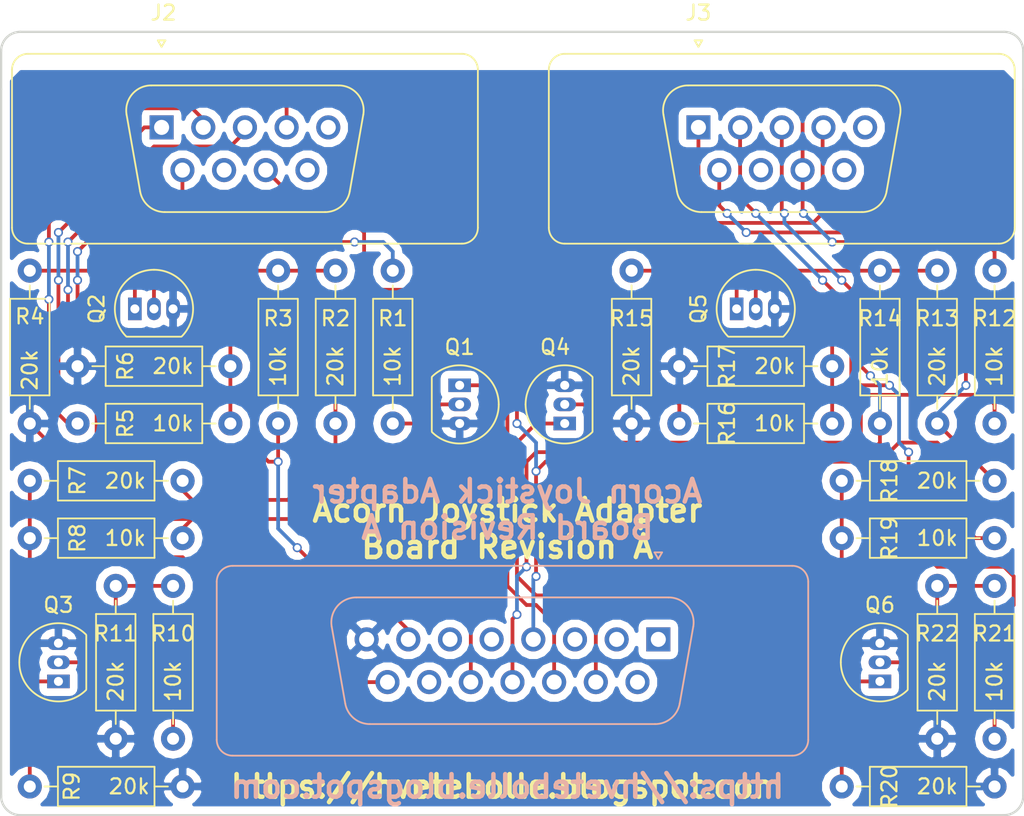
<source format=kicad_pcb>
(kicad_pcb (version 4) (host pcbnew 4.0.7)

  (general
    (links 58)
    (no_connects 0)
    (area 92.634999 87.925 160.790001 142.315001)
    (thickness 1.6)
    (drawings 14)
    (tracks 324)
    (zones 0)
    (modules 31)
    (nets 25)
  )

  (page A4)
  (layers
    (0 F.Cu signal)
    (31 B.Cu signal)
    (32 B.Adhes user)
    (33 F.Adhes user)
    (34 B.Paste user)
    (35 F.Paste user)
    (36 B.SilkS user)
    (37 F.SilkS user)
    (38 B.Mask user)
    (39 F.Mask user)
    (40 Dwgs.User user)
    (41 Cmts.User user)
    (42 Eco1.User user)
    (43 Eco2.User user)
    (44 Edge.Cuts user)
    (45 Margin user)
    (46 B.CrtYd user)
    (47 F.CrtYd user)
    (48 B.Fab user)
    (49 F.Fab user)
  )

  (setup
    (last_trace_width 0.25)
    (trace_clearance 0.2)
    (zone_clearance 0.508)
    (zone_45_only no)
    (trace_min 0.2)
    (segment_width 0.2)
    (edge_width 0.15)
    (via_size 0.6)
    (via_drill 0.4)
    (via_min_size 0.4)
    (via_min_drill 0.3)
    (uvia_size 0.3)
    (uvia_drill 0.1)
    (uvias_allowed no)
    (uvia_min_size 0.2)
    (uvia_min_drill 0.1)
    (pcb_text_width 0.3)
    (pcb_text_size 1.5 1.5)
    (mod_edge_width 0.15)
    (mod_text_size 1 1)
    (mod_text_width 0.15)
    (pad_size 1.524 1.524)
    (pad_drill 0.762)
    (pad_to_mask_clearance 0.2)
    (aux_axis_origin 0 0)
    (visible_elements 7FFFFFFF)
    (pcbplotparams
      (layerselection 0x011fc_80000001)
      (usegerberextensions true)
      (excludeedgelayer true)
      (linewidth 0.100000)
      (plotframeref false)
      (viasonmask false)
      (mode 1)
      (useauxorigin false)
      (hpglpennumber 1)
      (hpglpenspeed 20)
      (hpglpendiameter 15)
      (hpglpenoverlay 2)
      (psnegative false)
      (psa4output false)
      (plotreference true)
      (plotvalue true)
      (plotinvisibletext false)
      (padsonsilk false)
      (subtractmaskfromsilk false)
      (outputformat 1)
      (mirror false)
      (drillshape 0)
      (scaleselection 1)
      (outputdirectory export/))
  )

  (net 0 "")
  (net 1 GNDA)
  (net 2 B_PB0)
  (net 3 "Net-(Q1-Pad2)")
  (net 4 "Net-(Q2-Pad2)")
  (net 5 "Net-(Q2-Pad1)")
  (net 6 "Net-(Q3-Pad2)")
  (net 7 "Net-(Q3-Pad1)")
  (net 8 VREF)
  (net 9 A2_UP)
  (net 10 A1_UP)
  (net 11 B_PB1)
  (net 12 A2_LEFT)
  (net 13 A1_LEFT)
  (net 14 A1_DOWN)
  (net 15 A1_RIGHT)
  (net 16 A1_FIRE)
  (net 17 A2_DOWN)
  (net 18 A2_RIGHT)
  (net 19 A2_FIRE)
  (net 20 "Net-(Q4-Pad2)")
  (net 21 "Net-(Q5-Pad2)")
  (net 22 "Net-(Q5-Pad1)")
  (net 23 "Net-(Q6-Pad2)")
  (net 24 "Net-(Q6-Pad1)")

  (net_class Default "This is the default net class."
    (clearance 0.2)
    (trace_width 0.25)
    (via_dia 0.6)
    (via_drill 0.4)
    (uvia_dia 0.3)
    (uvia_drill 0.1)
    (add_net A1_DOWN)
    (add_net A1_FIRE)
    (add_net A1_LEFT)
    (add_net A1_RIGHT)
    (add_net A1_UP)
    (add_net A2_DOWN)
    (add_net A2_FIRE)
    (add_net A2_LEFT)
    (add_net A2_RIGHT)
    (add_net A2_UP)
    (add_net B_PB0)
    (add_net B_PB1)
    (add_net GNDA)
    (add_net "Net-(Q1-Pad2)")
    (add_net "Net-(Q2-Pad1)")
    (add_net "Net-(Q2-Pad2)")
    (add_net "Net-(Q3-Pad1)")
    (add_net "Net-(Q3-Pad2)")
    (add_net "Net-(Q4-Pad2)")
    (add_net "Net-(Q5-Pad1)")
    (add_net "Net-(Q5-Pad2)")
    (add_net "Net-(Q6-Pad1)")
    (add_net "Net-(Q6-Pad2)")
    (add_net VREF)
  )

  (module Resistors_THT:R_Axial_DIN0207_L6.3mm_D2.5mm_P10.16mm_Horizontal (layer F.Cu) (tedit 5BB00C5D) (tstamp 5BAAA71E)
    (at 118.745 106.045 270)
    (descr "Resistor, Axial_DIN0207 series, Axial, Horizontal, pin pitch=10.16mm, 0.25W = 1/4W, length*diameter=6.3*2.5mm^2, http://cdn-reichelt.de/documents/datenblatt/B400/1_4W%23YAG.pdf")
    (tags "Resistor Axial_DIN0207 series Axial Horizontal pin pitch 10.16mm 0.25W = 1/4W length 6.3mm diameter 2.5mm")
    (path /5BA7EA90)
    (fp_text reference R1 (at 3.175 0 540) (layer F.SilkS)
      (effects (font (size 1 1) (thickness 0.15)))
    )
    (fp_text value 10k (at 6.35 0 270) (layer F.SilkS)
      (effects (font (size 1 1) (thickness 0.15)))
    )
    (fp_line (start 1.93 -1.25) (end 1.93 1.25) (layer F.Fab) (width 0.1))
    (fp_line (start 1.93 1.25) (end 8.23 1.25) (layer F.Fab) (width 0.1))
    (fp_line (start 8.23 1.25) (end 8.23 -1.25) (layer F.Fab) (width 0.1))
    (fp_line (start 8.23 -1.25) (end 1.93 -1.25) (layer F.Fab) (width 0.1))
    (fp_line (start 0 0) (end 1.93 0) (layer F.Fab) (width 0.1))
    (fp_line (start 10.16 0) (end 8.23 0) (layer F.Fab) (width 0.1))
    (fp_line (start 1.87 -1.31) (end 1.87 1.31) (layer F.SilkS) (width 0.12))
    (fp_line (start 1.87 1.31) (end 8.29 1.31) (layer F.SilkS) (width 0.12))
    (fp_line (start 8.29 1.31) (end 8.29 -1.31) (layer F.SilkS) (width 0.12))
    (fp_line (start 8.29 -1.31) (end 1.87 -1.31) (layer F.SilkS) (width 0.12))
    (fp_line (start 0.98 0) (end 1.87 0) (layer F.SilkS) (width 0.12))
    (fp_line (start 9.18 0) (end 8.29 0) (layer F.SilkS) (width 0.12))
    (fp_line (start -1.05 -1.6) (end -1.05 1.6) (layer F.CrtYd) (width 0.05))
    (fp_line (start -1.05 1.6) (end 11.25 1.6) (layer F.CrtYd) (width 0.05))
    (fp_line (start 11.25 1.6) (end 11.25 -1.6) (layer F.CrtYd) (width 0.05))
    (fp_line (start 11.25 -1.6) (end -1.05 -1.6) (layer F.CrtYd) (width 0.05))
    (pad 1 thru_hole circle (at 0 0 270) (size 1.6 1.6) (drill 0.8) (layers *.Cu *.Mask)
      (net 16 A1_FIRE))
    (pad 2 thru_hole oval (at 10.16 0 270) (size 1.6 1.6) (drill 0.8) (layers *.Cu *.Mask)
      (net 3 "Net-(Q1-Pad2)"))
    (model ${KISYS3DMOD}/Resistors_THT.3dshapes/R_Axial_DIN0207_L6.3mm_D2.5mm_P10.16mm_Horizontal.wrl
      (at (xyz 0 0 0))
      (scale (xyz 0.393701 0.393701 0.393701))
      (rotate (xyz 0 0 0))
    )
  )

  (module Resistors_THT:R_Axial_DIN0207_L6.3mm_D2.5mm_P10.16mm_Horizontal (layer F.Cu) (tedit 5BB00C57) (tstamp 5BAAA724)
    (at 114.935 116.205 90)
    (descr "Resistor, Axial_DIN0207 series, Axial, Horizontal, pin pitch=10.16mm, 0.25W = 1/4W, length*diameter=6.3*2.5mm^2, http://cdn-reichelt.de/documents/datenblatt/B400/1_4W%23YAG.pdf")
    (tags "Resistor Axial_DIN0207 series Axial Horizontal pin pitch 10.16mm 0.25W = 1/4W length 6.3mm diameter 2.5mm")
    (path /5BA7FC3D)
    (fp_text reference R2 (at 6.985 0 180) (layer F.SilkS)
      (effects (font (size 1 1) (thickness 0.15)))
    )
    (fp_text value 20k (at 3.81 0 90) (layer F.SilkS)
      (effects (font (size 1 1) (thickness 0.15)))
    )
    (fp_line (start 1.93 -1.25) (end 1.93 1.25) (layer F.Fab) (width 0.1))
    (fp_line (start 1.93 1.25) (end 8.23 1.25) (layer F.Fab) (width 0.1))
    (fp_line (start 8.23 1.25) (end 8.23 -1.25) (layer F.Fab) (width 0.1))
    (fp_line (start 8.23 -1.25) (end 1.93 -1.25) (layer F.Fab) (width 0.1))
    (fp_line (start 0 0) (end 1.93 0) (layer F.Fab) (width 0.1))
    (fp_line (start 10.16 0) (end 8.23 0) (layer F.Fab) (width 0.1))
    (fp_line (start 1.87 -1.31) (end 1.87 1.31) (layer F.SilkS) (width 0.12))
    (fp_line (start 1.87 1.31) (end 8.29 1.31) (layer F.SilkS) (width 0.12))
    (fp_line (start 8.29 1.31) (end 8.29 -1.31) (layer F.SilkS) (width 0.12))
    (fp_line (start 8.29 -1.31) (end 1.87 -1.31) (layer F.SilkS) (width 0.12))
    (fp_line (start 0.98 0) (end 1.87 0) (layer F.SilkS) (width 0.12))
    (fp_line (start 9.18 0) (end 8.29 0) (layer F.SilkS) (width 0.12))
    (fp_line (start -1.05 -1.6) (end -1.05 1.6) (layer F.CrtYd) (width 0.05))
    (fp_line (start -1.05 1.6) (end 11.25 1.6) (layer F.CrtYd) (width 0.05))
    (fp_line (start 11.25 1.6) (end 11.25 -1.6) (layer F.CrtYd) (width 0.05))
    (fp_line (start 11.25 -1.6) (end -1.05 -1.6) (layer F.CrtYd) (width 0.05))
    (pad 1 thru_hole circle (at 0 0 90) (size 1.6 1.6) (drill 0.8) (layers *.Cu *.Mask)
      (net 8 VREF))
    (pad 2 thru_hole oval (at 10.16 0 90) (size 1.6 1.6) (drill 0.8) (layers *.Cu *.Mask)
      (net 5 "Net-(Q2-Pad1)"))
    (model ${KISYS3DMOD}/Resistors_THT.3dshapes/R_Axial_DIN0207_L6.3mm_D2.5mm_P10.16mm_Horizontal.wrl
      (at (xyz 0 0 0))
      (scale (xyz 0.393701 0.393701 0.393701))
      (rotate (xyz 0 0 0))
    )
  )

  (module Resistors_THT:R_Axial_DIN0207_L6.3mm_D2.5mm_P10.16mm_Horizontal (layer F.Cu) (tedit 5BB00C5A) (tstamp 5BAAA72A)
    (at 111.125 106.045 270)
    (descr "Resistor, Axial_DIN0207 series, Axial, Horizontal, pin pitch=10.16mm, 0.25W = 1/4W, length*diameter=6.3*2.5mm^2, http://cdn-reichelt.de/documents/datenblatt/B400/1_4W%23YAG.pdf")
    (tags "Resistor Axial_DIN0207 series Axial Horizontal pin pitch 10.16mm 0.25W = 1/4W length 6.3mm diameter 2.5mm")
    (path /5BA7F996)
    (fp_text reference R3 (at 3.175 0 360) (layer F.SilkS)
      (effects (font (size 1 1) (thickness 0.15)))
    )
    (fp_text value 10k (at 6.35 0 270) (layer F.SilkS)
      (effects (font (size 1 1) (thickness 0.15)))
    )
    (fp_line (start 1.93 -1.25) (end 1.93 1.25) (layer F.Fab) (width 0.1))
    (fp_line (start 1.93 1.25) (end 8.23 1.25) (layer F.Fab) (width 0.1))
    (fp_line (start 8.23 1.25) (end 8.23 -1.25) (layer F.Fab) (width 0.1))
    (fp_line (start 8.23 -1.25) (end 1.93 -1.25) (layer F.Fab) (width 0.1))
    (fp_line (start 0 0) (end 1.93 0) (layer F.Fab) (width 0.1))
    (fp_line (start 10.16 0) (end 8.23 0) (layer F.Fab) (width 0.1))
    (fp_line (start 1.87 -1.31) (end 1.87 1.31) (layer F.SilkS) (width 0.12))
    (fp_line (start 1.87 1.31) (end 8.29 1.31) (layer F.SilkS) (width 0.12))
    (fp_line (start 8.29 1.31) (end 8.29 -1.31) (layer F.SilkS) (width 0.12))
    (fp_line (start 8.29 -1.31) (end 1.87 -1.31) (layer F.SilkS) (width 0.12))
    (fp_line (start 0.98 0) (end 1.87 0) (layer F.SilkS) (width 0.12))
    (fp_line (start 9.18 0) (end 8.29 0) (layer F.SilkS) (width 0.12))
    (fp_line (start -1.05 -1.6) (end -1.05 1.6) (layer F.CrtYd) (width 0.05))
    (fp_line (start -1.05 1.6) (end 11.25 1.6) (layer F.CrtYd) (width 0.05))
    (fp_line (start 11.25 1.6) (end 11.25 -1.6) (layer F.CrtYd) (width 0.05))
    (fp_line (start 11.25 -1.6) (end -1.05 -1.6) (layer F.CrtYd) (width 0.05))
    (pad 1 thru_hole circle (at 0 0 270) (size 1.6 1.6) (drill 0.8) (layers *.Cu *.Mask)
      (net 5 "Net-(Q2-Pad1)"))
    (pad 2 thru_hole oval (at 10.16 0 270) (size 1.6 1.6) (drill 0.8) (layers *.Cu *.Mask)
      (net 13 A1_LEFT))
    (model ${KISYS3DMOD}/Resistors_THT.3dshapes/R_Axial_DIN0207_L6.3mm_D2.5mm_P10.16mm_Horizontal.wrl
      (at (xyz 0 0 0))
      (scale (xyz 0.393701 0.393701 0.393701))
      (rotate (xyz 0 0 0))
    )
  )

  (module Resistors_THT:R_Axial_DIN0207_L6.3mm_D2.5mm_P10.16mm_Horizontal (layer F.Cu) (tedit 5BAAA901) (tstamp 5BAAA730)
    (at 94.615 106.045 270)
    (descr "Resistor, Axial_DIN0207 series, Axial, Horizontal, pin pitch=10.16mm, 0.25W = 1/4W, length*diameter=6.3*2.5mm^2, http://cdn-reichelt.de/documents/datenblatt/B400/1_4W%23YAG.pdf")
    (tags "Resistor Axial_DIN0207 series Axial Horizontal pin pitch 10.16mm 0.25W = 1/4W length 6.3mm diameter 2.5mm")
    (path /5BA7F8DA)
    (fp_text reference R4 (at 3.048 0 360) (layer F.SilkS)
      (effects (font (size 1 1) (thickness 0.15)))
    )
    (fp_text value 20k (at 6.604 0 270) (layer F.SilkS)
      (effects (font (size 1 1) (thickness 0.15)))
    )
    (fp_line (start 1.93 -1.25) (end 1.93 1.25) (layer F.Fab) (width 0.1))
    (fp_line (start 1.93 1.25) (end 8.23 1.25) (layer F.Fab) (width 0.1))
    (fp_line (start 8.23 1.25) (end 8.23 -1.25) (layer F.Fab) (width 0.1))
    (fp_line (start 8.23 -1.25) (end 1.93 -1.25) (layer F.Fab) (width 0.1))
    (fp_line (start 0 0) (end 1.93 0) (layer F.Fab) (width 0.1))
    (fp_line (start 10.16 0) (end 8.23 0) (layer F.Fab) (width 0.1))
    (fp_line (start 1.87 -1.31) (end 1.87 1.31) (layer F.SilkS) (width 0.12))
    (fp_line (start 1.87 1.31) (end 8.29 1.31) (layer F.SilkS) (width 0.12))
    (fp_line (start 8.29 1.31) (end 8.29 -1.31) (layer F.SilkS) (width 0.12))
    (fp_line (start 8.29 -1.31) (end 1.87 -1.31) (layer F.SilkS) (width 0.12))
    (fp_line (start 0.98 0) (end 1.87 0) (layer F.SilkS) (width 0.12))
    (fp_line (start 9.18 0) (end 8.29 0) (layer F.SilkS) (width 0.12))
    (fp_line (start -1.05 -1.6) (end -1.05 1.6) (layer F.CrtYd) (width 0.05))
    (fp_line (start -1.05 1.6) (end 11.25 1.6) (layer F.CrtYd) (width 0.05))
    (fp_line (start 11.25 1.6) (end 11.25 -1.6) (layer F.CrtYd) (width 0.05))
    (fp_line (start 11.25 -1.6) (end -1.05 -1.6) (layer F.CrtYd) (width 0.05))
    (pad 1 thru_hole circle (at 0 0 270) (size 1.6 1.6) (drill 0.8) (layers *.Cu *.Mask)
      (net 5 "Net-(Q2-Pad1)"))
    (pad 2 thru_hole oval (at 10.16 0 270) (size 1.6 1.6) (drill 0.8) (layers *.Cu *.Mask)
      (net 1 GNDA))
    (model ${KISYS3DMOD}/Resistors_THT.3dshapes/R_Axial_DIN0207_L6.3mm_D2.5mm_P10.16mm_Horizontal.wrl
      (at (xyz 0 0 0))
      (scale (xyz 0.393701 0.393701 0.393701))
      (rotate (xyz 0 0 0))
    )
  )

  (module Resistors_THT:R_Axial_DIN0207_L6.3mm_D2.5mm_P10.16mm_Horizontal (layer F.Cu) (tedit 5BB018F9) (tstamp 5BAAA736)
    (at 107.95 116.205 180)
    (descr "Resistor, Axial_DIN0207 series, Axial, Horizontal, pin pitch=10.16mm, 0.25W = 1/4W, length*diameter=6.3*2.5mm^2, http://cdn-reichelt.de/documents/datenblatt/B400/1_4W%23YAG.pdf")
    (tags "Resistor Axial_DIN0207 series Axial Horizontal pin pitch 10.16mm 0.25W = 1/4W length 6.3mm diameter 2.5mm")
    (path /5BA7F46D)
    (fp_text reference R5 (at 6.985 0 270) (layer F.SilkS)
      (effects (font (size 1 1) (thickness 0.15)))
    )
    (fp_text value 10k (at 3.81 0 180) (layer F.SilkS)
      (effects (font (size 1 1) (thickness 0.15)))
    )
    (fp_line (start 1.93 -1.25) (end 1.93 1.25) (layer F.Fab) (width 0.1))
    (fp_line (start 1.93 1.25) (end 8.23 1.25) (layer F.Fab) (width 0.1))
    (fp_line (start 8.23 1.25) (end 8.23 -1.25) (layer F.Fab) (width 0.1))
    (fp_line (start 8.23 -1.25) (end 1.93 -1.25) (layer F.Fab) (width 0.1))
    (fp_line (start 0 0) (end 1.93 0) (layer F.Fab) (width 0.1))
    (fp_line (start 10.16 0) (end 8.23 0) (layer F.Fab) (width 0.1))
    (fp_line (start 1.87 -1.31) (end 1.87 1.31) (layer F.SilkS) (width 0.12))
    (fp_line (start 1.87 1.31) (end 8.29 1.31) (layer F.SilkS) (width 0.12))
    (fp_line (start 8.29 1.31) (end 8.29 -1.31) (layer F.SilkS) (width 0.12))
    (fp_line (start 8.29 -1.31) (end 1.87 -1.31) (layer F.SilkS) (width 0.12))
    (fp_line (start 0.98 0) (end 1.87 0) (layer F.SilkS) (width 0.12))
    (fp_line (start 9.18 0) (end 8.29 0) (layer F.SilkS) (width 0.12))
    (fp_line (start -1.05 -1.6) (end -1.05 1.6) (layer F.CrtYd) (width 0.05))
    (fp_line (start -1.05 1.6) (end 11.25 1.6) (layer F.CrtYd) (width 0.05))
    (fp_line (start 11.25 1.6) (end 11.25 -1.6) (layer F.CrtYd) (width 0.05))
    (fp_line (start 11.25 -1.6) (end -1.05 -1.6) (layer F.CrtYd) (width 0.05))
    (pad 1 thru_hole circle (at 0 0 180) (size 1.6 1.6) (drill 0.8) (layers *.Cu *.Mask)
      (net 4 "Net-(Q2-Pad2)"))
    (pad 2 thru_hole oval (at 10.16 0 180) (size 1.6 1.6) (drill 0.8) (layers *.Cu *.Mask)
      (net 15 A1_RIGHT))
    (model ${KISYS3DMOD}/Resistors_THT.3dshapes/R_Axial_DIN0207_L6.3mm_D2.5mm_P10.16mm_Horizontal.wrl
      (at (xyz 0 0 0))
      (scale (xyz 0.393701 0.393701 0.393701))
      (rotate (xyz 0 0 0))
    )
  )

  (module Resistors_THT:R_Axial_DIN0207_L6.3mm_D2.5mm_P10.16mm_Horizontal (layer F.Cu) (tedit 5BB018F6) (tstamp 5BAAA73C)
    (at 107.95 112.395 180)
    (descr "Resistor, Axial_DIN0207 series, Axial, Horizontal, pin pitch=10.16mm, 0.25W = 1/4W, length*diameter=6.3*2.5mm^2, http://cdn-reichelt.de/documents/datenblatt/B400/1_4W%23YAG.pdf")
    (tags "Resistor Axial_DIN0207 series Axial Horizontal pin pitch 10.16mm 0.25W = 1/4W length 6.3mm diameter 2.5mm")
    (path /5BA7F292)
    (fp_text reference R6 (at 6.985 0 270) (layer F.SilkS)
      (effects (font (size 1 1) (thickness 0.15)))
    )
    (fp_text value 20k (at 3.81 0 180) (layer F.SilkS)
      (effects (font (size 1 1) (thickness 0.15)))
    )
    (fp_line (start 1.93 -1.25) (end 1.93 1.25) (layer F.Fab) (width 0.1))
    (fp_line (start 1.93 1.25) (end 8.23 1.25) (layer F.Fab) (width 0.1))
    (fp_line (start 8.23 1.25) (end 8.23 -1.25) (layer F.Fab) (width 0.1))
    (fp_line (start 8.23 -1.25) (end 1.93 -1.25) (layer F.Fab) (width 0.1))
    (fp_line (start 0 0) (end 1.93 0) (layer F.Fab) (width 0.1))
    (fp_line (start 10.16 0) (end 8.23 0) (layer F.Fab) (width 0.1))
    (fp_line (start 1.87 -1.31) (end 1.87 1.31) (layer F.SilkS) (width 0.12))
    (fp_line (start 1.87 1.31) (end 8.29 1.31) (layer F.SilkS) (width 0.12))
    (fp_line (start 8.29 1.31) (end 8.29 -1.31) (layer F.SilkS) (width 0.12))
    (fp_line (start 8.29 -1.31) (end 1.87 -1.31) (layer F.SilkS) (width 0.12))
    (fp_line (start 0.98 0) (end 1.87 0) (layer F.SilkS) (width 0.12))
    (fp_line (start 9.18 0) (end 8.29 0) (layer F.SilkS) (width 0.12))
    (fp_line (start -1.05 -1.6) (end -1.05 1.6) (layer F.CrtYd) (width 0.05))
    (fp_line (start -1.05 1.6) (end 11.25 1.6) (layer F.CrtYd) (width 0.05))
    (fp_line (start 11.25 1.6) (end 11.25 -1.6) (layer F.CrtYd) (width 0.05))
    (fp_line (start 11.25 -1.6) (end -1.05 -1.6) (layer F.CrtYd) (width 0.05))
    (pad 1 thru_hole circle (at 0 0 180) (size 1.6 1.6) (drill 0.8) (layers *.Cu *.Mask)
      (net 4 "Net-(Q2-Pad2)"))
    (pad 2 thru_hole oval (at 10.16 0 180) (size 1.6 1.6) (drill 0.8) (layers *.Cu *.Mask)
      (net 1 GNDA))
    (model ${KISYS3DMOD}/Resistors_THT.3dshapes/R_Axial_DIN0207_L6.3mm_D2.5mm_P10.16mm_Horizontal.wrl
      (at (xyz 0 0 0))
      (scale (xyz 0.393701 0.393701 0.393701))
      (rotate (xyz 0 0 0))
    )
  )

  (module Resistors_THT:R_Axial_DIN0207_L6.3mm_D2.5mm_P10.16mm_Horizontal (layer F.Cu) (tedit 5BB018D6) (tstamp 5BAAA742)
    (at 104.775 120.015 180)
    (descr "Resistor, Axial_DIN0207 series, Axial, Horizontal, pin pitch=10.16mm, 0.25W = 1/4W, length*diameter=6.3*2.5mm^2, http://cdn-reichelt.de/documents/datenblatt/B400/1_4W%23YAG.pdf")
    (tags "Resistor Axial_DIN0207 series Axial Horizontal pin pitch 10.16mm 0.25W = 1/4W length 6.3mm diameter 2.5mm")
    (path /5BA80AD1)
    (fp_text reference R7 (at 6.985 0 270) (layer F.SilkS)
      (effects (font (size 1 1) (thickness 0.15)))
    )
    (fp_text value 20k (at 3.81 0 180) (layer F.SilkS)
      (effects (font (size 1 1) (thickness 0.15)))
    )
    (fp_line (start 1.93 -1.25) (end 1.93 1.25) (layer F.Fab) (width 0.1))
    (fp_line (start 1.93 1.25) (end 8.23 1.25) (layer F.Fab) (width 0.1))
    (fp_line (start 8.23 1.25) (end 8.23 -1.25) (layer F.Fab) (width 0.1))
    (fp_line (start 8.23 -1.25) (end 1.93 -1.25) (layer F.Fab) (width 0.1))
    (fp_line (start 0 0) (end 1.93 0) (layer F.Fab) (width 0.1))
    (fp_line (start 10.16 0) (end 8.23 0) (layer F.Fab) (width 0.1))
    (fp_line (start 1.87 -1.31) (end 1.87 1.31) (layer F.SilkS) (width 0.12))
    (fp_line (start 1.87 1.31) (end 8.29 1.31) (layer F.SilkS) (width 0.12))
    (fp_line (start 8.29 1.31) (end 8.29 -1.31) (layer F.SilkS) (width 0.12))
    (fp_line (start 8.29 -1.31) (end 1.87 -1.31) (layer F.SilkS) (width 0.12))
    (fp_line (start 0.98 0) (end 1.87 0) (layer F.SilkS) (width 0.12))
    (fp_line (start 9.18 0) (end 8.29 0) (layer F.SilkS) (width 0.12))
    (fp_line (start -1.05 -1.6) (end -1.05 1.6) (layer F.CrtYd) (width 0.05))
    (fp_line (start -1.05 1.6) (end 11.25 1.6) (layer F.CrtYd) (width 0.05))
    (fp_line (start 11.25 1.6) (end 11.25 -1.6) (layer F.CrtYd) (width 0.05))
    (fp_line (start 11.25 -1.6) (end -1.05 -1.6) (layer F.CrtYd) (width 0.05))
    (pad 1 thru_hole circle (at 0 0 180) (size 1.6 1.6) (drill 0.8) (layers *.Cu *.Mask)
      (net 8 VREF))
    (pad 2 thru_hole oval (at 10.16 0 180) (size 1.6 1.6) (drill 0.8) (layers *.Cu *.Mask)
      (net 7 "Net-(Q3-Pad1)"))
    (model ${KISYS3DMOD}/Resistors_THT.3dshapes/R_Axial_DIN0207_L6.3mm_D2.5mm_P10.16mm_Horizontal.wrl
      (at (xyz 0 0 0))
      (scale (xyz 0.393701 0.393701 0.393701))
      (rotate (xyz 0 0 0))
    )
  )

  (module Resistors_THT:R_Axial_DIN0207_L6.3mm_D2.5mm_P10.16mm_Horizontal (layer F.Cu) (tedit 5BB018DA) (tstamp 5BAAA748)
    (at 94.615 123.825)
    (descr "Resistor, Axial_DIN0207 series, Axial, Horizontal, pin pitch=10.16mm, 0.25W = 1/4W, length*diameter=6.3*2.5mm^2, http://cdn-reichelt.de/documents/datenblatt/B400/1_4W%23YAG.pdf")
    (tags "Resistor Axial_DIN0207 series Axial Horizontal pin pitch 10.16mm 0.25W = 1/4W length 6.3mm diameter 2.5mm")
    (path /5BA80AC3)
    (fp_text reference R8 (at 3.175 0 90) (layer F.SilkS)
      (effects (font (size 1 1) (thickness 0.15)))
    )
    (fp_text value 10k (at 6.35 0) (layer F.SilkS)
      (effects (font (size 1 1) (thickness 0.15)))
    )
    (fp_line (start 1.93 -1.25) (end 1.93 1.25) (layer F.Fab) (width 0.1))
    (fp_line (start 1.93 1.25) (end 8.23 1.25) (layer F.Fab) (width 0.1))
    (fp_line (start 8.23 1.25) (end 8.23 -1.25) (layer F.Fab) (width 0.1))
    (fp_line (start 8.23 -1.25) (end 1.93 -1.25) (layer F.Fab) (width 0.1))
    (fp_line (start 0 0) (end 1.93 0) (layer F.Fab) (width 0.1))
    (fp_line (start 10.16 0) (end 8.23 0) (layer F.Fab) (width 0.1))
    (fp_line (start 1.87 -1.31) (end 1.87 1.31) (layer F.SilkS) (width 0.12))
    (fp_line (start 1.87 1.31) (end 8.29 1.31) (layer F.SilkS) (width 0.12))
    (fp_line (start 8.29 1.31) (end 8.29 -1.31) (layer F.SilkS) (width 0.12))
    (fp_line (start 8.29 -1.31) (end 1.87 -1.31) (layer F.SilkS) (width 0.12))
    (fp_line (start 0.98 0) (end 1.87 0) (layer F.SilkS) (width 0.12))
    (fp_line (start 9.18 0) (end 8.29 0) (layer F.SilkS) (width 0.12))
    (fp_line (start -1.05 -1.6) (end -1.05 1.6) (layer F.CrtYd) (width 0.05))
    (fp_line (start -1.05 1.6) (end 11.25 1.6) (layer F.CrtYd) (width 0.05))
    (fp_line (start 11.25 1.6) (end 11.25 -1.6) (layer F.CrtYd) (width 0.05))
    (fp_line (start 11.25 -1.6) (end -1.05 -1.6) (layer F.CrtYd) (width 0.05))
    (pad 1 thru_hole circle (at 0 0) (size 1.6 1.6) (drill 0.8) (layers *.Cu *.Mask)
      (net 7 "Net-(Q3-Pad1)"))
    (pad 2 thru_hole oval (at 10.16 0) (size 1.6 1.6) (drill 0.8) (layers *.Cu *.Mask)
      (net 10 A1_UP))
    (model ${KISYS3DMOD}/Resistors_THT.3dshapes/R_Axial_DIN0207_L6.3mm_D2.5mm_P10.16mm_Horizontal.wrl
      (at (xyz 0 0 0))
      (scale (xyz 0.393701 0.393701 0.393701))
      (rotate (xyz 0 0 0))
    )
  )

  (module Resistors_THT:R_Axial_DIN0207_L6.3mm_D2.5mm_P10.16mm_Horizontal (layer F.Cu) (tedit 5BAAAAD1) (tstamp 5BAAA74E)
    (at 94.615 140.335)
    (descr "Resistor, Axial_DIN0207 series, Axial, Horizontal, pin pitch=10.16mm, 0.25W = 1/4W, length*diameter=6.3*2.5mm^2, http://cdn-reichelt.de/documents/datenblatt/B400/1_4W%23YAG.pdf")
    (tags "Resistor Axial_DIN0207 series Axial Horizontal pin pitch 10.16mm 0.25W = 1/4W length 6.3mm diameter 2.5mm")
    (path /5BA80ABD)
    (fp_text reference R9 (at 2.794 0 90) (layer F.SilkS)
      (effects (font (size 1 1) (thickness 0.15)))
    )
    (fp_text value 20k (at 6.604 0) (layer F.SilkS)
      (effects (font (size 1 1) (thickness 0.15)))
    )
    (fp_line (start 1.93 -1.25) (end 1.93 1.25) (layer F.Fab) (width 0.1))
    (fp_line (start 1.93 1.25) (end 8.23 1.25) (layer F.Fab) (width 0.1))
    (fp_line (start 8.23 1.25) (end 8.23 -1.25) (layer F.Fab) (width 0.1))
    (fp_line (start 8.23 -1.25) (end 1.93 -1.25) (layer F.Fab) (width 0.1))
    (fp_line (start 0 0) (end 1.93 0) (layer F.Fab) (width 0.1))
    (fp_line (start 10.16 0) (end 8.23 0) (layer F.Fab) (width 0.1))
    (fp_line (start 1.87 -1.31) (end 1.87 1.31) (layer F.SilkS) (width 0.12))
    (fp_line (start 1.87 1.31) (end 8.29 1.31) (layer F.SilkS) (width 0.12))
    (fp_line (start 8.29 1.31) (end 8.29 -1.31) (layer F.SilkS) (width 0.12))
    (fp_line (start 8.29 -1.31) (end 1.87 -1.31) (layer F.SilkS) (width 0.12))
    (fp_line (start 0.98 0) (end 1.87 0) (layer F.SilkS) (width 0.12))
    (fp_line (start 9.18 0) (end 8.29 0) (layer F.SilkS) (width 0.12))
    (fp_line (start -1.05 -1.6) (end -1.05 1.6) (layer F.CrtYd) (width 0.05))
    (fp_line (start -1.05 1.6) (end 11.25 1.6) (layer F.CrtYd) (width 0.05))
    (fp_line (start 11.25 1.6) (end 11.25 -1.6) (layer F.CrtYd) (width 0.05))
    (fp_line (start 11.25 -1.6) (end -1.05 -1.6) (layer F.CrtYd) (width 0.05))
    (pad 1 thru_hole circle (at 0 0) (size 1.6 1.6) (drill 0.8) (layers *.Cu *.Mask)
      (net 7 "Net-(Q3-Pad1)"))
    (pad 2 thru_hole oval (at 10.16 0) (size 1.6 1.6) (drill 0.8) (layers *.Cu *.Mask)
      (net 1 GNDA))
    (model ${KISYS3DMOD}/Resistors_THT.3dshapes/R_Axial_DIN0207_L6.3mm_D2.5mm_P10.16mm_Horizontal.wrl
      (at (xyz 0 0 0))
      (scale (xyz 0.393701 0.393701 0.393701))
      (rotate (xyz 0 0 0))
    )
  )

  (module Resistors_THT:R_Axial_DIN0207_L6.3mm_D2.5mm_P10.16mm_Horizontal (layer F.Cu) (tedit 5BB01902) (tstamp 5BAAA754)
    (at 104.14 127 270)
    (descr "Resistor, Axial_DIN0207 series, Axial, Horizontal, pin pitch=10.16mm, 0.25W = 1/4W, length*diameter=6.3*2.5mm^2, http://cdn-reichelt.de/documents/datenblatt/B400/1_4W%23YAG.pdf")
    (tags "Resistor Axial_DIN0207 series Axial Horizontal pin pitch 10.16mm 0.25W = 1/4W length 6.3mm diameter 2.5mm")
    (path /5BA80AB2)
    (fp_text reference R10 (at 3.175 0 360) (layer F.SilkS)
      (effects (font (size 1 1) (thickness 0.15)))
    )
    (fp_text value 10k (at 6.35 0 270) (layer F.SilkS)
      (effects (font (size 1 1) (thickness 0.15)))
    )
    (fp_line (start 1.93 -1.25) (end 1.93 1.25) (layer F.Fab) (width 0.1))
    (fp_line (start 1.93 1.25) (end 8.23 1.25) (layer F.Fab) (width 0.1))
    (fp_line (start 8.23 1.25) (end 8.23 -1.25) (layer F.Fab) (width 0.1))
    (fp_line (start 8.23 -1.25) (end 1.93 -1.25) (layer F.Fab) (width 0.1))
    (fp_line (start 0 0) (end 1.93 0) (layer F.Fab) (width 0.1))
    (fp_line (start 10.16 0) (end 8.23 0) (layer F.Fab) (width 0.1))
    (fp_line (start 1.87 -1.31) (end 1.87 1.31) (layer F.SilkS) (width 0.12))
    (fp_line (start 1.87 1.31) (end 8.29 1.31) (layer F.SilkS) (width 0.12))
    (fp_line (start 8.29 1.31) (end 8.29 -1.31) (layer F.SilkS) (width 0.12))
    (fp_line (start 8.29 -1.31) (end 1.87 -1.31) (layer F.SilkS) (width 0.12))
    (fp_line (start 0.98 0) (end 1.87 0) (layer F.SilkS) (width 0.12))
    (fp_line (start 9.18 0) (end 8.29 0) (layer F.SilkS) (width 0.12))
    (fp_line (start -1.05 -1.6) (end -1.05 1.6) (layer F.CrtYd) (width 0.05))
    (fp_line (start -1.05 1.6) (end 11.25 1.6) (layer F.CrtYd) (width 0.05))
    (fp_line (start 11.25 1.6) (end 11.25 -1.6) (layer F.CrtYd) (width 0.05))
    (fp_line (start 11.25 -1.6) (end -1.05 -1.6) (layer F.CrtYd) (width 0.05))
    (pad 1 thru_hole circle (at 0 0 270) (size 1.6 1.6) (drill 0.8) (layers *.Cu *.Mask)
      (net 6 "Net-(Q3-Pad2)"))
    (pad 2 thru_hole oval (at 10.16 0 270) (size 1.6 1.6) (drill 0.8) (layers *.Cu *.Mask)
      (net 14 A1_DOWN))
    (model ${KISYS3DMOD}/Resistors_THT.3dshapes/R_Axial_DIN0207_L6.3mm_D2.5mm_P10.16mm_Horizontal.wrl
      (at (xyz 0 0 0))
      (scale (xyz 0.393701 0.393701 0.393701))
      (rotate (xyz 0 0 0))
    )
  )

  (module Resistors_THT:R_Axial_DIN0207_L6.3mm_D2.5mm_P10.16mm_Horizontal (layer F.Cu) (tedit 5BB01904) (tstamp 5BAAA75A)
    (at 100.33 127 270)
    (descr "Resistor, Axial_DIN0207 series, Axial, Horizontal, pin pitch=10.16mm, 0.25W = 1/4W, length*diameter=6.3*2.5mm^2, http://cdn-reichelt.de/documents/datenblatt/B400/1_4W%23YAG.pdf")
    (tags "Resistor Axial_DIN0207 series Axial Horizontal pin pitch 10.16mm 0.25W = 1/4W length 6.3mm diameter 2.5mm")
    (path /5BA80AA8)
    (fp_text reference R11 (at 3.175 0 360) (layer F.SilkS)
      (effects (font (size 1 1) (thickness 0.15)))
    )
    (fp_text value 20k (at 6.35 0 270) (layer F.SilkS)
      (effects (font (size 1 1) (thickness 0.15)))
    )
    (fp_line (start 1.93 -1.25) (end 1.93 1.25) (layer F.Fab) (width 0.1))
    (fp_line (start 1.93 1.25) (end 8.23 1.25) (layer F.Fab) (width 0.1))
    (fp_line (start 8.23 1.25) (end 8.23 -1.25) (layer F.Fab) (width 0.1))
    (fp_line (start 8.23 -1.25) (end 1.93 -1.25) (layer F.Fab) (width 0.1))
    (fp_line (start 0 0) (end 1.93 0) (layer F.Fab) (width 0.1))
    (fp_line (start 10.16 0) (end 8.23 0) (layer F.Fab) (width 0.1))
    (fp_line (start 1.87 -1.31) (end 1.87 1.31) (layer F.SilkS) (width 0.12))
    (fp_line (start 1.87 1.31) (end 8.29 1.31) (layer F.SilkS) (width 0.12))
    (fp_line (start 8.29 1.31) (end 8.29 -1.31) (layer F.SilkS) (width 0.12))
    (fp_line (start 8.29 -1.31) (end 1.87 -1.31) (layer F.SilkS) (width 0.12))
    (fp_line (start 0.98 0) (end 1.87 0) (layer F.SilkS) (width 0.12))
    (fp_line (start 9.18 0) (end 8.29 0) (layer F.SilkS) (width 0.12))
    (fp_line (start -1.05 -1.6) (end -1.05 1.6) (layer F.CrtYd) (width 0.05))
    (fp_line (start -1.05 1.6) (end 11.25 1.6) (layer F.CrtYd) (width 0.05))
    (fp_line (start 11.25 1.6) (end 11.25 -1.6) (layer F.CrtYd) (width 0.05))
    (fp_line (start 11.25 -1.6) (end -1.05 -1.6) (layer F.CrtYd) (width 0.05))
    (pad 1 thru_hole circle (at 0 0 270) (size 1.6 1.6) (drill 0.8) (layers *.Cu *.Mask)
      (net 6 "Net-(Q3-Pad2)"))
    (pad 2 thru_hole oval (at 10.16 0 270) (size 1.6 1.6) (drill 0.8) (layers *.Cu *.Mask)
      (net 1 GNDA))
    (model ${KISYS3DMOD}/Resistors_THT.3dshapes/R_Axial_DIN0207_L6.3mm_D2.5mm_P10.16mm_Horizontal.wrl
      (at (xyz 0 0 0))
      (scale (xyz 0.393701 0.393701 0.393701))
      (rotate (xyz 0 0 0))
    )
  )

  (module Resistors_THT:R_Axial_DIN0207_L6.3mm_D2.5mm_P10.16mm_Horizontal (layer F.Cu) (tedit 5BB00BB2) (tstamp 5BAFF72D)
    (at 158.75 106.045 270)
    (descr "Resistor, Axial_DIN0207 series, Axial, Horizontal, pin pitch=10.16mm, 0.25W = 1/4W, length*diameter=6.3*2.5mm^2, http://cdn-reichelt.de/documents/datenblatt/B400/1_4W%23YAG.pdf")
    (tags "Resistor Axial_DIN0207 series Axial Horizontal pin pitch 10.16mm 0.25W = 1/4W length 6.3mm diameter 2.5mm")
    (path /5BAFF162)
    (fp_text reference R12 (at 3.175 0 360) (layer F.SilkS)
      (effects (font (size 1 1) (thickness 0.15)))
    )
    (fp_text value 10k (at 6.35 0 270) (layer F.SilkS)
      (effects (font (size 1 1) (thickness 0.15)))
    )
    (fp_line (start 1.93 -1.25) (end 1.93 1.25) (layer F.Fab) (width 0.1))
    (fp_line (start 1.93 1.25) (end 8.23 1.25) (layer F.Fab) (width 0.1))
    (fp_line (start 8.23 1.25) (end 8.23 -1.25) (layer F.Fab) (width 0.1))
    (fp_line (start 8.23 -1.25) (end 1.93 -1.25) (layer F.Fab) (width 0.1))
    (fp_line (start 0 0) (end 1.93 0) (layer F.Fab) (width 0.1))
    (fp_line (start 10.16 0) (end 8.23 0) (layer F.Fab) (width 0.1))
    (fp_line (start 1.87 -1.31) (end 1.87 1.31) (layer F.SilkS) (width 0.12))
    (fp_line (start 1.87 1.31) (end 8.29 1.31) (layer F.SilkS) (width 0.12))
    (fp_line (start 8.29 1.31) (end 8.29 -1.31) (layer F.SilkS) (width 0.12))
    (fp_line (start 8.29 -1.31) (end 1.87 -1.31) (layer F.SilkS) (width 0.12))
    (fp_line (start 0.98 0) (end 1.87 0) (layer F.SilkS) (width 0.12))
    (fp_line (start 9.18 0) (end 8.29 0) (layer F.SilkS) (width 0.12))
    (fp_line (start -1.05 -1.6) (end -1.05 1.6) (layer F.CrtYd) (width 0.05))
    (fp_line (start -1.05 1.6) (end 11.25 1.6) (layer F.CrtYd) (width 0.05))
    (fp_line (start 11.25 1.6) (end 11.25 -1.6) (layer F.CrtYd) (width 0.05))
    (fp_line (start 11.25 -1.6) (end -1.05 -1.6) (layer F.CrtYd) (width 0.05))
    (pad 1 thru_hole circle (at 0 0 270) (size 1.6 1.6) (drill 0.8) (layers *.Cu *.Mask)
      (net 19 A2_FIRE))
    (pad 2 thru_hole oval (at 10.16 0 270) (size 1.6 1.6) (drill 0.8) (layers *.Cu *.Mask)
      (net 20 "Net-(Q4-Pad2)"))
    (model ${KISYS3DMOD}/Resistors_THT.3dshapes/R_Axial_DIN0207_L6.3mm_D2.5mm_P10.16mm_Horizontal.wrl
      (at (xyz 0 0 0))
      (scale (xyz 0.393701 0.393701 0.393701))
      (rotate (xyz 0 0 0))
    )
  )

  (module Resistors_THT:R_Axial_DIN0207_L6.3mm_D2.5mm_P10.16mm_Horizontal (layer F.Cu) (tedit 5BB00BAA) (tstamp 5BAFF733)
    (at 154.94 116.205 90)
    (descr "Resistor, Axial_DIN0207 series, Axial, Horizontal, pin pitch=10.16mm, 0.25W = 1/4W, length*diameter=6.3*2.5mm^2, http://cdn-reichelt.de/documents/datenblatt/B400/1_4W%23YAG.pdf")
    (tags "Resistor Axial_DIN0207 series Axial Horizontal pin pitch 10.16mm 0.25W = 1/4W length 6.3mm diameter 2.5mm")
    (path /5BAFF1AA)
    (fp_text reference R13 (at 6.985 0 180) (layer F.SilkS)
      (effects (font (size 1 1) (thickness 0.15)))
    )
    (fp_text value 20k (at 3.81 0 90) (layer F.SilkS)
      (effects (font (size 1 1) (thickness 0.15)))
    )
    (fp_line (start 1.93 -1.25) (end 1.93 1.25) (layer F.Fab) (width 0.1))
    (fp_line (start 1.93 1.25) (end 8.23 1.25) (layer F.Fab) (width 0.1))
    (fp_line (start 8.23 1.25) (end 8.23 -1.25) (layer F.Fab) (width 0.1))
    (fp_line (start 8.23 -1.25) (end 1.93 -1.25) (layer F.Fab) (width 0.1))
    (fp_line (start 0 0) (end 1.93 0) (layer F.Fab) (width 0.1))
    (fp_line (start 10.16 0) (end 8.23 0) (layer F.Fab) (width 0.1))
    (fp_line (start 1.87 -1.31) (end 1.87 1.31) (layer F.SilkS) (width 0.12))
    (fp_line (start 1.87 1.31) (end 8.29 1.31) (layer F.SilkS) (width 0.12))
    (fp_line (start 8.29 1.31) (end 8.29 -1.31) (layer F.SilkS) (width 0.12))
    (fp_line (start 8.29 -1.31) (end 1.87 -1.31) (layer F.SilkS) (width 0.12))
    (fp_line (start 0.98 0) (end 1.87 0) (layer F.SilkS) (width 0.12))
    (fp_line (start 9.18 0) (end 8.29 0) (layer F.SilkS) (width 0.12))
    (fp_line (start -1.05 -1.6) (end -1.05 1.6) (layer F.CrtYd) (width 0.05))
    (fp_line (start -1.05 1.6) (end 11.25 1.6) (layer F.CrtYd) (width 0.05))
    (fp_line (start 11.25 1.6) (end 11.25 -1.6) (layer F.CrtYd) (width 0.05))
    (fp_line (start 11.25 -1.6) (end -1.05 -1.6) (layer F.CrtYd) (width 0.05))
    (pad 1 thru_hole circle (at 0 0 90) (size 1.6 1.6) (drill 0.8) (layers *.Cu *.Mask)
      (net 8 VREF))
    (pad 2 thru_hole oval (at 10.16 0 90) (size 1.6 1.6) (drill 0.8) (layers *.Cu *.Mask)
      (net 22 "Net-(Q5-Pad1)"))
    (model ${KISYS3DMOD}/Resistors_THT.3dshapes/R_Axial_DIN0207_L6.3mm_D2.5mm_P10.16mm_Horizontal.wrl
      (at (xyz 0 0 0))
      (scale (xyz 0.393701 0.393701 0.393701))
      (rotate (xyz 0 0 0))
    )
  )

  (module Resistors_THT:R_Axial_DIN0207_L6.3mm_D2.5mm_P10.16mm_Horizontal (layer F.Cu) (tedit 5BB00B9F) (tstamp 5BAFF739)
    (at 151.13 106.045 270)
    (descr "Resistor, Axial_DIN0207 series, Axial, Horizontal, pin pitch=10.16mm, 0.25W = 1/4W, length*diameter=6.3*2.5mm^2, http://cdn-reichelt.de/documents/datenblatt/B400/1_4W%23YAG.pdf")
    (tags "Resistor Axial_DIN0207 series Axial Horizontal pin pitch 10.16mm 0.25W = 1/4W length 6.3mm diameter 2.5mm")
    (path /5BAFF19D)
    (fp_text reference R14 (at 3.175 0 360) (layer F.SilkS)
      (effects (font (size 1 1) (thickness 0.15)))
    )
    (fp_text value 10k (at 6.35 0 270) (layer F.SilkS)
      (effects (font (size 1 1) (thickness 0.15)))
    )
    (fp_line (start 1.93 -1.25) (end 1.93 1.25) (layer F.Fab) (width 0.1))
    (fp_line (start 1.93 1.25) (end 8.23 1.25) (layer F.Fab) (width 0.1))
    (fp_line (start 8.23 1.25) (end 8.23 -1.25) (layer F.Fab) (width 0.1))
    (fp_line (start 8.23 -1.25) (end 1.93 -1.25) (layer F.Fab) (width 0.1))
    (fp_line (start 0 0) (end 1.93 0) (layer F.Fab) (width 0.1))
    (fp_line (start 10.16 0) (end 8.23 0) (layer F.Fab) (width 0.1))
    (fp_line (start 1.87 -1.31) (end 1.87 1.31) (layer F.SilkS) (width 0.12))
    (fp_line (start 1.87 1.31) (end 8.29 1.31) (layer F.SilkS) (width 0.12))
    (fp_line (start 8.29 1.31) (end 8.29 -1.31) (layer F.SilkS) (width 0.12))
    (fp_line (start 8.29 -1.31) (end 1.87 -1.31) (layer F.SilkS) (width 0.12))
    (fp_line (start 0.98 0) (end 1.87 0) (layer F.SilkS) (width 0.12))
    (fp_line (start 9.18 0) (end 8.29 0) (layer F.SilkS) (width 0.12))
    (fp_line (start -1.05 -1.6) (end -1.05 1.6) (layer F.CrtYd) (width 0.05))
    (fp_line (start -1.05 1.6) (end 11.25 1.6) (layer F.CrtYd) (width 0.05))
    (fp_line (start 11.25 1.6) (end 11.25 -1.6) (layer F.CrtYd) (width 0.05))
    (fp_line (start 11.25 -1.6) (end -1.05 -1.6) (layer F.CrtYd) (width 0.05))
    (pad 1 thru_hole circle (at 0 0 270) (size 1.6 1.6) (drill 0.8) (layers *.Cu *.Mask)
      (net 22 "Net-(Q5-Pad1)"))
    (pad 2 thru_hole oval (at 10.16 0 270) (size 1.6 1.6) (drill 0.8) (layers *.Cu *.Mask)
      (net 12 A2_LEFT))
    (model ${KISYS3DMOD}/Resistors_THT.3dshapes/R_Axial_DIN0207_L6.3mm_D2.5mm_P10.16mm_Horizontal.wrl
      (at (xyz 0 0 0))
      (scale (xyz 0.393701 0.393701 0.393701))
      (rotate (xyz 0 0 0))
    )
  )

  (module Resistors_THT:R_Axial_DIN0207_L6.3mm_D2.5mm_P10.16mm_Horizontal (layer F.Cu) (tedit 5BB00D5E) (tstamp 5BAFF73F)
    (at 134.62 106.045 270)
    (descr "Resistor, Axial_DIN0207 series, Axial, Horizontal, pin pitch=10.16mm, 0.25W = 1/4W, length*diameter=6.3*2.5mm^2, http://cdn-reichelt.de/documents/datenblatt/B400/1_4W%23YAG.pdf")
    (tags "Resistor Axial_DIN0207 series Axial Horizontal pin pitch 10.16mm 0.25W = 1/4W length 6.3mm diameter 2.5mm")
    (path /5BAFF197)
    (fp_text reference R15 (at 3.175 0 360) (layer F.SilkS)
      (effects (font (size 1 1) (thickness 0.15)))
    )
    (fp_text value 20k (at 6.35 0 270) (layer F.SilkS)
      (effects (font (size 1 1) (thickness 0.15)))
    )
    (fp_line (start 1.93 -1.25) (end 1.93 1.25) (layer F.Fab) (width 0.1))
    (fp_line (start 1.93 1.25) (end 8.23 1.25) (layer F.Fab) (width 0.1))
    (fp_line (start 8.23 1.25) (end 8.23 -1.25) (layer F.Fab) (width 0.1))
    (fp_line (start 8.23 -1.25) (end 1.93 -1.25) (layer F.Fab) (width 0.1))
    (fp_line (start 0 0) (end 1.93 0) (layer F.Fab) (width 0.1))
    (fp_line (start 10.16 0) (end 8.23 0) (layer F.Fab) (width 0.1))
    (fp_line (start 1.87 -1.31) (end 1.87 1.31) (layer F.SilkS) (width 0.12))
    (fp_line (start 1.87 1.31) (end 8.29 1.31) (layer F.SilkS) (width 0.12))
    (fp_line (start 8.29 1.31) (end 8.29 -1.31) (layer F.SilkS) (width 0.12))
    (fp_line (start 8.29 -1.31) (end 1.87 -1.31) (layer F.SilkS) (width 0.12))
    (fp_line (start 0.98 0) (end 1.87 0) (layer F.SilkS) (width 0.12))
    (fp_line (start 9.18 0) (end 8.29 0) (layer F.SilkS) (width 0.12))
    (fp_line (start -1.05 -1.6) (end -1.05 1.6) (layer F.CrtYd) (width 0.05))
    (fp_line (start -1.05 1.6) (end 11.25 1.6) (layer F.CrtYd) (width 0.05))
    (fp_line (start 11.25 1.6) (end 11.25 -1.6) (layer F.CrtYd) (width 0.05))
    (fp_line (start 11.25 -1.6) (end -1.05 -1.6) (layer F.CrtYd) (width 0.05))
    (pad 1 thru_hole circle (at 0 0 270) (size 1.6 1.6) (drill 0.8) (layers *.Cu *.Mask)
      (net 22 "Net-(Q5-Pad1)"))
    (pad 2 thru_hole oval (at 10.16 0 270) (size 1.6 1.6) (drill 0.8) (layers *.Cu *.Mask)
      (net 1 GNDA))
    (model ${KISYS3DMOD}/Resistors_THT.3dshapes/R_Axial_DIN0207_L6.3mm_D2.5mm_P10.16mm_Horizontal.wrl
      (at (xyz 0 0 0))
      (scale (xyz 0.393701 0.393701 0.393701))
      (rotate (xyz 0 0 0))
    )
  )

  (module Resistors_THT:R_Axial_DIN0207_L6.3mm_D2.5mm_P10.16mm_Horizontal (layer F.Cu) (tedit 5BB00C3A) (tstamp 5BAFF745)
    (at 147.955 116.205 180)
    (descr "Resistor, Axial_DIN0207 series, Axial, Horizontal, pin pitch=10.16mm, 0.25W = 1/4W, length*diameter=6.3*2.5mm^2, http://cdn-reichelt.de/documents/datenblatt/B400/1_4W%23YAG.pdf")
    (tags "Resistor Axial_DIN0207 series Axial Horizontal pin pitch 10.16mm 0.25W = 1/4W length 6.3mm diameter 2.5mm")
    (path /5BAFF18C)
    (fp_text reference R16 (at 6.985 0 270) (layer F.SilkS)
      (effects (font (size 1 1) (thickness 0.15)))
    )
    (fp_text value 10k (at 3.81 0 180) (layer F.SilkS)
      (effects (font (size 1 1) (thickness 0.15)))
    )
    (fp_line (start 1.93 -1.25) (end 1.93 1.25) (layer F.Fab) (width 0.1))
    (fp_line (start 1.93 1.25) (end 8.23 1.25) (layer F.Fab) (width 0.1))
    (fp_line (start 8.23 1.25) (end 8.23 -1.25) (layer F.Fab) (width 0.1))
    (fp_line (start 8.23 -1.25) (end 1.93 -1.25) (layer F.Fab) (width 0.1))
    (fp_line (start 0 0) (end 1.93 0) (layer F.Fab) (width 0.1))
    (fp_line (start 10.16 0) (end 8.23 0) (layer F.Fab) (width 0.1))
    (fp_line (start 1.87 -1.31) (end 1.87 1.31) (layer F.SilkS) (width 0.12))
    (fp_line (start 1.87 1.31) (end 8.29 1.31) (layer F.SilkS) (width 0.12))
    (fp_line (start 8.29 1.31) (end 8.29 -1.31) (layer F.SilkS) (width 0.12))
    (fp_line (start 8.29 -1.31) (end 1.87 -1.31) (layer F.SilkS) (width 0.12))
    (fp_line (start 0.98 0) (end 1.87 0) (layer F.SilkS) (width 0.12))
    (fp_line (start 9.18 0) (end 8.29 0) (layer F.SilkS) (width 0.12))
    (fp_line (start -1.05 -1.6) (end -1.05 1.6) (layer F.CrtYd) (width 0.05))
    (fp_line (start -1.05 1.6) (end 11.25 1.6) (layer F.CrtYd) (width 0.05))
    (fp_line (start 11.25 1.6) (end 11.25 -1.6) (layer F.CrtYd) (width 0.05))
    (fp_line (start 11.25 -1.6) (end -1.05 -1.6) (layer F.CrtYd) (width 0.05))
    (pad 1 thru_hole circle (at 0 0 180) (size 1.6 1.6) (drill 0.8) (layers *.Cu *.Mask)
      (net 21 "Net-(Q5-Pad2)"))
    (pad 2 thru_hole oval (at 10.16 0 180) (size 1.6 1.6) (drill 0.8) (layers *.Cu *.Mask)
      (net 18 A2_RIGHT))
    (model ${KISYS3DMOD}/Resistors_THT.3dshapes/R_Axial_DIN0207_L6.3mm_D2.5mm_P10.16mm_Horizontal.wrl
      (at (xyz 0 0 0))
      (scale (xyz 0.393701 0.393701 0.393701))
      (rotate (xyz 0 0 0))
    )
  )

  (module Resistors_THT:R_Axial_DIN0207_L6.3mm_D2.5mm_P10.16mm_Horizontal (layer F.Cu) (tedit 5BB00C3C) (tstamp 5BAFF74B)
    (at 147.955 112.395 180)
    (descr "Resistor, Axial_DIN0207 series, Axial, Horizontal, pin pitch=10.16mm, 0.25W = 1/4W, length*diameter=6.3*2.5mm^2, http://cdn-reichelt.de/documents/datenblatt/B400/1_4W%23YAG.pdf")
    (tags "Resistor Axial_DIN0207 series Axial Horizontal pin pitch 10.16mm 0.25W = 1/4W length 6.3mm diameter 2.5mm")
    (path /5BAFF182)
    (fp_text reference R17 (at 6.985 0 270) (layer F.SilkS)
      (effects (font (size 1 1) (thickness 0.15)))
    )
    (fp_text value 20k (at 3.81 0 180) (layer F.SilkS)
      (effects (font (size 1 1) (thickness 0.15)))
    )
    (fp_line (start 1.93 -1.25) (end 1.93 1.25) (layer F.Fab) (width 0.1))
    (fp_line (start 1.93 1.25) (end 8.23 1.25) (layer F.Fab) (width 0.1))
    (fp_line (start 8.23 1.25) (end 8.23 -1.25) (layer F.Fab) (width 0.1))
    (fp_line (start 8.23 -1.25) (end 1.93 -1.25) (layer F.Fab) (width 0.1))
    (fp_line (start 0 0) (end 1.93 0) (layer F.Fab) (width 0.1))
    (fp_line (start 10.16 0) (end 8.23 0) (layer F.Fab) (width 0.1))
    (fp_line (start 1.87 -1.31) (end 1.87 1.31) (layer F.SilkS) (width 0.12))
    (fp_line (start 1.87 1.31) (end 8.29 1.31) (layer F.SilkS) (width 0.12))
    (fp_line (start 8.29 1.31) (end 8.29 -1.31) (layer F.SilkS) (width 0.12))
    (fp_line (start 8.29 -1.31) (end 1.87 -1.31) (layer F.SilkS) (width 0.12))
    (fp_line (start 0.98 0) (end 1.87 0) (layer F.SilkS) (width 0.12))
    (fp_line (start 9.18 0) (end 8.29 0) (layer F.SilkS) (width 0.12))
    (fp_line (start -1.05 -1.6) (end -1.05 1.6) (layer F.CrtYd) (width 0.05))
    (fp_line (start -1.05 1.6) (end 11.25 1.6) (layer F.CrtYd) (width 0.05))
    (fp_line (start 11.25 1.6) (end 11.25 -1.6) (layer F.CrtYd) (width 0.05))
    (fp_line (start 11.25 -1.6) (end -1.05 -1.6) (layer F.CrtYd) (width 0.05))
    (pad 1 thru_hole circle (at 0 0 180) (size 1.6 1.6) (drill 0.8) (layers *.Cu *.Mask)
      (net 21 "Net-(Q5-Pad2)"))
    (pad 2 thru_hole oval (at 10.16 0 180) (size 1.6 1.6) (drill 0.8) (layers *.Cu *.Mask)
      (net 1 GNDA))
    (model ${KISYS3DMOD}/Resistors_THT.3dshapes/R_Axial_DIN0207_L6.3mm_D2.5mm_P10.16mm_Horizontal.wrl
      (at (xyz 0 0 0))
      (scale (xyz 0.393701 0.393701 0.393701))
      (rotate (xyz 0 0 0))
    )
  )

  (module Resistors_THT:R_Axial_DIN0207_L6.3mm_D2.5mm_P10.16mm_Horizontal (layer F.Cu) (tedit 5BB018E9) (tstamp 5BAFF751)
    (at 158.75 120.015 180)
    (descr "Resistor, Axial_DIN0207 series, Axial, Horizontal, pin pitch=10.16mm, 0.25W = 1/4W, length*diameter=6.3*2.5mm^2, http://cdn-reichelt.de/documents/datenblatt/B400/1_4W%23YAG.pdf")
    (tags "Resistor Axial_DIN0207 series Axial Horizontal pin pitch 10.16mm 0.25W = 1/4W length 6.3mm diameter 2.5mm")
    (path /5BAFF1E8)
    (fp_text reference R18 (at 6.985 0 270) (layer F.SilkS)
      (effects (font (size 1 1) (thickness 0.15)))
    )
    (fp_text value 20k (at 3.81 0 180) (layer F.SilkS)
      (effects (font (size 1 1) (thickness 0.15)))
    )
    (fp_line (start 1.93 -1.25) (end 1.93 1.25) (layer F.Fab) (width 0.1))
    (fp_line (start 1.93 1.25) (end 8.23 1.25) (layer F.Fab) (width 0.1))
    (fp_line (start 8.23 1.25) (end 8.23 -1.25) (layer F.Fab) (width 0.1))
    (fp_line (start 8.23 -1.25) (end 1.93 -1.25) (layer F.Fab) (width 0.1))
    (fp_line (start 0 0) (end 1.93 0) (layer F.Fab) (width 0.1))
    (fp_line (start 10.16 0) (end 8.23 0) (layer F.Fab) (width 0.1))
    (fp_line (start 1.87 -1.31) (end 1.87 1.31) (layer F.SilkS) (width 0.12))
    (fp_line (start 1.87 1.31) (end 8.29 1.31) (layer F.SilkS) (width 0.12))
    (fp_line (start 8.29 1.31) (end 8.29 -1.31) (layer F.SilkS) (width 0.12))
    (fp_line (start 8.29 -1.31) (end 1.87 -1.31) (layer F.SilkS) (width 0.12))
    (fp_line (start 0.98 0) (end 1.87 0) (layer F.SilkS) (width 0.12))
    (fp_line (start 9.18 0) (end 8.29 0) (layer F.SilkS) (width 0.12))
    (fp_line (start -1.05 -1.6) (end -1.05 1.6) (layer F.CrtYd) (width 0.05))
    (fp_line (start -1.05 1.6) (end 11.25 1.6) (layer F.CrtYd) (width 0.05))
    (fp_line (start 11.25 1.6) (end 11.25 -1.6) (layer F.CrtYd) (width 0.05))
    (fp_line (start 11.25 -1.6) (end -1.05 -1.6) (layer F.CrtYd) (width 0.05))
    (pad 1 thru_hole circle (at 0 0 180) (size 1.6 1.6) (drill 0.8) (layers *.Cu *.Mask)
      (net 8 VREF))
    (pad 2 thru_hole oval (at 10.16 0 180) (size 1.6 1.6) (drill 0.8) (layers *.Cu *.Mask)
      (net 24 "Net-(Q6-Pad1)"))
    (model ${KISYS3DMOD}/Resistors_THT.3dshapes/R_Axial_DIN0207_L6.3mm_D2.5mm_P10.16mm_Horizontal.wrl
      (at (xyz 0 0 0))
      (scale (xyz 0.393701 0.393701 0.393701))
      (rotate (xyz 0 0 0))
    )
  )

  (module Resistors_THT:R_Axial_DIN0207_L6.3mm_D2.5mm_P10.16mm_Horizontal (layer F.Cu) (tedit 5BB018E7) (tstamp 5BAFF757)
    (at 148.59 123.825)
    (descr "Resistor, Axial_DIN0207 series, Axial, Horizontal, pin pitch=10.16mm, 0.25W = 1/4W, length*diameter=6.3*2.5mm^2, http://cdn-reichelt.de/documents/datenblatt/B400/1_4W%23YAG.pdf")
    (tags "Resistor Axial_DIN0207 series Axial Horizontal pin pitch 10.16mm 0.25W = 1/4W length 6.3mm diameter 2.5mm")
    (path /5BAFF1DA)
    (fp_text reference R19 (at 3.175 0 90) (layer F.SilkS)
      (effects (font (size 1 1) (thickness 0.15)))
    )
    (fp_text value 10k (at 6.35 0) (layer F.SilkS)
      (effects (font (size 1 1) (thickness 0.15)))
    )
    (fp_line (start 1.93 -1.25) (end 1.93 1.25) (layer F.Fab) (width 0.1))
    (fp_line (start 1.93 1.25) (end 8.23 1.25) (layer F.Fab) (width 0.1))
    (fp_line (start 8.23 1.25) (end 8.23 -1.25) (layer F.Fab) (width 0.1))
    (fp_line (start 8.23 -1.25) (end 1.93 -1.25) (layer F.Fab) (width 0.1))
    (fp_line (start 0 0) (end 1.93 0) (layer F.Fab) (width 0.1))
    (fp_line (start 10.16 0) (end 8.23 0) (layer F.Fab) (width 0.1))
    (fp_line (start 1.87 -1.31) (end 1.87 1.31) (layer F.SilkS) (width 0.12))
    (fp_line (start 1.87 1.31) (end 8.29 1.31) (layer F.SilkS) (width 0.12))
    (fp_line (start 8.29 1.31) (end 8.29 -1.31) (layer F.SilkS) (width 0.12))
    (fp_line (start 8.29 -1.31) (end 1.87 -1.31) (layer F.SilkS) (width 0.12))
    (fp_line (start 0.98 0) (end 1.87 0) (layer F.SilkS) (width 0.12))
    (fp_line (start 9.18 0) (end 8.29 0) (layer F.SilkS) (width 0.12))
    (fp_line (start -1.05 -1.6) (end -1.05 1.6) (layer F.CrtYd) (width 0.05))
    (fp_line (start -1.05 1.6) (end 11.25 1.6) (layer F.CrtYd) (width 0.05))
    (fp_line (start 11.25 1.6) (end 11.25 -1.6) (layer F.CrtYd) (width 0.05))
    (fp_line (start 11.25 -1.6) (end -1.05 -1.6) (layer F.CrtYd) (width 0.05))
    (pad 1 thru_hole circle (at 0 0) (size 1.6 1.6) (drill 0.8) (layers *.Cu *.Mask)
      (net 24 "Net-(Q6-Pad1)"))
    (pad 2 thru_hole oval (at 10.16 0) (size 1.6 1.6) (drill 0.8) (layers *.Cu *.Mask)
      (net 9 A2_UP))
    (model ${KISYS3DMOD}/Resistors_THT.3dshapes/R_Axial_DIN0207_L6.3mm_D2.5mm_P10.16mm_Horizontal.wrl
      (at (xyz 0 0 0))
      (scale (xyz 0.393701 0.393701 0.393701))
      (rotate (xyz 0 0 0))
    )
  )

  (module Resistors_THT:R_Axial_DIN0207_L6.3mm_D2.5mm_P10.16mm_Horizontal (layer F.Cu) (tedit 5BB009FD) (tstamp 5BAFF75D)
    (at 148.59 140.335)
    (descr "Resistor, Axial_DIN0207 series, Axial, Horizontal, pin pitch=10.16mm, 0.25W = 1/4W, length*diameter=6.3*2.5mm^2, http://cdn-reichelt.de/documents/datenblatt/B400/1_4W%23YAG.pdf")
    (tags "Resistor Axial_DIN0207 series Axial Horizontal pin pitch 10.16mm 0.25W = 1/4W length 6.3mm diameter 2.5mm")
    (path /5BAFF1D4)
    (fp_text reference R20 (at 3.175 0 90) (layer F.SilkS)
      (effects (font (size 1 1) (thickness 0.15)))
    )
    (fp_text value 20k (at 6.35 0) (layer F.SilkS)
      (effects (font (size 1 1) (thickness 0.15)))
    )
    (fp_line (start 1.93 -1.25) (end 1.93 1.25) (layer F.Fab) (width 0.1))
    (fp_line (start 1.93 1.25) (end 8.23 1.25) (layer F.Fab) (width 0.1))
    (fp_line (start 8.23 1.25) (end 8.23 -1.25) (layer F.Fab) (width 0.1))
    (fp_line (start 8.23 -1.25) (end 1.93 -1.25) (layer F.Fab) (width 0.1))
    (fp_line (start 0 0) (end 1.93 0) (layer F.Fab) (width 0.1))
    (fp_line (start 10.16 0) (end 8.23 0) (layer F.Fab) (width 0.1))
    (fp_line (start 1.87 -1.31) (end 1.87 1.31) (layer F.SilkS) (width 0.12))
    (fp_line (start 1.87 1.31) (end 8.29 1.31) (layer F.SilkS) (width 0.12))
    (fp_line (start 8.29 1.31) (end 8.29 -1.31) (layer F.SilkS) (width 0.12))
    (fp_line (start 8.29 -1.31) (end 1.87 -1.31) (layer F.SilkS) (width 0.12))
    (fp_line (start 0.98 0) (end 1.87 0) (layer F.SilkS) (width 0.12))
    (fp_line (start 9.18 0) (end 8.29 0) (layer F.SilkS) (width 0.12))
    (fp_line (start -1.05 -1.6) (end -1.05 1.6) (layer F.CrtYd) (width 0.05))
    (fp_line (start -1.05 1.6) (end 11.25 1.6) (layer F.CrtYd) (width 0.05))
    (fp_line (start 11.25 1.6) (end 11.25 -1.6) (layer F.CrtYd) (width 0.05))
    (fp_line (start 11.25 -1.6) (end -1.05 -1.6) (layer F.CrtYd) (width 0.05))
    (pad 1 thru_hole circle (at 0 0) (size 1.6 1.6) (drill 0.8) (layers *.Cu *.Mask)
      (net 24 "Net-(Q6-Pad1)"))
    (pad 2 thru_hole oval (at 10.16 0) (size 1.6 1.6) (drill 0.8) (layers *.Cu *.Mask)
      (net 1 GNDA))
    (model ${KISYS3DMOD}/Resistors_THT.3dshapes/R_Axial_DIN0207_L6.3mm_D2.5mm_P10.16mm_Horizontal.wrl
      (at (xyz 0 0 0))
      (scale (xyz 0.393701 0.393701 0.393701))
      (rotate (xyz 0 0 0))
    )
  )

  (module Resistors_THT:R_Axial_DIN0207_L6.3mm_D2.5mm_P10.16mm_Horizontal (layer F.Cu) (tedit 5BB009E5) (tstamp 5BAFF763)
    (at 158.75 127 270)
    (descr "Resistor, Axial_DIN0207 series, Axial, Horizontal, pin pitch=10.16mm, 0.25W = 1/4W, length*diameter=6.3*2.5mm^2, http://cdn-reichelt.de/documents/datenblatt/B400/1_4W%23YAG.pdf")
    (tags "Resistor Axial_DIN0207 series Axial Horizontal pin pitch 10.16mm 0.25W = 1/4W length 6.3mm diameter 2.5mm")
    (path /5BAFF1CA)
    (fp_text reference R21 (at 3.175 0 360) (layer F.SilkS)
      (effects (font (size 1 1) (thickness 0.15)))
    )
    (fp_text value 10k (at 6.35 0 270) (layer F.SilkS)
      (effects (font (size 1 1) (thickness 0.15)))
    )
    (fp_line (start 1.93 -1.25) (end 1.93 1.25) (layer F.Fab) (width 0.1))
    (fp_line (start 1.93 1.25) (end 8.23 1.25) (layer F.Fab) (width 0.1))
    (fp_line (start 8.23 1.25) (end 8.23 -1.25) (layer F.Fab) (width 0.1))
    (fp_line (start 8.23 -1.25) (end 1.93 -1.25) (layer F.Fab) (width 0.1))
    (fp_line (start 0 0) (end 1.93 0) (layer F.Fab) (width 0.1))
    (fp_line (start 10.16 0) (end 8.23 0) (layer F.Fab) (width 0.1))
    (fp_line (start 1.87 -1.31) (end 1.87 1.31) (layer F.SilkS) (width 0.12))
    (fp_line (start 1.87 1.31) (end 8.29 1.31) (layer F.SilkS) (width 0.12))
    (fp_line (start 8.29 1.31) (end 8.29 -1.31) (layer F.SilkS) (width 0.12))
    (fp_line (start 8.29 -1.31) (end 1.87 -1.31) (layer F.SilkS) (width 0.12))
    (fp_line (start 0.98 0) (end 1.87 0) (layer F.SilkS) (width 0.12))
    (fp_line (start 9.18 0) (end 8.29 0) (layer F.SilkS) (width 0.12))
    (fp_line (start -1.05 -1.6) (end -1.05 1.6) (layer F.CrtYd) (width 0.05))
    (fp_line (start -1.05 1.6) (end 11.25 1.6) (layer F.CrtYd) (width 0.05))
    (fp_line (start 11.25 1.6) (end 11.25 -1.6) (layer F.CrtYd) (width 0.05))
    (fp_line (start 11.25 -1.6) (end -1.05 -1.6) (layer F.CrtYd) (width 0.05))
    (pad 1 thru_hole circle (at 0 0 270) (size 1.6 1.6) (drill 0.8) (layers *.Cu *.Mask)
      (net 23 "Net-(Q6-Pad2)"))
    (pad 2 thru_hole oval (at 10.16 0 270) (size 1.6 1.6) (drill 0.8) (layers *.Cu *.Mask)
      (net 17 A2_DOWN))
    (model ${KISYS3DMOD}/Resistors_THT.3dshapes/R_Axial_DIN0207_L6.3mm_D2.5mm_P10.16mm_Horizontal.wrl
      (at (xyz 0 0 0))
      (scale (xyz 0.393701 0.393701 0.393701))
      (rotate (xyz 0 0 0))
    )
  )

  (module Resistors_THT:R_Axial_DIN0207_L6.3mm_D2.5mm_P10.16mm_Horizontal (layer F.Cu) (tedit 5BB009E0) (tstamp 5BAFF769)
    (at 154.94 127 270)
    (descr "Resistor, Axial_DIN0207 series, Axial, Horizontal, pin pitch=10.16mm, 0.25W = 1/4W, length*diameter=6.3*2.5mm^2, http://cdn-reichelt.de/documents/datenblatt/B400/1_4W%23YAG.pdf")
    (tags "Resistor Axial_DIN0207 series Axial Horizontal pin pitch 10.16mm 0.25W = 1/4W length 6.3mm diameter 2.5mm")
    (path /5BAFF1C0)
    (fp_text reference R22 (at 3.175 0 360) (layer F.SilkS)
      (effects (font (size 1 1) (thickness 0.15)))
    )
    (fp_text value 20k (at 6.35 0 270) (layer F.SilkS)
      (effects (font (size 1 1) (thickness 0.15)))
    )
    (fp_line (start 1.93 -1.25) (end 1.93 1.25) (layer F.Fab) (width 0.1))
    (fp_line (start 1.93 1.25) (end 8.23 1.25) (layer F.Fab) (width 0.1))
    (fp_line (start 8.23 1.25) (end 8.23 -1.25) (layer F.Fab) (width 0.1))
    (fp_line (start 8.23 -1.25) (end 1.93 -1.25) (layer F.Fab) (width 0.1))
    (fp_line (start 0 0) (end 1.93 0) (layer F.Fab) (width 0.1))
    (fp_line (start 10.16 0) (end 8.23 0) (layer F.Fab) (width 0.1))
    (fp_line (start 1.87 -1.31) (end 1.87 1.31) (layer F.SilkS) (width 0.12))
    (fp_line (start 1.87 1.31) (end 8.29 1.31) (layer F.SilkS) (width 0.12))
    (fp_line (start 8.29 1.31) (end 8.29 -1.31) (layer F.SilkS) (width 0.12))
    (fp_line (start 8.29 -1.31) (end 1.87 -1.31) (layer F.SilkS) (width 0.12))
    (fp_line (start 0.98 0) (end 1.87 0) (layer F.SilkS) (width 0.12))
    (fp_line (start 9.18 0) (end 8.29 0) (layer F.SilkS) (width 0.12))
    (fp_line (start -1.05 -1.6) (end -1.05 1.6) (layer F.CrtYd) (width 0.05))
    (fp_line (start -1.05 1.6) (end 11.25 1.6) (layer F.CrtYd) (width 0.05))
    (fp_line (start 11.25 1.6) (end 11.25 -1.6) (layer F.CrtYd) (width 0.05))
    (fp_line (start 11.25 -1.6) (end -1.05 -1.6) (layer F.CrtYd) (width 0.05))
    (pad 1 thru_hole circle (at 0 0 270) (size 1.6 1.6) (drill 0.8) (layers *.Cu *.Mask)
      (net 23 "Net-(Q6-Pad2)"))
    (pad 2 thru_hole oval (at 10.16 0 270) (size 1.6 1.6) (drill 0.8) (layers *.Cu *.Mask)
      (net 1 GNDA))
    (model ${KISYS3DMOD}/Resistors_THT.3dshapes/R_Axial_DIN0207_L6.3mm_D2.5mm_P10.16mm_Horizontal.wrl
      (at (xyz 0 0 0))
      (scale (xyz 0.393701 0.393701 0.393701))
      (rotate (xyz 0 0 0))
    )
  )

  (module Connectors_DSub:DSUB-15_Male_Vertical_Pitch2.77x2.84mm (layer B.Cu) (tedit 5BB0AE4E) (tstamp 5BB0AD1B)
    (at 136.398 130.556 180)
    (descr "15-pin D-Sub connector, straight/vertical, THT-mount, male, pitch 2.77x2.84mm, distance of mounting holes 33.3mm, see https://disti-assets.s3.amazonaws.com/tonar/files/datasheets/16730.pdf")
    (tags "15-pin D-Sub connector straight vertical THT male pitch 2.77x2.84mm mounting holes distance 33.3mm")
    (path /5BA7D7CB)
    (fp_text reference J1 (at 9.695 5.89 180) (layer B.SilkS) hide
      (effects (font (size 1 1) (thickness 0.15)) (justify mirror))
    )
    (fp_text value "Acorn Computer" (at 9.695 -8.73 180) (layer B.Fab)
      (effects (font (size 1 1) (thickness 0.15)) (justify mirror))
    )
    (fp_arc (start -8.905 3.83) (end -9.905 3.83) (angle -90) (layer B.Fab) (width 0.1))
    (fp_arc (start 28.295 3.83) (end 28.295 4.83) (angle -90) (layer B.Fab) (width 0.1))
    (fp_arc (start -8.905 -6.67) (end -9.905 -6.67) (angle 90) (layer B.Fab) (width 0.1))
    (fp_arc (start 28.295 -6.67) (end 29.295 -6.67) (angle -90) (layer B.Fab) (width 0.1))
    (fp_arc (start -8.905 3.83) (end -9.965 3.83) (angle -90) (layer B.SilkS) (width 0.12))
    (fp_arc (start 28.295 3.83) (end 28.295 4.89) (angle -90) (layer B.SilkS) (width 0.12))
    (fp_arc (start -8.905 -6.67) (end -9.965 -6.67) (angle 90) (layer B.SilkS) (width 0.12))
    (fp_arc (start 28.295 -6.67) (end 29.355 -6.67) (angle -90) (layer B.SilkS) (width 0.12))
    (fp_arc (start -0.698194 1.13) (end -0.698194 2.73) (angle 100) (layer B.Fab) (width 0.1))
    (fp_arc (start 20.088194 1.13) (end 20.088194 2.73) (angle -100) (layer B.Fab) (width 0.1))
    (fp_arc (start 0.201073 -3.97) (end 0.201073 -5.57) (angle -80) (layer B.Fab) (width 0.1))
    (fp_arc (start 19.188927 -3.97) (end 19.188927 -5.57) (angle 80) (layer B.Fab) (width 0.1))
    (fp_arc (start -0.686689 1.13) (end -0.686689 2.79) (angle 100) (layer B.SilkS) (width 0.12))
    (fp_arc (start 20.076689 1.13) (end 20.076689 2.79) (angle -100) (layer B.SilkS) (width 0.12))
    (fp_arc (start 0.212579 -3.97) (end 0.212579 -5.63) (angle -80) (layer B.SilkS) (width 0.12))
    (fp_arc (start 19.177421 -3.97) (end 19.177421 -5.63) (angle 80) (layer B.SilkS) (width 0.12))
    (fp_line (start -8.905 4.83) (end 28.295 4.83) (layer B.Fab) (width 0.1))
    (fp_line (start 29.295 3.83) (end 29.295 -6.67) (layer B.Fab) (width 0.1))
    (fp_line (start 28.295 -7.67) (end -8.905 -7.67) (layer B.Fab) (width 0.1))
    (fp_line (start -9.905 -6.67) (end -9.905 3.83) (layer B.Fab) (width 0.1))
    (fp_line (start -8.905 4.89) (end 28.295 4.89) (layer B.SilkS) (width 0.12))
    (fp_line (start 29.355 3.83) (end 29.355 -6.67) (layer B.SilkS) (width 0.12))
    (fp_line (start 28.295 -7.73) (end -8.905 -7.73) (layer B.SilkS) (width 0.12))
    (fp_line (start -9.965 -6.67) (end -9.965 3.83) (layer B.SilkS) (width 0.12))
    (fp_line (start -0.25 5.784338) (end 0.25 5.784338) (layer B.SilkS) (width 0.12))
    (fp_line (start 0.25 5.784338) (end 0 5.351325) (layer B.SilkS) (width 0.12))
    (fp_line (start 0 5.351325) (end -0.25 5.784338) (layer B.SilkS) (width 0.12))
    (fp_line (start -0.698194 2.73) (end 20.088194 2.73) (layer B.Fab) (width 0.1))
    (fp_line (start 0.201073 -5.57) (end 19.188927 -5.57) (layer B.Fab) (width 0.1))
    (fp_line (start 21.663887 0.852163) (end 20.764619 -4.247837) (layer B.Fab) (width 0.1))
    (fp_line (start -2.273887 0.852163) (end -1.374619 -4.247837) (layer B.Fab) (width 0.1))
    (fp_line (start -0.686689 2.79) (end 20.076689 2.79) (layer B.SilkS) (width 0.12))
    (fp_line (start 0.212579 -5.63) (end 19.177421 -5.63) (layer B.SilkS) (width 0.12))
    (fp_line (start 21.71147 0.841744) (end 20.812202 -4.258256) (layer B.SilkS) (width 0.12))
    (fp_line (start -2.32147 0.841744) (end -1.422202 -4.258256) (layer B.SilkS) (width 0.12))
    (fp_line (start -10.45 5.35) (end -10.45 -8.2) (layer B.CrtYd) (width 0.05))
    (fp_line (start -10.45 -8.2) (end 29.8 -8.2) (layer B.CrtYd) (width 0.05))
    (fp_line (start 29.8 -8.2) (end 29.8 5.35) (layer B.CrtYd) (width 0.05))
    (fp_line (start 29.8 5.35) (end -10.45 5.35) (layer B.CrtYd) (width 0.05))
    (fp_text user %R (at 9.695 -1.42 180) (layer B.Fab)
      (effects (font (size 1 1) (thickness 0.15)) (justify mirror))
    )
    (pad 1 thru_hole rect (at 0 0 180) (size 1.6 1.6) (drill 1) (layers *.Cu *.Mask))
    (pad 2 thru_hole circle (at 2.77 0 180) (size 1.6 1.6) (drill 1) (layers *.Cu *.Mask))
    (pad 3 thru_hole circle (at 5.54 0 180) (size 1.6 1.6) (drill 1) (layers *.Cu *.Mask))
    (pad 4 thru_hole circle (at 8.31 0 180) (size 1.6 1.6) (drill 1) (layers *.Cu *.Mask)
      (net 9 A2_UP))
    (pad 5 thru_hole circle (at 11.08 0 180) (size 1.6 1.6) (drill 1) (layers *.Cu *.Mask))
    (pad 6 thru_hole circle (at 13.85 0 180) (size 1.6 1.6) (drill 1) (layers *.Cu *.Mask))
    (pad 7 thru_hole circle (at 16.62 0 180) (size 1.6 1.6) (drill 1) (layers *.Cu *.Mask)
      (net 10 A1_UP))
    (pad 8 thru_hole circle (at 19.39 0 180) (size 1.6 1.6) (drill 1) (layers *.Cu *.Mask)
      (net 1 GNDA))
    (pad 9 thru_hole circle (at 1.385 -2.84 180) (size 1.6 1.6) (drill 1) (layers *.Cu *.Mask))
    (pad 10 thru_hole circle (at 4.155 -2.84 180) (size 1.6 1.6) (drill 1) (layers *.Cu *.Mask)
      (net 11 B_PB1))
    (pad 11 thru_hole circle (at 6.925 -2.84 180) (size 1.6 1.6) (drill 1) (layers *.Cu *.Mask)
      (net 8 VREF))
    (pad 12 thru_hole circle (at 9.695 -2.84 180) (size 1.6 1.6) (drill 1) (layers *.Cu *.Mask)
      (net 12 A2_LEFT))
    (pad 13 thru_hole circle (at 12.465 -2.84 180) (size 1.6 1.6) (drill 1) (layers *.Cu *.Mask)
      (net 2 B_PB0))
    (pad 14 thru_hole circle (at 15.235 -2.84 180) (size 1.6 1.6) (drill 1) (layers *.Cu *.Mask))
    (pad 15 thru_hole circle (at 18.005 -2.84 180) (size 1.6 1.6) (drill 1) (layers *.Cu *.Mask)
      (net 13 A1_LEFT))
    (model ${KISYS3DMOD}/Connectors_DSub.3dshapes/DSUB-15_Male_Vertical_Pitch2.77x2.84mm.wrl
      (at (xyz 0 0 0))
      (scale (xyz 1 1 1))
      (rotate (xyz 0 0 0))
    )
  )

  (module Connectors_DSub:DSUB-9_Male_Vertical_Pitch2.77x2.84mm (layer F.Cu) (tedit 5BB0B0C7) (tstamp 5BB0AD2D)
    (at 103.378 96.52)
    (descr "9-pin D-Sub connector, straight/vertical, THT-mount, male, pitch 2.77x2.84mm, distance of mounting holes 25mm, see https://disti-assets.s3.amazonaws.com/tonar/files/datasheets/16730.pdf")
    (tags "9-pin D-Sub connector straight vertical THT male pitch 2.77x2.84mm mounting holes distance 25mm")
    (path /5BA7D7F8)
    (fp_text reference J2 (at 0.127 -7.62) (layer F.SilkS)
      (effects (font (size 1 1) (thickness 0.15)))
    )
    (fp_text value "Atari #1" (at 5.54 8.73) (layer F.Fab)
      (effects (font (size 1 1) (thickness 0.15)))
    )
    (fp_arc (start -8.885 -3.83) (end -9.885 -3.83) (angle 90) (layer F.Fab) (width 0.1))
    (fp_arc (start 19.965 -3.83) (end 19.965 -4.83) (angle 90) (layer F.Fab) (width 0.1))
    (fp_arc (start -8.885 6.67) (end -9.885 6.67) (angle -90) (layer F.Fab) (width 0.1))
    (fp_arc (start 19.965 6.67) (end 20.965 6.67) (angle 90) (layer F.Fab) (width 0.1))
    (fp_arc (start -8.885 -3.83) (end -9.945 -3.83) (angle 90) (layer F.SilkS) (width 0.12))
    (fp_arc (start 19.965 -3.83) (end 19.965 -4.89) (angle 90) (layer F.SilkS) (width 0.12))
    (fp_arc (start -8.885 6.67) (end -9.945 6.67) (angle -90) (layer F.SilkS) (width 0.12))
    (fp_arc (start 19.965 6.67) (end 21.025 6.67) (angle 90) (layer F.SilkS) (width 0.12))
    (fp_arc (start -0.703194 -1.13) (end -0.703194 -2.73) (angle -100) (layer F.Fab) (width 0.1))
    (fp_arc (start 11.783194 -1.13) (end 11.783194 -2.73) (angle 100) (layer F.Fab) (width 0.1))
    (fp_arc (start 0.196073 3.97) (end 0.196073 5.57) (angle 80) (layer F.Fab) (width 0.1))
    (fp_arc (start 10.883927 3.97) (end 10.883927 5.57) (angle -80) (layer F.Fab) (width 0.1))
    (fp_arc (start -0.691689 -1.13) (end -0.691689 -2.79) (angle -100) (layer F.SilkS) (width 0.12))
    (fp_arc (start 11.771689 -1.13) (end 11.771689 -2.79) (angle 100) (layer F.SilkS) (width 0.12))
    (fp_arc (start 0.207579 3.97) (end 0.207579 5.63) (angle 80) (layer F.SilkS) (width 0.12))
    (fp_arc (start 10.872421 3.97) (end 10.872421 5.63) (angle -80) (layer F.SilkS) (width 0.12))
    (fp_line (start -8.885 -4.83) (end 19.965 -4.83) (layer F.Fab) (width 0.1))
    (fp_line (start 20.965 -3.83) (end 20.965 6.67) (layer F.Fab) (width 0.1))
    (fp_line (start 19.965 7.67) (end -8.885 7.67) (layer F.Fab) (width 0.1))
    (fp_line (start -9.885 6.67) (end -9.885 -3.83) (layer F.Fab) (width 0.1))
    (fp_line (start -8.885 -4.89) (end 19.965 -4.89) (layer F.SilkS) (width 0.12))
    (fp_line (start 21.025 -3.83) (end 21.025 6.67) (layer F.SilkS) (width 0.12))
    (fp_line (start 19.965 7.73) (end -8.885 7.73) (layer F.SilkS) (width 0.12))
    (fp_line (start -9.945 6.67) (end -9.945 -3.83) (layer F.SilkS) (width 0.12))
    (fp_line (start -0.25 -5.784338) (end 0.25 -5.784338) (layer F.SilkS) (width 0.12))
    (fp_line (start 0.25 -5.784338) (end 0 -5.351325) (layer F.SilkS) (width 0.12))
    (fp_line (start 0 -5.351325) (end -0.25 -5.784338) (layer F.SilkS) (width 0.12))
    (fp_line (start -0.703194 -2.73) (end 11.783194 -2.73) (layer F.Fab) (width 0.1))
    (fp_line (start 0.196073 5.57) (end 10.883927 5.57) (layer F.Fab) (width 0.1))
    (fp_line (start 13.358887 -0.852163) (end 12.459619 4.247837) (layer F.Fab) (width 0.1))
    (fp_line (start -2.278887 -0.852163) (end -1.379619 4.247837) (layer F.Fab) (width 0.1))
    (fp_line (start -0.691689 -2.79) (end 11.771689 -2.79) (layer F.SilkS) (width 0.12))
    (fp_line (start 0.207579 5.63) (end 10.872421 5.63) (layer F.SilkS) (width 0.12))
    (fp_line (start 13.40647 -0.841744) (end 12.507202 4.258256) (layer F.SilkS) (width 0.12))
    (fp_line (start -2.32647 -0.841744) (end -1.427202 4.258256) (layer F.SilkS) (width 0.12))
    (fp_line (start -10.4 -5.35) (end -10.4 8.2) (layer F.CrtYd) (width 0.05))
    (fp_line (start -10.4 8.2) (end 21.5 8.2) (layer F.CrtYd) (width 0.05))
    (fp_line (start 21.5 8.2) (end 21.5 -5.35) (layer F.CrtYd) (width 0.05))
    (fp_line (start 21.5 -5.35) (end -10.4 -5.35) (layer F.CrtYd) (width 0.05))
    (fp_text user %R (at 5.54 1.42) (layer F.Fab)
      (effects (font (size 1 1) (thickness 0.15)))
    )
    (pad 1 thru_hole rect (at 0 0) (size 1.6 1.6) (drill 1) (layers *.Cu *.Mask)
      (net 10 A1_UP))
    (pad 2 thru_hole circle (at 2.77 0) (size 1.6 1.6) (drill 1) (layers *.Cu *.Mask)
      (net 14 A1_DOWN))
    (pad 3 thru_hole circle (at 5.54 0) (size 1.6 1.6) (drill 1) (layers *.Cu *.Mask)
      (net 13 A1_LEFT))
    (pad 4 thru_hole circle (at 8.31 0) (size 1.6 1.6) (drill 1) (layers *.Cu *.Mask)
      (net 15 A1_RIGHT))
    (pad 5 thru_hole circle (at 11.08 0) (size 1.6 1.6) (drill 1) (layers *.Cu *.Mask))
    (pad 6 thru_hole circle (at 1.385 2.84) (size 1.6 1.6) (drill 1) (layers *.Cu *.Mask)
      (net 16 A1_FIRE))
    (pad 7 thru_hole circle (at 4.155 2.84) (size 1.6 1.6) (drill 1) (layers *.Cu *.Mask))
    (pad 8 thru_hole circle (at 6.925 2.84) (size 1.6 1.6) (drill 1) (layers *.Cu *.Mask)
      (net 8 VREF))
    (pad 9 thru_hole circle (at 9.695 2.84) (size 1.6 1.6) (drill 1) (layers *.Cu *.Mask))
    (model ${KISYS3DMOD}/Connectors_DSub.3dshapes/DSUB-9_Male_Vertical_Pitch2.77x2.84mm.wrl
      (at (xyz 0 0 0))
      (scale (xyz 1 1 1))
      (rotate (xyz 0 0 0))
    )
  )

  (module Connectors_DSub:DSUB-9_Male_Vertical_Pitch2.77x2.84mm (layer F.Cu) (tedit 5BB0B0CB) (tstamp 5BB0AD39)
    (at 139.065 96.52)
    (descr "9-pin D-Sub connector, straight/vertical, THT-mount, male, pitch 2.77x2.84mm, distance of mounting holes 25mm, see https://disti-assets.s3.amazonaws.com/tonar/files/datasheets/16730.pdf")
    (tags "9-pin D-Sub connector straight vertical THT male pitch 2.77x2.84mm mounting holes distance 25mm")
    (path /5BA8AC52)
    (fp_text reference J3 (at 0 -7.62) (layer F.SilkS)
      (effects (font (size 1 1) (thickness 0.15)))
    )
    (fp_text value "Atari #2" (at 5.54 8.73) (layer F.Fab)
      (effects (font (size 1 1) (thickness 0.15)))
    )
    (fp_arc (start -8.885 -3.83) (end -9.885 -3.83) (angle 90) (layer F.Fab) (width 0.1))
    (fp_arc (start 19.965 -3.83) (end 19.965 -4.83) (angle 90) (layer F.Fab) (width 0.1))
    (fp_arc (start -8.885 6.67) (end -9.885 6.67) (angle -90) (layer F.Fab) (width 0.1))
    (fp_arc (start 19.965 6.67) (end 20.965 6.67) (angle 90) (layer F.Fab) (width 0.1))
    (fp_arc (start -8.885 -3.83) (end -9.945 -3.83) (angle 90) (layer F.SilkS) (width 0.12))
    (fp_arc (start 19.965 -3.83) (end 19.965 -4.89) (angle 90) (layer F.SilkS) (width 0.12))
    (fp_arc (start -8.885 6.67) (end -9.945 6.67) (angle -90) (layer F.SilkS) (width 0.12))
    (fp_arc (start 19.965 6.67) (end 21.025 6.67) (angle 90) (layer F.SilkS) (width 0.12))
    (fp_arc (start -0.703194 -1.13) (end -0.703194 -2.73) (angle -100) (layer F.Fab) (width 0.1))
    (fp_arc (start 11.783194 -1.13) (end 11.783194 -2.73) (angle 100) (layer F.Fab) (width 0.1))
    (fp_arc (start 0.196073 3.97) (end 0.196073 5.57) (angle 80) (layer F.Fab) (width 0.1))
    (fp_arc (start 10.883927 3.97) (end 10.883927 5.57) (angle -80) (layer F.Fab) (width 0.1))
    (fp_arc (start -0.691689 -1.13) (end -0.691689 -2.79) (angle -100) (layer F.SilkS) (width 0.12))
    (fp_arc (start 11.771689 -1.13) (end 11.771689 -2.79) (angle 100) (layer F.SilkS) (width 0.12))
    (fp_arc (start 0.207579 3.97) (end 0.207579 5.63) (angle 80) (layer F.SilkS) (width 0.12))
    (fp_arc (start 10.872421 3.97) (end 10.872421 5.63) (angle -80) (layer F.SilkS) (width 0.12))
    (fp_line (start -8.885 -4.83) (end 19.965 -4.83) (layer F.Fab) (width 0.1))
    (fp_line (start 20.965 -3.83) (end 20.965 6.67) (layer F.Fab) (width 0.1))
    (fp_line (start 19.965 7.67) (end -8.885 7.67) (layer F.Fab) (width 0.1))
    (fp_line (start -9.885 6.67) (end -9.885 -3.83) (layer F.Fab) (width 0.1))
    (fp_line (start -8.885 -4.89) (end 19.965 -4.89) (layer F.SilkS) (width 0.12))
    (fp_line (start 21.025 -3.83) (end 21.025 6.67) (layer F.SilkS) (width 0.12))
    (fp_line (start 19.965 7.73) (end -8.885 7.73) (layer F.SilkS) (width 0.12))
    (fp_line (start -9.945 6.67) (end -9.945 -3.83) (layer F.SilkS) (width 0.12))
    (fp_line (start -0.25 -5.784338) (end 0.25 -5.784338) (layer F.SilkS) (width 0.12))
    (fp_line (start 0.25 -5.784338) (end 0 -5.351325) (layer F.SilkS) (width 0.12))
    (fp_line (start 0 -5.351325) (end -0.25 -5.784338) (layer F.SilkS) (width 0.12))
    (fp_line (start -0.703194 -2.73) (end 11.783194 -2.73) (layer F.Fab) (width 0.1))
    (fp_line (start 0.196073 5.57) (end 10.883927 5.57) (layer F.Fab) (width 0.1))
    (fp_line (start 13.358887 -0.852163) (end 12.459619 4.247837) (layer F.Fab) (width 0.1))
    (fp_line (start -2.278887 -0.852163) (end -1.379619 4.247837) (layer F.Fab) (width 0.1))
    (fp_line (start -0.691689 -2.79) (end 11.771689 -2.79) (layer F.SilkS) (width 0.12))
    (fp_line (start 0.207579 5.63) (end 10.872421 5.63) (layer F.SilkS) (width 0.12))
    (fp_line (start 13.40647 -0.841744) (end 12.507202 4.258256) (layer F.SilkS) (width 0.12))
    (fp_line (start -2.32647 -0.841744) (end -1.427202 4.258256) (layer F.SilkS) (width 0.12))
    (fp_line (start -10.4 -5.35) (end -10.4 8.2) (layer F.CrtYd) (width 0.05))
    (fp_line (start -10.4 8.2) (end 21.5 8.2) (layer F.CrtYd) (width 0.05))
    (fp_line (start 21.5 8.2) (end 21.5 -5.35) (layer F.CrtYd) (width 0.05))
    (fp_line (start 21.5 -5.35) (end -10.4 -5.35) (layer F.CrtYd) (width 0.05))
    (fp_text user %R (at 5.54 1.42) (layer F.Fab)
      (effects (font (size 1 1) (thickness 0.15)))
    )
    (pad 1 thru_hole rect (at 0 0) (size 1.6 1.6) (drill 1) (layers *.Cu *.Mask)
      (net 9 A2_UP))
    (pad 2 thru_hole circle (at 2.77 0) (size 1.6 1.6) (drill 1) (layers *.Cu *.Mask)
      (net 17 A2_DOWN))
    (pad 3 thru_hole circle (at 5.54 0) (size 1.6 1.6) (drill 1) (layers *.Cu *.Mask)
      (net 12 A2_LEFT))
    (pad 4 thru_hole circle (at 8.31 0) (size 1.6 1.6) (drill 1) (layers *.Cu *.Mask)
      (net 18 A2_RIGHT))
    (pad 5 thru_hole circle (at 11.08 0) (size 1.6 1.6) (drill 1) (layers *.Cu *.Mask))
    (pad 6 thru_hole circle (at 1.385 2.84) (size 1.6 1.6) (drill 1) (layers *.Cu *.Mask)
      (net 19 A2_FIRE))
    (pad 7 thru_hole circle (at 4.155 2.84) (size 1.6 1.6) (drill 1) (layers *.Cu *.Mask))
    (pad 8 thru_hole circle (at 6.925 2.84) (size 1.6 1.6) (drill 1) (layers *.Cu *.Mask)
      (net 8 VREF))
    (pad 9 thru_hole circle (at 9.695 2.84) (size 1.6 1.6) (drill 1) (layers *.Cu *.Mask))
    (model ${KISYS3DMOD}/Connectors_DSub.3dshapes/DSUB-9_Male_Vertical_Pitch2.77x2.84mm.wrl
      (at (xyz 0 0 0))
      (scale (xyz 1 1 1))
      (rotate (xyz 0 0 0))
    )
  )

  (module TO_SOT_Packages_THT:TO-92_Inline_Narrow_Oval (layer F.Cu) (tedit 5BB0AE6F) (tstamp 5BB0AD45)
    (at 123.19 113.665 270)
    (descr "TO-92 leads in-line, narrow, oval pads, drill 0.6mm (see NXP sot054_po.pdf)")
    (tags "to-92 sc-43 sc-43a sot54 PA33 transistor")
    (path /5BA7E95A)
    (fp_text reference Q1 (at -2.54 0 360) (layer F.SilkS)
      (effects (font (size 1 1) (thickness 0.15)))
    )
    (fp_text value BC337 (at 5.08 0 360) (layer F.Fab)
      (effects (font (size 1 1) (thickness 0.15)))
    )
    (fp_text user %R (at -2.54 0 360) (layer F.Fab)
      (effects (font (size 1 1) (thickness 0.15)))
    )
    (fp_line (start -0.53 1.85) (end 3.07 1.85) (layer F.SilkS) (width 0.12))
    (fp_line (start -0.5 1.75) (end 3 1.75) (layer F.Fab) (width 0.1))
    (fp_line (start -1.46 -2.73) (end 4 -2.73) (layer F.CrtYd) (width 0.05))
    (fp_line (start -1.46 -2.73) (end -1.46 2.01) (layer F.CrtYd) (width 0.05))
    (fp_line (start 4 2.01) (end 4 -2.73) (layer F.CrtYd) (width 0.05))
    (fp_line (start 4 2.01) (end -1.46 2.01) (layer F.CrtYd) (width 0.05))
    (fp_arc (start 1.27 0) (end 1.27 -2.48) (angle 135) (layer F.Fab) (width 0.1))
    (fp_arc (start 1.27 0) (end 1.27 -2.6) (angle -135) (layer F.SilkS) (width 0.12))
    (fp_arc (start 1.27 0) (end 1.27 -2.48) (angle -135) (layer F.Fab) (width 0.1))
    (fp_arc (start 1.27 0) (end 1.27 -2.6) (angle 135) (layer F.SilkS) (width 0.12))
    (pad 2 thru_hole oval (at 1.27 0 90) (size 0.9 1.5) (drill 0.6) (layers *.Cu *.Mask)
      (net 3 "Net-(Q1-Pad2)"))
    (pad 3 thru_hole oval (at 2.54 0 90) (size 0.9 1.5) (drill 0.6) (layers *.Cu *.Mask)
      (net 1 GNDA))
    (pad 1 thru_hole rect (at 0 0 90) (size 0.9 1.5) (drill 0.6) (layers *.Cu *.Mask)
      (net 2 B_PB0))
    (model ${KISYS3DMOD}/TO_SOT_Packages_THT.3dshapes/TO-92_Inline_Narrow_Oval.wrl
      (at (xyz 0.05 0 0))
      (scale (xyz 1 1 1))
      (rotate (xyz 0 0 -90))
    )
  )

  (module TO_SOT_Packages_THT:TO-92_Inline_Narrow_Oval (layer F.Cu) (tedit 5BB0ADD2) (tstamp 5BB0AD4B)
    (at 101.6 108.585)
    (descr "TO-92 leads in-line, narrow, oval pads, drill 0.6mm (see NXP sot054_po.pdf)")
    (tags "to-92 sc-43 sc-43a sot54 PA33 transistor")
    (path /5BA7F1A1)
    (fp_text reference Q2 (at -2.54 0 90) (layer F.SilkS)
      (effects (font (size 1 1) (thickness 0.15)))
    )
    (fp_text value BC337 (at 5.08 0 90) (layer F.Fab)
      (effects (font (size 1 1) (thickness 0.15)))
    )
    (fp_text user %R (at -2.54 0 90) (layer F.Fab)
      (effects (font (size 1 1) (thickness 0.15)))
    )
    (fp_line (start -0.53 1.85) (end 3.07 1.85) (layer F.SilkS) (width 0.12))
    (fp_line (start -0.5 1.75) (end 3 1.75) (layer F.Fab) (width 0.1))
    (fp_line (start -1.46 -2.73) (end 4 -2.73) (layer F.CrtYd) (width 0.05))
    (fp_line (start -1.46 -2.73) (end -1.46 2.01) (layer F.CrtYd) (width 0.05))
    (fp_line (start 4 2.01) (end 4 -2.73) (layer F.CrtYd) (width 0.05))
    (fp_line (start 4 2.01) (end -1.46 2.01) (layer F.CrtYd) (width 0.05))
    (fp_arc (start 1.27 0) (end 1.27 -2.48) (angle 135) (layer F.Fab) (width 0.1))
    (fp_arc (start 1.27 0) (end 1.27 -2.6) (angle -135) (layer F.SilkS) (width 0.12))
    (fp_arc (start 1.27 0) (end 1.27 -2.48) (angle -135) (layer F.Fab) (width 0.1))
    (fp_arc (start 1.27 0) (end 1.27 -2.6) (angle 135) (layer F.SilkS) (width 0.12))
    (pad 2 thru_hole oval (at 1.27 0 180) (size 0.9 1.5) (drill 0.6) (layers *.Cu *.Mask)
      (net 4 "Net-(Q2-Pad2)"))
    (pad 3 thru_hole oval (at 2.54 0 180) (size 0.9 1.5) (drill 0.6) (layers *.Cu *.Mask)
      (net 1 GNDA))
    (pad 1 thru_hole rect (at 0 0 180) (size 0.9 1.5) (drill 0.6) (layers *.Cu *.Mask)
      (net 5 "Net-(Q2-Pad1)"))
    (model ${KISYS3DMOD}/TO_SOT_Packages_THT.3dshapes/TO-92_Inline_Narrow_Oval.wrl
      (at (xyz 0.05 0 0))
      (scale (xyz 1 1 1))
      (rotate (xyz 0 0 -90))
    )
  )

  (module TO_SOT_Packages_THT:TO-92_Inline_Narrow_Oval (layer F.Cu) (tedit 5BB0AE05) (tstamp 5BB0AD51)
    (at 96.52 133.35 90)
    (descr "TO-92 leads in-line, narrow, oval pads, drill 0.6mm (see NXP sot054_po.pdf)")
    (tags "to-92 sc-43 sc-43a sot54 PA33 transistor")
    (path /5BA80A9A)
    (fp_text reference Q3 (at 5.08 0 180) (layer F.SilkS)
      (effects (font (size 1 1) (thickness 0.15)))
    )
    (fp_text value BC337 (at -2.54 0 180) (layer F.Fab)
      (effects (font (size 1 1) (thickness 0.15)))
    )
    (fp_text user %R (at 5.08 0 180) (layer F.Fab)
      (effects (font (size 1 1) (thickness 0.15)))
    )
    (fp_line (start -0.53 1.85) (end 3.07 1.85) (layer F.SilkS) (width 0.12))
    (fp_line (start -0.5 1.75) (end 3 1.75) (layer F.Fab) (width 0.1))
    (fp_line (start -1.46 -2.73) (end 4 -2.73) (layer F.CrtYd) (width 0.05))
    (fp_line (start -1.46 -2.73) (end -1.46 2.01) (layer F.CrtYd) (width 0.05))
    (fp_line (start 4 2.01) (end 4 -2.73) (layer F.CrtYd) (width 0.05))
    (fp_line (start 4 2.01) (end -1.46 2.01) (layer F.CrtYd) (width 0.05))
    (fp_arc (start 1.27 0) (end 1.27 -2.48) (angle 135) (layer F.Fab) (width 0.1))
    (fp_arc (start 1.27 0) (end 1.27 -2.6) (angle -135) (layer F.SilkS) (width 0.12))
    (fp_arc (start 1.27 0) (end 1.27 -2.48) (angle -135) (layer F.Fab) (width 0.1))
    (fp_arc (start 1.27 0) (end 1.27 -2.6) (angle 135) (layer F.SilkS) (width 0.12))
    (pad 2 thru_hole oval (at 1.27 0 270) (size 0.9 1.5) (drill 0.6) (layers *.Cu *.Mask)
      (net 6 "Net-(Q3-Pad2)"))
    (pad 3 thru_hole oval (at 2.54 0 270) (size 0.9 1.5) (drill 0.6) (layers *.Cu *.Mask)
      (net 1 GNDA))
    (pad 1 thru_hole rect (at 0 0 270) (size 0.9 1.5) (drill 0.6) (layers *.Cu *.Mask)
      (net 7 "Net-(Q3-Pad1)"))
    (model ${KISYS3DMOD}/TO_SOT_Packages_THT.3dshapes/TO-92_Inline_Narrow_Oval.wrl
      (at (xyz 0.05 0 0))
      (scale (xyz 1 1 1))
      (rotate (xyz 0 0 -90))
    )
  )

  (module TO_SOT_Packages_THT:TO-92_Inline_Narrow_Oval (layer F.Cu) (tedit 5BB0AE73) (tstamp 5BB0AD57)
    (at 130.175 116.205 90)
    (descr "TO-92 leads in-line, narrow, oval pads, drill 0.6mm (see NXP sot054_po.pdf)")
    (tags "to-92 sc-43 sc-43a sot54 PA33 transistor")
    (path /5BAFF15A)
    (fp_text reference Q4 (at 5.08 -0.635 180) (layer F.SilkS)
      (effects (font (size 1 1) (thickness 0.15)))
    )
    (fp_text value BC337 (at -2.54 0 180) (layer F.Fab)
      (effects (font (size 1 1) (thickness 0.15)))
    )
    (fp_text user %R (at 5.08 -0.635 180) (layer F.Fab)
      (effects (font (size 1 1) (thickness 0.15)))
    )
    (fp_line (start -0.53 1.85) (end 3.07 1.85) (layer F.SilkS) (width 0.12))
    (fp_line (start -0.5 1.75) (end 3 1.75) (layer F.Fab) (width 0.1))
    (fp_line (start -1.46 -2.73) (end 4 -2.73) (layer F.CrtYd) (width 0.05))
    (fp_line (start -1.46 -2.73) (end -1.46 2.01) (layer F.CrtYd) (width 0.05))
    (fp_line (start 4 2.01) (end 4 -2.73) (layer F.CrtYd) (width 0.05))
    (fp_line (start 4 2.01) (end -1.46 2.01) (layer F.CrtYd) (width 0.05))
    (fp_arc (start 1.27 0) (end 1.27 -2.48) (angle 135) (layer F.Fab) (width 0.1))
    (fp_arc (start 1.27 0) (end 1.27 -2.6) (angle -135) (layer F.SilkS) (width 0.12))
    (fp_arc (start 1.27 0) (end 1.27 -2.48) (angle -135) (layer F.Fab) (width 0.1))
    (fp_arc (start 1.27 0) (end 1.27 -2.6) (angle 135) (layer F.SilkS) (width 0.12))
    (pad 2 thru_hole oval (at 1.27 0 270) (size 0.9 1.5) (drill 0.6) (layers *.Cu *.Mask)
      (net 20 "Net-(Q4-Pad2)"))
    (pad 3 thru_hole oval (at 2.54 0 270) (size 0.9 1.5) (drill 0.6) (layers *.Cu *.Mask)
      (net 1 GNDA))
    (pad 1 thru_hole rect (at 0 0 270) (size 0.9 1.5) (drill 0.6) (layers *.Cu *.Mask)
      (net 11 B_PB1))
    (model ${KISYS3DMOD}/TO_SOT_Packages_THT.3dshapes/TO-92_Inline_Narrow_Oval.wrl
      (at (xyz 0.05 0 0))
      (scale (xyz 1 1 1))
      (rotate (xyz 0 0 -90))
    )
  )

  (module TO_SOT_Packages_THT:TO-92_Inline_Narrow_Oval (layer F.Cu) (tedit 5BB0ADDF) (tstamp 5BB0AD5D)
    (at 141.605 108.585)
    (descr "TO-92 leads in-line, narrow, oval pads, drill 0.6mm (see NXP sot054_po.pdf)")
    (tags "to-92 sc-43 sc-43a sot54 PA33 transistor")
    (path /5BAFF174)
    (fp_text reference Q5 (at -2.54 0 90) (layer F.SilkS)
      (effects (font (size 1 1) (thickness 0.15)))
    )
    (fp_text value BC337 (at 5.08 0 90) (layer F.Fab)
      (effects (font (size 1 1) (thickness 0.15)))
    )
    (fp_text user %R (at -2.54 0 90) (layer F.Fab)
      (effects (font (size 1 1) (thickness 0.15)))
    )
    (fp_line (start -0.53 1.85) (end 3.07 1.85) (layer F.SilkS) (width 0.12))
    (fp_line (start -0.5 1.75) (end 3 1.75) (layer F.Fab) (width 0.1))
    (fp_line (start -1.46 -2.73) (end 4 -2.73) (layer F.CrtYd) (width 0.05))
    (fp_line (start -1.46 -2.73) (end -1.46 2.01) (layer F.CrtYd) (width 0.05))
    (fp_line (start 4 2.01) (end 4 -2.73) (layer F.CrtYd) (width 0.05))
    (fp_line (start 4 2.01) (end -1.46 2.01) (layer F.CrtYd) (width 0.05))
    (fp_arc (start 1.27 0) (end 1.27 -2.48) (angle 135) (layer F.Fab) (width 0.1))
    (fp_arc (start 1.27 0) (end 1.27 -2.6) (angle -135) (layer F.SilkS) (width 0.12))
    (fp_arc (start 1.27 0) (end 1.27 -2.48) (angle -135) (layer F.Fab) (width 0.1))
    (fp_arc (start 1.27 0) (end 1.27 -2.6) (angle 135) (layer F.SilkS) (width 0.12))
    (pad 2 thru_hole oval (at 1.27 0 180) (size 0.9 1.5) (drill 0.6) (layers *.Cu *.Mask)
      (net 21 "Net-(Q5-Pad2)"))
    (pad 3 thru_hole oval (at 2.54 0 180) (size 0.9 1.5) (drill 0.6) (layers *.Cu *.Mask)
      (net 1 GNDA))
    (pad 1 thru_hole rect (at 0 0 180) (size 0.9 1.5) (drill 0.6) (layers *.Cu *.Mask)
      (net 22 "Net-(Q5-Pad1)"))
    (model ${KISYS3DMOD}/TO_SOT_Packages_THT.3dshapes/TO-92_Inline_Narrow_Oval.wrl
      (at (xyz 0.05 0 0))
      (scale (xyz 1 1 1))
      (rotate (xyz 0 0 -90))
    )
  )

  (module TO_SOT_Packages_THT:TO-92_Inline_Narrow_Oval (layer F.Cu) (tedit 5BB0ADF2) (tstamp 5BB0AD63)
    (at 151.13 133.35 90)
    (descr "TO-92 leads in-line, narrow, oval pads, drill 0.6mm (see NXP sot054_po.pdf)")
    (tags "to-92 sc-43 sc-43a sot54 PA33 transistor")
    (path /5BAFF1B2)
    (fp_text reference Q6 (at 5.08 0 180) (layer F.SilkS)
      (effects (font (size 1 1) (thickness 0.15)))
    )
    (fp_text value BC337 (at -2.54 0 180) (layer F.Fab)
      (effects (font (size 1 1) (thickness 0.15)))
    )
    (fp_text user %R (at 5.08 0 180) (layer F.Fab)
      (effects (font (size 1 1) (thickness 0.15)))
    )
    (fp_line (start -0.53 1.85) (end 3.07 1.85) (layer F.SilkS) (width 0.12))
    (fp_line (start -0.5 1.75) (end 3 1.75) (layer F.Fab) (width 0.1))
    (fp_line (start -1.46 -2.73) (end 4 -2.73) (layer F.CrtYd) (width 0.05))
    (fp_line (start -1.46 -2.73) (end -1.46 2.01) (layer F.CrtYd) (width 0.05))
    (fp_line (start 4 2.01) (end 4 -2.73) (layer F.CrtYd) (width 0.05))
    (fp_line (start 4 2.01) (end -1.46 2.01) (layer F.CrtYd) (width 0.05))
    (fp_arc (start 1.27 0) (end 1.27 -2.48) (angle 135) (layer F.Fab) (width 0.1))
    (fp_arc (start 1.27 0) (end 1.27 -2.6) (angle -135) (layer F.SilkS) (width 0.12))
    (fp_arc (start 1.27 0) (end 1.27 -2.48) (angle -135) (layer F.Fab) (width 0.1))
    (fp_arc (start 1.27 0) (end 1.27 -2.6) (angle 135) (layer F.SilkS) (width 0.12))
    (pad 2 thru_hole oval (at 1.27 0 270) (size 0.9 1.5) (drill 0.6) (layers *.Cu *.Mask)
      (net 23 "Net-(Q6-Pad2)"))
    (pad 3 thru_hole oval (at 2.54 0 270) (size 0.9 1.5) (drill 0.6) (layers *.Cu *.Mask)
      (net 1 GNDA))
    (pad 1 thru_hole rect (at 0 0 270) (size 0.9 1.5) (drill 0.6) (layers *.Cu *.Mask)
      (net 24 "Net-(Q6-Pad1)"))
    (model ${KISYS3DMOD}/TO_SOT_Packages_THT.3dshapes/TO-92_Inline_Narrow_Oval.wrl
      (at (xyz 0.05 0 0))
      (scale (xyz 1 1 1))
      (rotate (xyz 0 0 -90))
    )
  )

  (gr_text https://hvetebolle.blogspot.com (at 126.365 140.335) (layer B.SilkS)
    (effects (font (size 1.5 1.5) (thickness 0.3)) (justify mirror))
  )
  (gr_line (start 160.655 91.44) (end 160.655 93.98) (angle 90) (layer Edge.Cuts) (width 0.15))
  (gr_line (start 93.98 90.17) (end 159.385 90.17) (angle 90) (layer Edge.Cuts) (width 0.15))
  (gr_line (start 92.71 91.44) (end 92.71 93.98) (angle 90) (layer Edge.Cuts) (width 0.15))
  (gr_text "Acorn Joystick Adapter\nBoard Revision A" (at 126.365 121.92) (layer B.SilkS)
    (effects (font (size 1.5 1.5) (thickness 0.3)) (justify mirror))
  )
  (gr_text https://hvetebolle.blogspot.com (at 126.365 140.335) (layer F.SilkS)
    (effects (font (size 1.5 1.5) (thickness 0.3)))
  )
  (gr_text "Acorn Joystick Adapter\nBoard Revision A" (at 126.365 123.19) (layer F.SilkS)
    (effects (font (size 1.5 1.5) (thickness 0.3)))
  )
  (gr_arc (start 159.385 91.44) (end 159.385 90.17) (angle 90) (layer Edge.Cuts) (width 0.15))
  (gr_line (start 160.655 140.97) (end 160.655 93.98) (angle 90) (layer Edge.Cuts) (width 0.15))
  (gr_line (start 93.98 142.24) (end 159.385 142.24) (angle 90) (layer Edge.Cuts) (width 0.15))
  (gr_arc (start 159.385 140.97) (end 160.655 140.97) (angle 90) (layer Edge.Cuts) (width 0.15))
  (gr_line (start 92.71 140.97) (end 92.71 93.98) (angle 90) (layer Edge.Cuts) (width 0.15))
  (gr_arc (start 93.98 91.44) (end 92.71 91.44) (angle 90) (layer Edge.Cuts) (width 0.15))
  (gr_arc (start 93.98 140.97) (end 93.98 142.24) (angle 90) (layer Edge.Cuts) (width 0.15))

  (segment (start 96.52 130.81) (end 96.52 118.11) (width 0.25) (layer F.Cu) (net 1))
  (segment (start 96.52 118.11) (end 94.615 116.205) (width 0.25) (layer F.Cu) (net 1) (tstamp 5BB004C2))
  (segment (start 123.933 129.432) (end 125.73 127.635) (width 0.25) (layer F.Cu) (net 2) (tstamp 5BB00FC0))
  (segment (start 123.933 129.432) (end 123.933 133.396) (width 0.25) (layer F.Cu) (net 2))
  (segment (start 123.19 113.665) (end 125.095 113.665) (width 0.25) (layer F.Cu) (net 2))
  (segment (start 125.73 127.635) (end 125.73 125.73) (width 0.25) (layer F.Cu) (net 2) (tstamp 5BB00FC7))
  (segment (start 125.73 114.3) (end 125.73 125.73) (width 0.25) (layer F.Cu) (net 2) (tstamp 5BB00FB6))
  (segment (start 125.095 113.665) (end 125.73 114.3) (width 0.25) (layer F.Cu) (net 2) (tstamp 5BB00FB4))
  (segment (start 123.19 114.935) (end 121.92 114.935) (width 0.25) (layer F.Cu) (net 3))
  (segment (start 120.65 116.205) (end 118.745 116.205) (width 0.25) (layer F.Cu) (net 3))
  (segment (start 121.92 114.935) (end 120.65 116.205) (width 0.25) (layer F.Cu) (net 3) (tstamp 5BB0ADBD))
  (segment (start 102.87 108.585) (end 102.87 107.315) (width 0.25) (layer F.Cu) (net 4))
  (segment (start 107.95 107.315) (end 107.95 112.395) (width 0.25) (layer F.Cu) (net 4) (tstamp 5BB0ADA9))
  (segment (start 107.315 106.68) (end 107.95 107.315) (width 0.25) (layer F.Cu) (net 4) (tstamp 5BB0ADA8))
  (segment (start 103.505 106.68) (end 107.315 106.68) (width 0.25) (layer F.Cu) (net 4) (tstamp 5BB0ADA7))
  (segment (start 102.87 107.315) (end 103.505 106.68) (width 0.25) (layer F.Cu) (net 4) (tstamp 5BB0ADA6))
  (segment (start 107.95 112.395) (end 107.95 116.205) (width 0.25) (layer F.Cu) (net 4))
  (segment (start 101.6 108.585) (end 101.6 106.045) (width 0.25) (layer F.Cu) (net 5))
  (segment (start 102.745 106.045) (end 102.87 106.045) (width 0.25) (layer F.Cu) (net 5) (tstamp 5BB00504))
  (segment (start 102.87 106.045) (end 101.6 106.045) (width 0.25) (layer F.Cu) (net 5) (tstamp 5BB00508))
  (segment (start 101.6 106.045) (end 100.312 106.045) (width 0.25) (layer F.Cu) (net 5) (tstamp 5BB0ADA4))
  (segment (start 111.125 106.045) (end 102.87 106.045) (width 0.25) (layer F.Cu) (net 5))
  (segment (start 94.615 106.045) (end 100.312 106.045) (width 0.25) (layer F.Cu) (net 5))
  (segment (start 111.125 106.045) (end 114.935 106.045) (width 0.25) (layer F.Cu) (net 5))
  (segment (start 96.52 132.08) (end 99.06 132.08) (width 0.25) (layer F.Cu) (net 6))
  (segment (start 100.33 130.81) (end 99.06 132.08) (width 0.25) (layer F.Cu) (net 6) (tstamp 5BB0048E))
  (segment (start 100.33 130.81) (end 100.33 127) (width 0.25) (layer F.Cu) (net 6))
  (segment (start 100.33 127) (end 104.14 127) (width 0.25) (layer F.Cu) (net 6))
  (segment (start 96.52 133.35) (end 94.615 133.35) (width 0.25) (layer F.Cu) (net 7))
  (segment (start 94.615 133.35) (end 94.615 130.81) (width 0.25) (layer F.Cu) (net 7))
  (segment (start 94.615 140.335) (end 94.615 135.255) (width 0.25) (layer F.Cu) (net 7))
  (segment (start 94.615 133.35) (end 94.615 135.255) (width 0.25) (layer F.Cu) (net 7) (tstamp 5BB004AC))
  (segment (start 94.615 130.175) (end 94.615 123.825) (width 0.25) (layer F.Cu) (net 7))
  (segment (start 94.615 130.81) (end 94.615 130.175) (width 0.25) (layer F.Cu) (net 7) (tstamp 5BB00E96))
  (segment (start 94.615 120.015) (end 94.615 123.825) (width 0.25) (layer F.Cu) (net 7))
  (segment (start 155.575 104.14) (end 156.845 105.41) (width 0.25) (layer F.Cu) (net 8) (tstamp 5BB014AC))
  (segment (start 146.05 102.235) (end 147.955 104.14) (width 0.25) (layer B.Cu) (net 8) (tstamp 5BB0149F))
  (via (at 147.955 104.14) (size 0.6) (drill 0.4) (layers F.Cu B.Cu) (net 8))
  (segment (start 147.955 104.14) (end 155.575 104.14) (width 0.25) (layer F.Cu) (net 8) (tstamp 5BB014AB))
  (segment (start 145.99 99.36) (end 145.99 102.175) (width 0.25) (layer F.Cu) (net 8))
  (segment (start 156.845 113.665) (end 154.94 115.57) (width 0.25) (layer B.Cu) (net 8) (tstamp 5BB014C6))
  (via (at 156.845 113.665) (size 0.6) (drill 0.4) (layers F.Cu B.Cu) (net 8))
  (segment (start 156.845 105.41) (end 156.845 113.665) (width 0.25) (layer F.Cu) (net 8) (tstamp 5BB014B1))
  (via (at 146.05 102.235) (size 0.6) (drill 0.4) (layers F.Cu B.Cu) (net 8))
  (segment (start 145.99 102.175) (end 146.05 102.235) (width 0.25) (layer F.Cu) (net 8) (tstamp 5BB01491))
  (segment (start 154.94 115.57) (end 154.94 116.205) (width 0.25) (layer B.Cu) (net 8) (tstamp 5BB014C7))
  (segment (start 145.415 94.615) (end 137.795 94.615) (width 0.25) (layer F.Cu) (net 8))
  (segment (start 137.795 94.615) (end 137.16 95.25) (width 0.25) (layer F.Cu) (net 8) (tstamp 5BB0139D))
  (segment (start 154.94 116.205) (end 158.75 120.015) (width 0.25) (layer F.Cu) (net 8))
  (segment (start 126.365 111.76) (end 127 111.125) (width 0.25) (layer F.Cu) (net 8))
  (segment (start 127 111.125) (end 130.81 111.125) (width 0.25) (layer F.Cu) (net 8) (tstamp 5BB012D2))
  (segment (start 130.81 111.125) (end 131.445 110.49) (width 0.25) (layer F.Cu) (net 8) (tstamp 5BB012D3))
  (segment (start 131.445 110.49) (end 131.445 102.235) (width 0.25) (layer F.Cu) (net 8) (tstamp 5BB012D4))
  (segment (start 131.445 102.235) (end 132.08 101.6) (width 0.25) (layer F.Cu) (net 8) (tstamp 5BB012D7))
  (segment (start 132.08 101.6) (end 136.525 101.6) (width 0.25) (layer F.Cu) (net 8) (tstamp 5BB012DB))
  (segment (start 136.525 101.6) (end 137.16 100.965) (width 0.25) (layer F.Cu) (net 8) (tstamp 5BB012DF))
  (segment (start 137.16 100.965) (end 137.16 95.25) (width 0.25) (layer F.Cu) (net 8) (tstamp 5BB012E0))
  (segment (start 145.99 99.36) (end 145.99 95.19) (width 0.25) (layer F.Cu) (net 8))
  (segment (start 145.99 95.19) (end 145.415 94.615) (width 0.25) (layer F.Cu) (net 8) (tstamp 5BB01092))
  (segment (start 126.365 124.46) (end 126.365 127) (width 0.25) (layer F.Cu) (net 8))
  (segment (start 128.27 128.27) (end 129.473 129.473) (width 0.25) (layer F.Cu) (net 8) (tstamp 5BB01053))
  (segment (start 127.635 128.27) (end 128.27 128.27) (width 0.25) (layer F.Cu) (net 8) (tstamp 5BB01052))
  (segment (start 126.365 127) (end 127.635 128.27) (width 0.25) (layer F.Cu) (net 8) (tstamp 5BB0104E))
  (segment (start 129.473 133.396) (end 129.473 129.473) (width 0.25) (layer F.Cu) (net 8))
  (segment (start 125.095 107.315) (end 116.84 107.315) (width 0.25) (layer F.Cu) (net 8) (tstamp 5BB0102A))
  (segment (start 126.365 108.585) (end 125.095 107.315) (width 0.25) (layer F.Cu) (net 8) (tstamp 5BB01021))
  (segment (start 126.365 124.46) (end 126.365 111.76) (width 0.25) (layer F.Cu) (net 8) (tstamp 5BB0101D))
  (segment (start 126.365 111.76) (end 126.365 108.585) (width 0.25) (layer F.Cu) (net 8) (tstamp 5BB012D0))
  (segment (start 113.665 119.38) (end 111.76 121.285) (width 0.25) (layer F.Cu) (net 8))
  (segment (start 104.775 120.015) (end 104.775 120.65) (width 0.25) (layer F.Cu) (net 8))
  (segment (start 104.775 120.65) (end 105.41 121.285) (width 0.25) (layer F.Cu) (net 8) (tstamp 5BB006E8))
  (segment (start 105.41 121.285) (end 111.76 121.285) (width 0.25) (layer F.Cu) (net 8) (tstamp 5BB006EE))
  (segment (start 114.935 116.205) (end 114.935 118.11) (width 0.25) (layer F.Cu) (net 8))
  (segment (start 114.935 118.11) (end 113.665 119.38) (width 0.25) (layer F.Cu) (net 8) (tstamp 5BB00601))
  (segment (start 114.935 116.205) (end 114.935 109.22) (width 0.25) (layer F.Cu) (net 8))
  (segment (start 112.543 101.6) (end 110.303 99.36) (width 0.25) (layer F.Cu) (net 8) (tstamp 5BB00546))
  (segment (start 114.935 101.6) (end 112.543 101.6) (width 0.25) (layer F.Cu) (net 8) (tstamp 5BB00544))
  (segment (start 116.84 103.505) (end 114.935 101.6) (width 0.25) (layer F.Cu) (net 8) (tstamp 5BB0053F))
  (segment (start 116.84 107.315) (end 116.84 103.505) (width 0.25) (layer F.Cu) (net 8) (tstamp 5BB0053B))
  (segment (start 114.935 109.22) (end 116.84 107.315) (width 0.25) (layer F.Cu) (net 8) (tstamp 5BB00537))
  (segment (start 151.13 118.745) (end 152.4 117.475) (width 0.25) (layer F.Cu) (net 9))
  (segment (start 154.94 117.475) (end 156.21 118.745) (width 0.25) (layer F.Cu) (net 9) (tstamp 5BB01402))
  (segment (start 152.4 117.475) (end 154.94 117.475) (width 0.25) (layer F.Cu) (net 9) (tstamp 5BB01401))
  (segment (start 139.065 96.52) (end 139.065 101.6) (width 0.25) (layer F.Cu) (net 9))
  (segment (start 127.635 111.76) (end 127 112.395) (width 0.25) (layer F.Cu) (net 9) (tstamp 5BB012C6))
  (segment (start 131.445 111.76) (end 127.635 111.76) (width 0.25) (layer F.Cu) (net 9) (tstamp 5BB012C4))
  (segment (start 132.08 111.125) (end 131.445 111.76) (width 0.25) (layer F.Cu) (net 9) (tstamp 5BB012C3))
  (segment (start 132.08 102.87) (end 132.08 111.125) (width 0.25) (layer F.Cu) (net 9) (tstamp 5BB012BF))
  (segment (start 132.715 102.235) (end 132.08 102.87) (width 0.25) (layer F.Cu) (net 9) (tstamp 5BB012BE))
  (segment (start 138.43 102.235) (end 132.715 102.235) (width 0.25) (layer F.Cu) (net 9) (tstamp 5BB012B4))
  (segment (start 139.065 101.6) (end 138.43 102.235) (width 0.25) (layer F.Cu) (net 9) (tstamp 5BB012B0))
  (via (at 128.27 119.38) (size 0.6) (drill 0.4) (layers F.Cu B.Cu) (net 9))
  (segment (start 128.27 117.475) (end 128.27 119.38) (width 0.25) (layer B.Cu) (net 9) (tstamp 5BB01250))
  (segment (start 127 116.205) (end 128.27 117.475) (width 0.25) (layer B.Cu) (net 9) (tstamp 5BB0124F))
  (via (at 127 116.205) (size 0.6) (drill 0.4) (layers F.Cu B.Cu) (net 9))
  (segment (start 127 112.395) (end 127 116.205) (width 0.25) (layer F.Cu) (net 9) (tstamp 5BB012CC))
  (segment (start 156.845 120.015) (end 156.845 119.38) (width 0.25) (layer F.Cu) (net 9))
  (segment (start 156.845 119.38) (end 156.21 118.745) (width 0.25) (layer F.Cu) (net 9) (tstamp 5BB011AF))
  (segment (start 128.27 126.365) (end 128.27 119.38) (width 0.25) (layer F.Cu) (net 9))
  (segment (start 128.088 126.547) (end 128.27 126.365) (width 0.25) (layer B.Cu) (net 9) (tstamp 5BB0113D))
  (via (at 128.27 126.365) (size 0.6) (drill 0.4) (layers F.Cu B.Cu) (net 9))
  (segment (start 128.088 130.556) (end 128.088 126.547) (width 0.25) (layer B.Cu) (net 9))
  (segment (start 157.48 123.825) (end 158.75 123.825) (width 0.25) (layer F.Cu) (net 9) (tstamp 5BB011AB))
  (segment (start 156.845 123.19) (end 157.48 123.825) (width 0.25) (layer F.Cu) (net 9) (tstamp 5BB011AA))
  (segment (start 156.845 120.015) (end 156.845 123.19) (width 0.25) (layer F.Cu) (net 9) (tstamp 5BB011A7))
  (segment (start 128.905 118.745) (end 150.495 118.745) (width 0.25) (layer F.Cu) (net 9) (tstamp 5BB01197))
  (segment (start 150.495 118.745) (end 151.13 118.745) (width 0.25) (layer F.Cu) (net 9) (tstamp 5BB013FC))
  (segment (start 128.27 119.38) (end 128.905 118.745) (width 0.25) (layer F.Cu) (net 9) (tstamp 5BB01193))
  (segment (start 99.695 103.505) (end 97.79 103.505) (width 0.25) (layer F.Cu) (net 10))
  (segment (start 98.425 110.49) (end 99.695 111.76) (width 0.25) (layer F.Cu) (net 10) (tstamp 5BB017F7))
  (segment (start 97.79 110.49) (end 98.425 110.49) (width 0.25) (layer F.Cu) (net 10) (tstamp 5BB017F6))
  (segment (start 97.155 109.855) (end 97.79 110.49) (width 0.25) (layer F.Cu) (net 10) (tstamp 5BB017F5))
  (segment (start 97.155 107.315) (end 97.155 109.855) (width 0.25) (layer F.Cu) (net 10) (tstamp 5BB017F4))
  (via (at 97.155 107.315) (size 0.6) (drill 0.4) (layers F.Cu B.Cu) (net 10))
  (segment (start 97.155 104.14) (end 97.155 107.315) (width 0.25) (layer B.Cu) (net 10) (tstamp 5BB017F1))
  (via (at 97.155 104.14) (size 0.6) (drill 0.4) (layers F.Cu B.Cu) (net 10))
  (segment (start 97.79 103.505) (end 97.155 104.14) (width 0.25) (layer F.Cu) (net 10) (tstamp 5BB017EF))
  (segment (start 119.778 130.556) (end 119.778 129.938) (width 0.25) (layer F.Cu) (net 10))
  (segment (start 119.778 129.938) (end 112.395 122.555) (width 0.25) (layer F.Cu) (net 10) (tstamp 5BB00EDE))
  (segment (start 101.6 101.6) (end 101.6 97.155) (width 0.25) (layer F.Cu) (net 10))
  (segment (start 102.235 96.52) (end 103.378 96.52) (width 0.25) (layer F.Cu) (net 10) (tstamp 5BB007C2))
  (segment (start 101.6 97.155) (end 102.235 96.52) (width 0.25) (layer F.Cu) (net 10) (tstamp 5BB007C0))
  (segment (start 105.41 122.555) (end 100.33 122.555) (width 0.25) (layer F.Cu) (net 10))
  (segment (start 100.33 122.555) (end 99.695 121.92) (width 0.25) (layer F.Cu) (net 10) (tstamp 5BB00745))
  (segment (start 99.695 121.92) (end 99.695 111.76) (width 0.25) (layer F.Cu) (net 10) (tstamp 5BB0074C))
  (segment (start 99.695 103.505) (end 101.6 101.6) (width 0.25) (layer F.Cu) (net 10) (tstamp 5BB0075B))
  (segment (start 103.378 96.647) (end 103.378 96.52) (width 0.25) (layer F.Cu) (net 10) (tstamp 5BB00763))
  (segment (start 104.775 123.825) (end 104.775 123.19) (width 0.25) (layer F.Cu) (net 10))
  (segment (start 104.775 123.19) (end 105.41 122.555) (width 0.25) (layer F.Cu) (net 10) (tstamp 5BB006CE))
  (segment (start 105.41 122.555) (end 112.395 122.555) (width 0.25) (layer F.Cu) (net 10) (tstamp 5BB006D2))
  (segment (start 130.175 116.205) (end 128.27 116.205) (width 0.25) (layer F.Cu) (net 11))
  (segment (start 132.243 128.905) (end 132.243 133.396) (width 0.25) (layer F.Cu) (net 11))
  (segment (start 132.08 128.905) (end 131.445 128.27) (width 0.25) (layer F.Cu) (net 11) (tstamp 5BB0105C))
  (segment (start 131.445 128.27) (end 129.54 128.27) (width 0.25) (layer F.Cu) (net 11) (tstamp 5BB0105D))
  (segment (start 129.54 128.27) (end 128.905 127.635) (width 0.25) (layer F.Cu) (net 11) (tstamp 5BB0105E))
  (segment (start 128.905 127.635) (end 128.27 127.635) (width 0.25) (layer F.Cu) (net 11) (tstamp 5BB0105F))
  (segment (start 128.27 127.635) (end 127 126.365) (width 0.25) (layer F.Cu) (net 11) (tstamp 5BB01060))
  (segment (start 127 126.365) (end 127 117.475) (width 0.25) (layer F.Cu) (net 11) (tstamp 5BB01061))
  (segment (start 127 117.475) (end 128.27 116.205) (width 0.25) (layer F.Cu) (net 11) (tstamp 5BB01067))
  (segment (start 132.243 128.905) (end 132.08 128.905) (width 0.25) (layer F.Cu) (net 11))
  (segment (start 144.605 100.79) (end 144.605 102.06) (width 0.25) (layer F.Cu) (net 12))
  (segment (start 144.605 96.52) (end 144.605 100.79) (width 0.25) (layer F.Cu) (net 12))
  (segment (start 151.13 113.665) (end 150.495 113.03) (width 0.25) (layer B.Cu) (net 12) (tstamp 5BB0146B))
  (via (at 150.495 113.03) (size 0.6) (drill 0.4) (layers F.Cu B.Cu) (net 12))
  (segment (start 150.495 113.03) (end 149.86 112.395) (width 0.25) (layer F.Cu) (net 12) (tstamp 5BB0146E))
  (segment (start 149.86 112.395) (end 149.86 110.49) (width 0.25) (layer F.Cu) (net 12) (tstamp 5BB0146F))
  (segment (start 149.86 110.49) (end 149.225 109.855) (width 0.25) (layer F.Cu) (net 12) (tstamp 5BB01470))
  (segment (start 149.225 109.855) (end 149.225 107.315) (width 0.25) (layer F.Cu) (net 12) (tstamp 5BB01472))
  (segment (start 149.225 107.315) (end 148.59 106.68) (width 0.25) (layer F.Cu) (net 12) (tstamp 5BB01473))
  (via (at 148.59 106.68) (size 0.6) (drill 0.4) (layers F.Cu B.Cu) (net 12))
  (segment (start 148.59 106.68) (end 144.78 102.87) (width 0.25) (layer B.Cu) (net 12) (tstamp 5BB01479))
  (segment (start 144.78 102.87) (end 144.78 102.235) (width 0.25) (layer B.Cu) (net 12) (tstamp 5BB0147A))
  (via (at 144.78 102.235) (size 0.6) (drill 0.4) (layers F.Cu B.Cu) (net 12))
  (segment (start 151.13 113.665) (end 151.13 116.205) (width 0.25) (layer B.Cu) (net 12))
  (segment (start 144.605 102.06) (end 144.78 102.235) (width 0.25) (layer F.Cu) (net 12) (tstamp 5BB01483))
  (segment (start 151.13 116.205) (end 151.13 117.475) (width 0.25) (layer F.Cu) (net 12))
  (segment (start 150.495 118.11) (end 149.225 118.11) (width 0.25) (layer F.Cu) (net 12) (tstamp 5BB01176))
  (segment (start 151.13 117.475) (end 150.495 118.11) (width 0.25) (layer F.Cu) (net 12) (tstamp 5BB01174))
  (segment (start 127 128.905) (end 127 126.365) (width 0.25) (layer B.Cu) (net 12))
  (segment (start 126.703 129.202) (end 127 128.905) (width 0.25) (layer F.Cu) (net 12) (tstamp 5BB010FA))
  (via (at 127 128.905) (size 0.6) (drill 0.4) (layers F.Cu B.Cu) (net 12))
  (segment (start 126.703 133.396) (end 126.703 129.202) (width 0.25) (layer F.Cu) (net 12))
  (segment (start 128.27 118.11) (end 149.225 118.11) (width 0.25) (layer F.Cu) (net 12) (tstamp 5BB01127))
  (segment (start 127.635 118.745) (end 128.27 118.11) (width 0.25) (layer F.Cu) (net 12) (tstamp 5BB0111B))
  (segment (start 127.635 125.73) (end 127.635 118.745) (width 0.25) (layer F.Cu) (net 12) (tstamp 5BB0111A))
  (via (at 127.635 125.73) (size 0.6) (drill 0.4) (layers F.Cu B.Cu) (net 12))
  (segment (start 127 126.365) (end 127.635 125.73) (width 0.25) (layer B.Cu) (net 12) (tstamp 5BB01114))
  (segment (start 100.33 104.14) (end 98.425 104.14) (width 0.25) (layer F.Cu) (net 13))
  (segment (start 99.06 109.855) (end 100.33 111.125) (width 0.25) (layer F.Cu) (net 13) (tstamp 5BB01804))
  (segment (start 98.425 109.855) (end 99.06 109.855) (width 0.25) (layer F.Cu) (net 13) (tstamp 5BB01803))
  (segment (start 97.79 109.22) (end 98.425 109.855) (width 0.25) (layer F.Cu) (net 13) (tstamp 5BB01802))
  (segment (start 97.79 106.68) (end 97.79 109.22) (width 0.25) (layer F.Cu) (net 13) (tstamp 5BB01801))
  (via (at 97.79 106.68) (size 0.6) (drill 0.4) (layers F.Cu B.Cu) (net 13))
  (segment (start 97.79 104.775) (end 97.79 106.68) (width 0.25) (layer B.Cu) (net 13) (tstamp 5BB017FE))
  (via (at 97.79 104.775) (size 0.6) (drill 0.4) (layers F.Cu B.Cu) (net 13))
  (segment (start 98.425 104.14) (end 97.79 104.775) (width 0.25) (layer F.Cu) (net 13) (tstamp 5BB017FC))
  (segment (start 114.3 126.365) (end 114.3 132.08) (width 0.25) (layer F.Cu) (net 13))
  (via (at 111.125 118.745) (size 0.6) (drill 0.4) (layers F.Cu B.Cu) (net 13))
  (segment (start 111.125 118.745) (end 111.125 123.19) (width 0.25) (layer B.Cu) (net 13) (tstamp 5BB005F0))
  (segment (start 112.395 124.46) (end 111.125 123.19) (width 0.25) (layer B.Cu) (net 13) (tstamp 5BB005EF))
  (via (at 112.395 124.46) (size 0.6) (drill 0.4) (layers F.Cu B.Cu) (net 13))
  (segment (start 114.3 126.365) (end 112.395 124.46) (width 0.25) (layer F.Cu) (net 13) (tstamp 5BB005EB))
  (segment (start 115.616 133.396) (end 118.393 133.396) (width 0.25) (layer F.Cu) (net 13) (tstamp 5BB00ED2))
  (segment (start 114.3 132.08) (end 115.616 133.396) (width 0.25) (layer F.Cu) (net 13) (tstamp 5BB00ECB))
  (segment (start 102.235 98.425) (end 102.235 102.235) (width 0.25) (layer F.Cu) (net 13))
  (segment (start 102.87 97.79) (end 102.235 98.425) (width 0.25) (layer F.Cu) (net 13) (tstamp 5BB007E5))
  (segment (start 107.95 97.79) (end 102.87 97.79) (width 0.25) (layer F.Cu) (net 13) (tstamp 5BB007E2))
  (segment (start 108.918 96.822) (end 107.95 97.79) (width 0.25) (layer F.Cu) (net 13) (tstamp 5BB007E1))
  (segment (start 110.49 118.745) (end 111.125 118.745) (width 0.25) (layer F.Cu) (net 13) (tstamp 5BB00809))
  (segment (start 109.855 118.11) (end 110.49 118.745) (width 0.25) (layer F.Cu) (net 13) (tstamp 5BB00803))
  (segment (start 100.965 118.11) (end 109.855 118.11) (width 0.25) (layer F.Cu) (net 13) (tstamp 5BB00801))
  (segment (start 100.33 117.475) (end 100.965 118.11) (width 0.25) (layer F.Cu) (net 13) (tstamp 5BB007FA))
  (segment (start 100.33 116.205) (end 100.33 117.475) (width 0.25) (layer F.Cu) (net 13) (tstamp 5BB007F4))
  (segment (start 100.33 111.125) (end 100.33 116.205) (width 0.25) (layer F.Cu) (net 13) (tstamp 5BB01807))
  (segment (start 102.235 102.235) (end 100.33 104.14) (width 0.25) (layer F.Cu) (net 13) (tstamp 5BB007E8))
  (segment (start 108.918 96.52) (end 108.918 96.822) (width 0.25) (layer F.Cu) (net 13))
  (segment (start 111.125 118.745) (end 111.125 116.205) (width 0.25) (layer F.Cu) (net 13) (tstamp 5BB005F7))
  (segment (start 99.06 102.87) (end 97.155 102.87) (width 0.25) (layer F.Cu) (net 14))
  (segment (start 98.425 114.3) (end 99.06 114.935) (width 0.25) (layer F.Cu) (net 14) (tstamp 5BB017E9))
  (segment (start 97.155 114.3) (end 98.425 114.3) (width 0.25) (layer F.Cu) (net 14) (tstamp 5BB017E8))
  (segment (start 96.52 113.665) (end 97.155 114.3) (width 0.25) (layer F.Cu) (net 14) (tstamp 5BB017E7))
  (segment (start 96.52 106.68) (end 96.52 113.665) (width 0.25) (layer F.Cu) (net 14) (tstamp 5BB017E6))
  (via (at 96.52 106.68) (size 0.6) (drill 0.4) (layers F.Cu B.Cu) (net 14))
  (segment (start 96.52 103.505) (end 96.52 106.68) (width 0.25) (layer B.Cu) (net 14) (tstamp 5BB017E3))
  (via (at 96.52 103.505) (size 0.6) (drill 0.4) (layers F.Cu B.Cu) (net 14))
  (segment (start 97.155 102.87) (end 96.52 103.505) (width 0.25) (layer F.Cu) (net 14) (tstamp 5BB017E1))
  (segment (start 106.148 96.52) (end 106.148 95.988) (width 0.25) (layer F.Cu) (net 14))
  (segment (start 106.148 95.988) (end 105.41 95.25) (width 0.25) (layer F.Cu) (net 14) (tstamp 5BB007A7))
  (segment (start 105.41 95.25) (end 101.6 95.25) (width 0.25) (layer F.Cu) (net 14) (tstamp 5BB007A8))
  (segment (start 101.6 95.25) (end 100.965 95.885) (width 0.25) (layer F.Cu) (net 14) (tstamp 5BB007A9))
  (segment (start 102.235 125.095) (end 100.33 125.095) (width 0.25) (layer F.Cu) (net 14))
  (segment (start 104.14 130.175) (end 106.045 128.27) (width 0.25) (layer F.Cu) (net 14) (tstamp 5BB00577))
  (segment (start 106.045 128.27) (end 106.045 126.365) (width 0.25) (layer F.Cu) (net 14) (tstamp 5BB00589))
  (segment (start 106.045 126.365) (end 104.775 125.095) (width 0.25) (layer F.Cu) (net 14) (tstamp 5BB0058B))
  (segment (start 104.775 125.095) (end 102.235 125.095) (width 0.25) (layer F.Cu) (net 14) (tstamp 5BB0058C))
  (segment (start 104.14 137.16) (end 104.14 130.175) (width 0.25) (layer F.Cu) (net 14))
  (segment (start 99.06 123.825) (end 99.06 114.935) (width 0.25) (layer F.Cu) (net 14) (tstamp 5BB0059B))
  (segment (start 100.33 125.095) (end 99.06 123.825) (width 0.25) (layer F.Cu) (net 14) (tstamp 5BB00593))
  (segment (start 100.965 100.965) (end 100.965 95.885) (width 0.25) (layer F.Cu) (net 14) (tstamp 5BB005AB))
  (segment (start 99.06 102.87) (end 100.965 100.965) (width 0.25) (layer F.Cu) (net 14) (tstamp 5BB005A9))
  (segment (start 98.425 102.235) (end 96.52 102.235) (width 0.25) (layer F.Cu) (net 15))
  (segment (start 95.885 107.95) (end 95.885 111.125) (width 0.25) (layer F.Cu) (net 15) (tstamp 5BB017DE))
  (via (at 95.885 107.95) (size 0.6) (drill 0.4) (layers F.Cu B.Cu) (net 15))
  (segment (start 95.885 104.14) (end 95.885 107.95) (width 0.25) (layer B.Cu) (net 15) (tstamp 5BB017DB))
  (via (at 95.885 104.14) (size 0.6) (drill 0.4) (layers F.Cu B.Cu) (net 15))
  (segment (start 95.885 102.87) (end 95.885 104.14) (width 0.25) (layer F.Cu) (net 15) (tstamp 5BB017D6))
  (segment (start 96.52 102.235) (end 95.885 102.87) (width 0.25) (layer F.Cu) (net 15) (tstamp 5BB017D5))
  (segment (start 100.33 95.25) (end 100.965 94.615) (width 0.25) (layer F.Cu) (net 15))
  (segment (start 100.33 100.33) (end 100.33 95.25) (width 0.25) (layer F.Cu) (net 15) (tstamp 5BB00794))
  (segment (start 99.695 100.965) (end 100.33 100.33) (width 0.25) (layer F.Cu) (net 15) (tstamp 5BB00792))
  (segment (start 98.425 102.235) (end 99.695 100.965) (width 0.25) (layer F.Cu) (net 15) (tstamp 5BB0078E))
  (segment (start 95.885 114.935) (end 95.885 111.125) (width 0.25) (layer F.Cu) (net 15) (tstamp 5BB0077B))
  (segment (start 97.155 116.205) (end 95.885 114.935) (width 0.25) (layer F.Cu) (net 15) (tstamp 5BB00775))
  (segment (start 111.688 95.178) (end 111.688 96.52) (width 0.25) (layer F.Cu) (net 15) (tstamp 5BB007B6))
  (segment (start 111.125 94.615) (end 111.688 95.178) (width 0.25) (layer F.Cu) (net 15) (tstamp 5BB007B0))
  (segment (start 100.965 94.615) (end 111.125 94.615) (width 0.25) (layer F.Cu) (net 15) (tstamp 5BB007AF))
  (segment (start 97.79 116.205) (end 97.155 116.205) (width 0.25) (layer F.Cu) (net 15))
  (segment (start 104.763 99.36) (end 104.763 102.858) (width 0.25) (layer F.Cu) (net 16))
  (segment (start 118.745 104.775) (end 118.745 106.045) (width 0.25) (layer B.Cu) (net 16) (tstamp 5BB0084B))
  (segment (start 118.11 104.14) (end 118.745 104.775) (width 0.25) (layer B.Cu) (net 16) (tstamp 5BB0084A))
  (segment (start 116.205 104.14) (end 118.11 104.14) (width 0.25) (layer B.Cu) (net 16) (tstamp 5BB00849))
  (via (at 116.205 104.14) (size 0.6) (drill 0.4) (layers F.Cu B.Cu) (net 16))
  (segment (start 106.045 104.14) (end 116.205 104.14) (width 0.25) (layer F.Cu) (net 16) (tstamp 5BB00844))
  (segment (start 104.763 102.858) (end 106.045 104.14) (width 0.25) (layer F.Cu) (net 16) (tstamp 5BB0083B))
  (segment (start 151.765 113.665) (end 149.86 113.665) (width 0.25) (layer F.Cu) (net 17))
  (segment (start 149.225 113.03) (end 149.225 111.125) (width 0.25) (layer F.Cu) (net 17) (tstamp 5BB01465))
  (segment (start 149.86 113.665) (end 149.225 113.03) (width 0.25) (layer F.Cu) (net 17) (tstamp 5BB01462))
  (segment (start 141.835 100.56) (end 141.835 101.195) (width 0.25) (layer F.Cu) (net 17))
  (via (at 153.035 118.11) (size 0.6) (drill 0.4) (layers F.Cu B.Cu) (net 17))
  (segment (start 153.035 118.11) (end 152.4 117.475) (width 0.25) (layer B.Cu) (net 17) (tstamp 5BB01417))
  (segment (start 152.4 117.475) (end 152.4 114.3) (width 0.25) (layer B.Cu) (net 17) (tstamp 5BB01418))
  (segment (start 152.4 114.3) (end 151.765 113.665) (width 0.25) (layer B.Cu) (net 17) (tstamp 5BB01427))
  (via (at 151.765 113.665) (size 0.6) (drill 0.4) (layers F.Cu B.Cu) (net 17))
  (segment (start 149.225 111.125) (end 148.59 110.49) (width 0.25) (layer F.Cu) (net 17) (tstamp 5BB01469))
  (segment (start 148.59 110.49) (end 148.59 107.95) (width 0.25) (layer F.Cu) (net 17) (tstamp 5BB0142D))
  (segment (start 148.59 107.95) (end 147.32 106.68) (width 0.25) (layer F.Cu) (net 17) (tstamp 5BB01432))
  (via (at 147.32 106.68) (size 0.6) (drill 0.4) (layers F.Cu B.Cu) (net 17))
  (segment (start 147.32 106.68) (end 142.875 102.235) (width 0.25) (layer B.Cu) (net 17) (tstamp 5BB01439))
  (via (at 142.875 102.235) (size 0.6) (drill 0.4) (layers F.Cu B.Cu) (net 17))
  (segment (start 142.875 102.235) (end 142.24 101.6) (width 0.25) (layer F.Cu) (net 17) (tstamp 5BB0143E))
  (segment (start 153.67 124.46) (end 153.035 123.825) (width 0.25) (layer F.Cu) (net 17))
  (segment (start 154.94 125.73) (end 153.67 124.46) (width 0.25) (layer F.Cu) (net 17) (tstamp 5BB013E6))
  (segment (start 160.02 128.27) (end 160.02 126.365) (width 0.25) (layer F.Cu) (net 17))
  (segment (start 158.75 129.54) (end 160.02 128.27) (width 0.25) (layer F.Cu) (net 17) (tstamp 5BB013BC))
  (segment (start 158.75 137.16) (end 158.75 129.54) (width 0.25) (layer F.Cu) (net 17))
  (segment (start 159.385 125.73) (end 157.48 125.73) (width 0.25) (layer F.Cu) (net 17) (tstamp 5BB013CF))
  (segment (start 160.02 126.365) (end 159.385 125.73) (width 0.25) (layer F.Cu) (net 17) (tstamp 5BB013CB))
  (segment (start 157.48 125.73) (end 154.94 125.73) (width 0.25) (layer F.Cu) (net 17))
  (segment (start 153.035 123.825) (end 153.035 120.015) (width 0.25) (layer F.Cu) (net 17) (tstamp 5BB013EB))
  (segment (start 141.835 100.56) (end 141.835 96.52) (width 0.25) (layer F.Cu) (net 17))
  (segment (start 153.035 120.015) (end 153.035 118.11) (width 0.25) (layer F.Cu) (net 17))
  (segment (start 141.835 101.195) (end 142.24 101.6) (width 0.25) (layer F.Cu) (net 17) (tstamp 5BB01449))
  (segment (start 147.32 96.575) (end 147.375 96.52) (width 0.25) (layer F.Cu) (net 18) (tstamp 5BB018B7))
  (segment (start 147.32 102.235) (end 147.32 96.575) (width 0.25) (layer F.Cu) (net 18) (tstamp 5BB018B6))
  (segment (start 146.685 102.87) (end 147.32 102.235) (width 0.25) (layer F.Cu) (net 18))
  (segment (start 137.795 114.935) (end 135.89 113.03) (width 0.25) (layer F.Cu) (net 18) (tstamp 5BB01273))
  (segment (start 135.89 113.03) (end 133.985 113.03) (width 0.25) (layer F.Cu) (net 18) (tstamp 5BB0128D))
  (segment (start 133.985 113.03) (end 132.715 111.76) (width 0.25) (layer F.Cu) (net 18) (tstamp 5BB01293))
  (segment (start 132.715 111.76) (end 132.715 103.505) (width 0.25) (layer F.Cu) (net 18) (tstamp 5BB01295))
  (segment (start 132.715 103.505) (end 133.35 102.87) (width 0.25) (layer F.Cu) (net 18) (tstamp 5BB0129A))
  (segment (start 133.35 102.87) (end 144.78 102.87) (width 0.25) (layer F.Cu) (net 18) (tstamp 5BB0129C))
  (segment (start 137.795 116.205) (end 137.795 114.935) (width 0.25) (layer F.Cu) (net 18))
  (segment (start 146.685 102.87) (end 144.78 102.87) (width 0.25) (layer F.Cu) (net 18) (tstamp 5BB01394))
  (segment (start 140.45 99.36) (end 140.45 101.715) (width 0.25) (layer F.Cu) (net 19))
  (segment (start 158.75 104.775) (end 158.75 106.045) (width 0.25) (layer F.Cu) (net 19) (tstamp 5BB01350))
  (segment (start 157.48 103.505) (end 158.75 104.775) (width 0.25) (layer F.Cu) (net 19) (tstamp 5BB0134C))
  (segment (start 142.24 103.505) (end 157.48 103.505) (width 0.25) (layer F.Cu) (net 19) (tstamp 5BB0134B))
  (via (at 142.24 103.505) (size 0.6) (drill 0.4) (layers F.Cu B.Cu) (net 19))
  (segment (start 140.97 102.235) (end 142.24 103.505) (width 0.25) (layer B.Cu) (net 19) (tstamp 5BB01347))
  (via (at 140.97 102.235) (size 0.6) (drill 0.4) (layers F.Cu B.Cu) (net 19))
  (segment (start 140.45 101.715) (end 140.97 102.235) (width 0.25) (layer F.Cu) (net 19) (tstamp 5BB01341))
  (segment (start 130.175 114.935) (end 131.445 114.935) (width 0.25) (layer F.Cu) (net 20))
  (segment (start 146.685 117.475) (end 148.59 117.475) (width 0.25) (layer F.Cu) (net 20) (tstamp 5BB01158))
  (segment (start 158.115 114.3) (end 150.495 114.3) (width 0.25) (layer F.Cu) (net 20) (tstamp 5BB0116B))
  (segment (start 158.75 114.935) (end 158.115 114.3) (width 0.25) (layer F.Cu) (net 20) (tstamp 5BB01169))
  (segment (start 158.75 114.935) (end 158.75 116.205) (width 0.25) (layer F.Cu) (net 20))
  (segment (start 149.225 117.475) (end 149.86 116.84) (width 0.25) (layer F.Cu) (net 20) (tstamp 5BB01179))
  (segment (start 149.86 116.84) (end 149.86 114.935) (width 0.25) (layer F.Cu) (net 20) (tstamp 5BB0117A))
  (segment (start 149.86 114.935) (end 150.495 114.3) (width 0.25) (layer F.Cu) (net 20) (tstamp 5BB0117B))
  (segment (start 148.59 117.475) (end 149.225 117.475) (width 0.25) (layer F.Cu) (net 20))
  (segment (start 133.35 117.475) (end 132.08 116.205) (width 0.25) (layer F.Cu) (net 20) (tstamp 5BB0125F))
  (segment (start 132.08 116.205) (end 132.08 115.57) (width 0.25) (layer F.Cu) (net 20) (tstamp 5BB01266))
  (segment (start 146.685 117.475) (end 133.35 117.475) (width 0.25) (layer F.Cu) (net 20))
  (segment (start 131.445 114.935) (end 132.08 115.57) (width 0.25) (layer F.Cu) (net 20) (tstamp 5BB0ADC6))
  (segment (start 147.955 108.585) (end 146.05 106.68) (width 0.25) (layer F.Cu) (net 21))
  (segment (start 147.955 112.395) (end 147.955 108.585) (width 0.25) (layer F.Cu) (net 21) (tstamp 5BB00E8C))
  (segment (start 142.875 107.315) (end 142.875 108.585) (width 0.25) (layer F.Cu) (net 21) (tstamp 5BB0AD9F))
  (segment (start 143.51 106.68) (end 142.875 107.315) (width 0.25) (layer F.Cu) (net 21) (tstamp 5BB0AD9E))
  (segment (start 146.05 106.68) (end 143.51 106.68) (width 0.25) (layer F.Cu) (net 21) (tstamp 5BB0AD9D))
  (segment (start 147.955 116.205) (end 147.955 112.395) (width 0.25) (layer F.Cu) (net 21))
  (segment (start 141.605 108.585) (end 141.605 106.045) (width 0.25) (layer F.Cu) (net 22))
  (segment (start 134.62 106.045) (end 141.605 106.045) (width 0.25) (layer F.Cu) (net 22))
  (segment (start 141.605 106.045) (end 142.875 106.045) (width 0.25) (layer F.Cu) (net 22) (tstamp 5BB0AD9B))
  (segment (start 142.875 106.045) (end 151.13 106.045) (width 0.25) (layer F.Cu) (net 22) (tstamp 5BB00EAC))
  (segment (start 151.13 106.045) (end 154.94 106.045) (width 0.25) (layer F.Cu) (net 22))
  (segment (start 151.13 132.08) (end 153.67 132.08) (width 0.25) (layer F.Cu) (net 23))
  (segment (start 154.94 130.81) (end 153.67 132.08) (width 0.25) (layer F.Cu) (net 23) (tstamp 5BB00A1F))
  (segment (start 154.94 130.81) (end 154.94 127) (width 0.25) (layer F.Cu) (net 23))
  (segment (start 154.94 127) (end 158.75 127) (width 0.25) (layer F.Cu) (net 23))
  (segment (start 151.13 133.35) (end 148.59 133.35) (width 0.25) (layer F.Cu) (net 24))
  (segment (start 148.59 133.35) (end 148.59 130.81) (width 0.25) (layer F.Cu) (net 24))
  (segment (start 148.59 140.335) (end 148.59 133.35) (width 0.25) (layer F.Cu) (net 24))
  (segment (start 148.59 130.81) (end 148.59 123.825) (width 0.25) (layer F.Cu) (net 24) (tstamp 5BB00E91))
  (segment (start 148.59 120.015) (end 148.59 123.825) (width 0.25) (layer F.Cu) (net 24))

  (zone (net 1) (net_name GNDA) (layer B.Cu) (tstamp 5BB00298) (hatch edge 0.508)
    (connect_pads (clearance 0.508))
    (min_thickness 0.254)
    (fill yes (arc_segments 16) (thermal_gap 0.508) (thermal_bridge_width 0.508))
    (polygon
      (pts
        (xy 160.655 93.98) (xy 160.655 140.97) (xy 159.385 142.24) (xy 93.98 142.24) (xy 92.71 140.97)
        (xy 92.71 93.98) (xy 93.98 92.71) (xy 159.385 92.71)
      )
    )
    (filled_polygon
      (pts
        (xy 159.945 93.449606) (xy 159.945 105.210918) (xy 159.563923 104.829176) (xy 159.036691 104.61025) (xy 158.465813 104.609752)
        (xy 157.9382 104.827757) (xy 157.534176 105.231077) (xy 157.31525 105.758309) (xy 157.314752 106.329187) (xy 157.532757 106.8568)
        (xy 157.936077 107.260824) (xy 158.463309 107.47975) (xy 159.034187 107.480248) (xy 159.5618 107.262243) (xy 159.945 106.879711)
        (xy 159.945 115.43203) (xy 159.764698 115.162189) (xy 159.299151 114.85112) (xy 158.75 114.741887) (xy 158.200849 114.85112)
        (xy 157.735302 115.162189) (xy 157.424233 115.627736) (xy 157.315 116.176887) (xy 157.315 116.233113) (xy 157.424233 116.782264)
        (xy 157.735302 117.247811) (xy 158.200849 117.55888) (xy 158.75 117.668113) (xy 159.299151 117.55888) (xy 159.764698 117.247811)
        (xy 159.945 116.97797) (xy 159.945 119.180918) (xy 159.563923 118.799176) (xy 159.036691 118.58025) (xy 158.465813 118.579752)
        (xy 157.9382 118.797757) (xy 157.534176 119.201077) (xy 157.31525 119.728309) (xy 157.314752 120.299187) (xy 157.532757 120.8268)
        (xy 157.936077 121.230824) (xy 158.463309 121.44975) (xy 159.034187 121.450248) (xy 159.5618 121.232243) (xy 159.945 120.849711)
        (xy 159.945 123.038069) (xy 159.792811 122.810302) (xy 159.327264 122.499233) (xy 158.778113 122.39) (xy 158.721887 122.39)
        (xy 158.172736 122.499233) (xy 157.707189 122.810302) (xy 157.39612 123.275849) (xy 157.286887 123.825) (xy 157.39612 124.374151)
        (xy 157.707189 124.839698) (xy 158.172736 125.150767) (xy 158.721887 125.26) (xy 158.778113 125.26) (xy 159.327264 125.150767)
        (xy 159.792811 124.839698) (xy 159.945 124.611931) (xy 159.945 126.165918) (xy 159.563923 125.784176) (xy 159.036691 125.56525)
        (xy 158.465813 125.564752) (xy 157.9382 125.782757) (xy 157.534176 126.186077) (xy 157.31525 126.713309) (xy 157.314752 127.284187)
        (xy 157.532757 127.8118) (xy 157.936077 128.215824) (xy 158.463309 128.43475) (xy 159.034187 128.435248) (xy 159.5618 128.217243)
        (xy 159.945 127.834711) (xy 159.945 136.38703) (xy 159.764698 136.117189) (xy 159.299151 135.80612) (xy 158.75 135.696887)
        (xy 158.200849 135.80612) (xy 157.735302 136.117189) (xy 157.424233 136.582736) (xy 157.315 137.131887) (xy 157.315 137.188113)
        (xy 157.424233 137.737264) (xy 157.735302 138.202811) (xy 158.200849 138.51388) (xy 158.75 138.623113) (xy 159.299151 138.51388)
        (xy 159.764698 138.202811) (xy 159.945 137.93297) (xy 159.945 139.557791) (xy 159.605134 139.182611) (xy 159.099041 138.943086)
        (xy 158.877 139.064371) (xy 158.877 140.208) (xy 158.897 140.208) (xy 158.897 140.462) (xy 158.877 140.462)
        (xy 158.877 140.482) (xy 158.623 140.482) (xy 158.623 140.462) (xy 157.480085 140.462) (xy 157.358096 140.684039)
        (xy 157.518959 141.072423) (xy 157.894866 141.487389) (xy 157.984899 141.53) (xy 149.424082 141.53) (xy 149.805824 141.148923)
        (xy 150.02475 140.621691) (xy 150.025248 140.050813) (xy 149.998452 139.985961) (xy 157.358096 139.985961) (xy 157.480085 140.208)
        (xy 158.623 140.208) (xy 158.623 139.064371) (xy 158.400959 138.943086) (xy 157.894866 139.182611) (xy 157.518959 139.597577)
        (xy 157.358096 139.985961) (xy 149.998452 139.985961) (xy 149.807243 139.5232) (xy 149.403923 139.119176) (xy 148.876691 138.90025)
        (xy 148.305813 138.899752) (xy 147.7782 139.117757) (xy 147.374176 139.521077) (xy 147.15525 140.048309) (xy 147.154752 140.619187)
        (xy 147.372757 141.1468) (xy 147.755289 141.53) (xy 105.540101 141.53) (xy 105.630134 141.487389) (xy 106.006041 141.072423)
        (xy 106.166904 140.684039) (xy 106.044915 140.462) (xy 104.902 140.462) (xy 104.902 140.482) (xy 104.648 140.482)
        (xy 104.648 140.462) (xy 103.505085 140.462) (xy 103.383096 140.684039) (xy 103.543959 141.072423) (xy 103.919866 141.487389)
        (xy 104.009899 141.53) (xy 95.449082 141.53) (xy 95.830824 141.148923) (xy 96.04975 140.621691) (xy 96.050248 140.050813)
        (xy 96.023452 139.985961) (xy 103.383096 139.985961) (xy 103.505085 140.208) (xy 104.648 140.208) (xy 104.648 139.064371)
        (xy 104.902 139.064371) (xy 104.902 140.208) (xy 106.044915 140.208) (xy 106.166904 139.985961) (xy 106.006041 139.597577)
        (xy 105.630134 139.182611) (xy 105.124041 138.943086) (xy 104.902 139.064371) (xy 104.648 139.064371) (xy 104.425959 138.943086)
        (xy 103.919866 139.182611) (xy 103.543959 139.597577) (xy 103.383096 139.985961) (xy 96.023452 139.985961) (xy 95.832243 139.5232)
        (xy 95.428923 139.119176) (xy 94.901691 138.90025) (xy 94.330813 138.899752) (xy 93.8032 139.117757) (xy 93.42 139.500289)
        (xy 93.42 137.509041) (xy 98.938086 137.509041) (xy 99.177611 138.015134) (xy 99.592577 138.391041) (xy 99.980961 138.551904)
        (xy 100.203 138.429915) (xy 100.203 137.287) (xy 100.457 137.287) (xy 100.457 138.429915) (xy 100.679039 138.551904)
        (xy 101.067423 138.391041) (xy 101.482389 138.015134) (xy 101.721914 137.509041) (xy 101.600629 137.287) (xy 100.457 137.287)
        (xy 100.203 137.287) (xy 99.059371 137.287) (xy 98.938086 137.509041) (xy 93.42 137.509041) (xy 93.42 137.131887)
        (xy 102.705 137.131887) (xy 102.705 137.188113) (xy 102.814233 137.737264) (xy 103.125302 138.202811) (xy 103.590849 138.51388)
        (xy 104.14 138.623113) (xy 104.689151 138.51388) (xy 105.154698 138.202811) (xy 105.465767 137.737264) (xy 105.511163 137.509041)
        (xy 153.548086 137.509041) (xy 153.787611 138.015134) (xy 154.202577 138.391041) (xy 154.590961 138.551904) (xy 154.813 138.429915)
        (xy 154.813 137.287) (xy 155.067 137.287) (xy 155.067 138.429915) (xy 155.289039 138.551904) (xy 155.677423 138.391041)
        (xy 156.092389 138.015134) (xy 156.331914 137.509041) (xy 156.210629 137.287) (xy 155.067 137.287) (xy 154.813 137.287)
        (xy 153.669371 137.287) (xy 153.548086 137.509041) (xy 105.511163 137.509041) (xy 105.575 137.188113) (xy 105.575 137.131887)
        (xy 105.511164 136.810959) (xy 153.548086 136.810959) (xy 153.669371 137.033) (xy 154.813 137.033) (xy 154.813 135.890085)
        (xy 155.067 135.890085) (xy 155.067 137.033) (xy 156.210629 137.033) (xy 156.331914 136.810959) (xy 156.092389 136.304866)
        (xy 155.677423 135.928959) (xy 155.289039 135.768096) (xy 155.067 135.890085) (xy 154.813 135.890085) (xy 154.590961 135.768096)
        (xy 154.202577 135.928959) (xy 153.787611 136.304866) (xy 153.548086 136.810959) (xy 105.511164 136.810959) (xy 105.465767 136.582736)
        (xy 105.154698 136.117189) (xy 104.689151 135.80612) (xy 104.14 135.696887) (xy 103.590849 135.80612) (xy 103.125302 136.117189)
        (xy 102.814233 136.582736) (xy 102.705 137.131887) (xy 93.42 137.131887) (xy 93.42 136.810959) (xy 98.938086 136.810959)
        (xy 99.059371 137.033) (xy 100.203 137.033) (xy 100.203 135.890085) (xy 100.457 135.890085) (xy 100.457 137.033)
        (xy 101.600629 137.033) (xy 101.721914 136.810959) (xy 101.482389 136.304866) (xy 101.067423 135.928959) (xy 100.679039 135.768096)
        (xy 100.457 135.890085) (xy 100.203 135.890085) (xy 99.980961 135.768096) (xy 99.592577 135.928959) (xy 99.177611 136.304866)
        (xy 98.938086 136.810959) (xy 93.42 136.810959) (xy 93.42 132.08) (xy 95.107866 132.08) (xy 95.190457 132.495212)
        (xy 95.233759 132.560019) (xy 95.173569 132.64811) (xy 95.12256 132.9) (xy 95.12256 133.8) (xy 95.166838 134.035317)
        (xy 95.30591 134.251441) (xy 95.51811 134.396431) (xy 95.77 134.44744) (xy 97.27 134.44744) (xy 97.505317 134.403162)
        (xy 97.721441 134.26409) (xy 97.866431 134.05189) (xy 97.91744 133.8) (xy 97.91744 133.680187) (xy 116.957752 133.680187)
        (xy 117.175757 134.2078) (xy 117.579077 134.611824) (xy 118.106309 134.83075) (xy 118.677187 134.831248) (xy 119.2048 134.613243)
        (xy 119.608824 134.209923) (xy 119.778146 133.80215) (xy 119.945757 134.2078) (xy 120.349077 134.611824) (xy 120.876309 134.83075)
        (xy 121.447187 134.831248) (xy 121.9748 134.613243) (xy 122.378824 134.209923) (xy 122.548146 133.80215) (xy 122.715757 134.2078)
        (xy 123.119077 134.611824) (xy 123.646309 134.83075) (xy 124.217187 134.831248) (xy 124.7448 134.613243) (xy 125.148824 134.209923)
        (xy 125.318146 133.80215) (xy 125.485757 134.2078) (xy 125.889077 134.611824) (xy 126.416309 134.83075) (xy 126.987187 134.831248)
        (xy 127.5148 134.613243) (xy 127.918824 134.209923) (xy 128.088146 133.80215) (xy 128.255757 134.2078) (xy 128.659077 134.611824)
        (xy 129.186309 134.83075) (xy 129.757187 134.831248) (xy 130.2848 134.613243) (xy 130.688824 134.209923) (xy 130.858146 133.80215)
        (xy 131.025757 134.2078) (xy 131.429077 134.611824) (xy 131.956309 134.83075) (xy 132.527187 134.831248) (xy 133.0548 134.613243)
        (xy 133.458824 134.209923) (xy 133.628146 133.80215) (xy 133.795757 134.2078) (xy 134.199077 134.611824) (xy 134.726309 134.83075)
        (xy 135.297187 134.831248) (xy 135.8248 134.613243) (xy 136.228824 134.209923) (xy 136.44775 133.682691) (xy 136.448248 133.111813)
        (xy 136.230243 132.5842) (xy 135.826923 132.180176) (xy 135.585673 132.08) (xy 149.717866 132.08) (xy 149.800457 132.495212)
        (xy 149.843759 132.560019) (xy 149.783569 132.64811) (xy 149.73256 132.9) (xy 149.73256 133.8) (xy 149.776838 134.035317)
        (xy 149.91591 134.251441) (xy 150.12811 134.396431) (xy 150.38 134.44744) (xy 151.88 134.44744) (xy 152.115317 134.403162)
        (xy 152.331441 134.26409) (xy 152.476431 134.05189) (xy 152.52744 133.8) (xy 152.52744 132.9) (xy 152.483162 132.664683)
        (xy 152.416022 132.560345) (xy 152.459543 132.495212) (xy 152.542134 132.08) (xy 152.459543 131.664788) (xy 152.30983 131.440726)
        (xy 152.474408 131.104001) (xy 152.347502 130.937) (xy 151.257 130.937) (xy 151.257 130.957) (xy 151.003 130.957)
        (xy 151.003 130.937) (xy 149.912498 130.937) (xy 149.785592 131.104001) (xy 149.95017 131.440726) (xy 149.800457 131.664788)
        (xy 149.717866 132.08) (xy 135.585673 132.08) (xy 135.299691 131.96125) (xy 134.728813 131.960752) (xy 134.2012 132.178757)
        (xy 133.797176 132.582077) (xy 133.627854 132.98985) (xy 133.460243 132.5842) (xy 133.056923 132.180176) (xy 132.529691 131.96125)
        (xy 131.958813 131.960752) (xy 131.4312 132.178757) (xy 131.027176 132.582077) (xy 130.857854 132.98985) (xy 130.690243 132.5842)
        (xy 130.286923 132.180176) (xy 129.759691 131.96125) (xy 129.188813 131.960752) (xy 128.6612 132.178757) (xy 128.257176 132.582077)
        (xy 128.087854 132.98985) (xy 127.920243 132.5842) (xy 127.516923 132.180176) (xy 126.989691 131.96125) (xy 126.418813 131.960752)
        (xy 125.8912 132.178757) (xy 125.487176 132.582077) (xy 125.317854 132.98985) (xy 125.150243 132.5842) (xy 124.746923 132.180176)
        (xy 124.219691 131.96125) (xy 123.648813 131.960752) (xy 123.1212 132.178757) (xy 122.717176 132.582077) (xy 122.547854 132.98985)
        (xy 122.380243 132.5842) (xy 121.976923 132.180176) (xy 121.449691 131.96125) (xy 120.878813 131.960752) (xy 120.3512 132.178757)
        (xy 119.947176 132.582077) (xy 119.777854 132.98985) (xy 119.610243 132.5842) (xy 119.206923 132.180176) (xy 118.679691 131.96125)
        (xy 118.108813 131.960752) (xy 117.5812 132.178757) (xy 117.177176 132.582077) (xy 116.95825 133.109309) (xy 116.957752 133.680187)
        (xy 97.91744 133.680187) (xy 97.91744 132.9) (xy 97.873162 132.664683) (xy 97.806022 132.560345) (xy 97.849543 132.495212)
        (xy 97.932134 132.08) (xy 97.849543 131.664788) (xy 97.782029 131.563745) (xy 116.179861 131.563745) (xy 116.253995 131.809864)
        (xy 116.791223 132.002965) (xy 117.361454 131.975778) (xy 117.762005 131.809864) (xy 117.836139 131.563745) (xy 117.008 130.735605)
        (xy 116.179861 131.563745) (xy 97.782029 131.563745) (xy 97.69983 131.440726) (xy 97.864408 131.104001) (xy 97.737502 130.937)
        (xy 96.647 130.937) (xy 96.647 130.957) (xy 96.393 130.957) (xy 96.393 130.937) (xy 95.302498 130.937)
        (xy 95.175592 131.104001) (xy 95.34017 131.440726) (xy 95.190457 131.664788) (xy 95.107866 132.08) (xy 93.42 132.08)
        (xy 93.42 130.515999) (xy 95.175592 130.515999) (xy 95.302498 130.683) (xy 96.393 130.683) (xy 96.393 129.725)
        (xy 96.647 129.725) (xy 96.647 130.683) (xy 97.737502 130.683) (xy 97.864408 130.515999) (xy 97.778007 130.339223)
        (xy 115.561035 130.339223) (xy 115.588222 130.909454) (xy 115.754136 131.310005) (xy 116.000255 131.384139) (xy 116.828395 130.556)
        (xy 117.187605 130.556) (xy 118.015745 131.384139) (xy 118.261864 131.310005) (xy 118.389804 130.954062) (xy 118.560757 131.3678)
        (xy 118.964077 131.771824) (xy 119.491309 131.99075) (xy 120.062187 131.991248) (xy 120.5898 131.773243) (xy 120.993824 131.369923)
        (xy 121.163146 130.96215) (xy 121.330757 131.3678) (xy 121.734077 131.771824) (xy 122.261309 131.99075) (xy 122.832187 131.991248)
        (xy 123.3598 131.773243) (xy 123.763824 131.369923) (xy 123.933146 130.96215) (xy 124.100757 131.3678) (xy 124.504077 131.771824)
        (xy 125.031309 131.99075) (xy 125.602187 131.991248) (xy 126.1298 131.773243) (xy 126.533824 131.369923) (xy 126.703146 130.96215)
        (xy 126.870757 131.3678) (xy 127.274077 131.771824) (xy 127.801309 131.99075) (xy 128.372187 131.991248) (xy 128.8998 131.773243)
        (xy 129.303824 131.369923) (xy 129.473146 130.96215) (xy 129.640757 131.3678) (xy 130.044077 131.771824) (xy 130.571309 131.99075)
        (xy 131.142187 131.991248) (xy 131.6698 131.773243) (xy 132.073824 131.369923) (xy 132.243146 130.96215) (xy 132.410757 131.3678)
        (xy 132.814077 131.771824) (xy 133.341309 131.99075) (xy 133.912187 131.991248) (xy 134.4398 131.773243) (xy 134.843824 131.369923)
        (xy 134.95056 131.112874) (xy 134.95056 131.356) (xy 134.994838 131.591317) (xy 135.13391 131.807441) (xy 135.34611 131.952431)
        (xy 135.598 132.00344) (xy 137.198 132.00344) (xy 137.433317 131.959162) (xy 137.649441 131.82009) (xy 137.794431 131.60789)
        (xy 137.84544 131.356) (xy 137.84544 130.515999) (xy 149.785592 130.515999) (xy 149.912498 130.683) (xy 151.003 130.683)
        (xy 151.003 129.725) (xy 151.257 129.725) (xy 151.257 130.683) (xy 152.347502 130.683) (xy 152.474408 130.515999)
        (xy 152.287013 130.132592) (xy 151.962544 129.856192) (xy 151.557 129.725) (xy 151.257 129.725) (xy 151.003 129.725)
        (xy 150.703 129.725) (xy 150.297456 129.856192) (xy 149.972987 130.132592) (xy 149.785592 130.515999) (xy 137.84544 130.515999)
        (xy 137.84544 129.756) (xy 137.801162 129.520683) (xy 137.66209 129.304559) (xy 137.44989 129.159569) (xy 137.198 129.10856)
        (xy 135.598 129.10856) (xy 135.362683 129.152838) (xy 135.146559 129.29191) (xy 135.001569 129.50411) (xy 134.95056 129.756)
        (xy 134.95056 129.999087) (xy 134.845243 129.7442) (xy 134.441923 129.340176) (xy 133.914691 129.12125) (xy 133.343813 129.120752)
        (xy 132.8162 129.338757) (xy 132.412176 129.742077) (xy 132.242854 130.14985) (xy 132.075243 129.7442) (xy 131.671923 129.340176)
        (xy 131.144691 129.12125) (xy 130.573813 129.120752) (xy 130.0462 129.338757) (xy 129.642176 129.742077) (xy 129.472854 130.14985)
        (xy 129.305243 129.7442) (xy 128.901923 129.340176) (xy 128.848 129.317785) (xy 128.848 127.284187) (xy 153.504752 127.284187)
        (xy 153.722757 127.8118) (xy 154.126077 128.215824) (xy 154.653309 128.43475) (xy 155.224187 128.435248) (xy 155.7518 128.217243)
        (xy 156.155824 127.813923) (xy 156.37475 127.286691) (xy 156.375248 126.715813) (xy 156.157243 126.1882) (xy 155.753923 125.784176)
        (xy 155.226691 125.56525) (xy 154.655813 125.564752) (xy 154.1282 125.782757) (xy 153.724176 126.186077) (xy 153.50525 126.713309)
        (xy 153.504752 127.284187) (xy 128.848 127.284187) (xy 128.848 127.109146) (xy 129.062192 126.895327) (xy 129.204838 126.551799)
        (xy 129.205162 126.179833) (xy 129.063117 125.836057) (xy 128.800327 125.572808) (xy 128.536446 125.463235) (xy 128.428117 125.201057)
        (xy 128.165327 124.937808) (xy 127.821799 124.795162) (xy 127.449833 124.794838) (xy 127.106057 124.936883) (xy 126.842808 125.199673)
        (xy 126.700162 125.543201) (xy 126.700121 125.590077) (xy 126.462599 125.827599) (xy 126.297852 126.074161) (xy 126.24 126.365)
        (xy 126.24 128.342537) (xy 126.207808 128.374673) (xy 126.065162 128.718201) (xy 126.064838 129.090167) (xy 126.193716 129.402077)
        (xy 126.131923 129.340176) (xy 125.604691 129.12125) (xy 125.033813 129.120752) (xy 124.5062 129.338757) (xy 124.102176 129.742077)
        (xy 123.932854 130.14985) (xy 123.765243 129.7442) (xy 123.361923 129.340176) (xy 122.834691 129.12125) (xy 122.263813 129.120752)
        (xy 121.7362 129.338757) (xy 121.332176 129.742077) (xy 121.162854 130.14985) (xy 120.995243 129.7442) (xy 120.591923 129.340176)
        (xy 120.064691 129.12125) (xy 119.493813 129.120752) (xy 118.9662 129.338757) (xy 118.562176 129.742077) (xy 118.39941 130.13406)
        (xy 118.261864 129.801995) (xy 118.015745 129.727861) (xy 117.187605 130.556) (xy 116.828395 130.556) (xy 116.000255 129.727861)
        (xy 115.754136 129.801995) (xy 115.561035 130.339223) (xy 97.778007 130.339223) (xy 97.677013 130.132592) (xy 97.352544 129.856192)
        (xy 96.947 129.725) (xy 96.647 129.725) (xy 96.393 129.725) (xy 96.093 129.725) (xy 95.687456 129.856192)
        (xy 95.362987 130.132592) (xy 95.175592 130.515999) (xy 93.42 130.515999) (xy 93.42 129.548255) (xy 116.179861 129.548255)
        (xy 117.008 130.376395) (xy 117.836139 129.548255) (xy 117.762005 129.302136) (xy 117.224777 129.109035) (xy 116.654546 129.136222)
        (xy 116.253995 129.302136) (xy 116.179861 129.548255) (xy 93.42 129.548255) (xy 93.42 127.284187) (xy 98.894752 127.284187)
        (xy 99.112757 127.8118) (xy 99.516077 128.215824) (xy 100.043309 128.43475) (xy 100.614187 128.435248) (xy 101.1418 128.217243)
        (xy 101.545824 127.813923) (xy 101.76475 127.286691) (xy 101.764752 127.284187) (xy 102.704752 127.284187) (xy 102.922757 127.8118)
        (xy 103.326077 128.215824) (xy 103.853309 128.43475) (xy 104.424187 128.435248) (xy 104.9518 128.217243) (xy 105.355824 127.813923)
        (xy 105.57475 127.286691) (xy 105.575248 126.715813) (xy 105.357243 126.1882) (xy 104.953923 125.784176) (xy 104.426691 125.56525)
        (xy 103.855813 125.564752) (xy 103.3282 125.782757) (xy 102.924176 126.186077) (xy 102.70525 126.713309) (xy 102.704752 127.284187)
        (xy 101.764752 127.284187) (xy 101.765248 126.715813) (xy 101.547243 126.1882) (xy 101.143923 125.784176) (xy 100.616691 125.56525)
        (xy 100.045813 125.564752) (xy 99.5182 125.782757) (xy 99.114176 126.186077) (xy 98.89525 126.713309) (xy 98.894752 127.284187)
        (xy 93.42 127.284187) (xy 93.42 124.659082) (xy 93.801077 125.040824) (xy 94.328309 125.25975) (xy 94.899187 125.260248)
        (xy 95.4268 125.042243) (xy 95.830824 124.638923) (xy 96.04975 124.111691) (xy 96.05 123.825) (xy 103.311887 123.825)
        (xy 103.42112 124.374151) (xy 103.732189 124.839698) (xy 104.197736 125.150767) (xy 104.746887 125.26) (xy 104.803113 125.26)
        (xy 105.352264 125.150767) (xy 105.817811 124.839698) (xy 106.12888 124.374151) (xy 106.238113 123.825) (xy 106.12888 123.275849)
        (xy 105.817811 122.810302) (xy 105.352264 122.499233) (xy 104.803113 122.39) (xy 104.746887 122.39) (xy 104.197736 122.499233)
        (xy 103.732189 122.810302) (xy 103.42112 123.275849) (xy 103.311887 123.825) (xy 96.05 123.825) (xy 96.050248 123.540813)
        (xy 95.832243 123.0132) (xy 95.428923 122.609176) (xy 94.901691 122.39025) (xy 94.330813 122.389752) (xy 93.8032 122.607757)
        (xy 93.42 122.990289) (xy 93.42 120.801931) (xy 93.572189 121.029698) (xy 94.037736 121.340767) (xy 94.586887 121.45)
        (xy 94.643113 121.45) (xy 95.192264 121.340767) (xy 95.657811 121.029698) (xy 95.96888 120.564151) (xy 96.021584 120.299187)
        (xy 103.339752 120.299187) (xy 103.557757 120.8268) (xy 103.961077 121.230824) (xy 104.488309 121.44975) (xy 105.059187 121.450248)
        (xy 105.5868 121.232243) (xy 105.990824 120.828923) (xy 106.20975 120.301691) (xy 106.210248 119.730813) (xy 105.992243 119.2032)
        (xy 105.719686 118.930167) (xy 110.189838 118.930167) (xy 110.331883 119.273943) (xy 110.365 119.307118) (xy 110.365 123.19)
        (xy 110.422852 123.480839) (xy 110.587599 123.727401) (xy 111.459878 124.59968) (xy 111.459838 124.645167) (xy 111.601883 124.988943)
        (xy 111.864673 125.252192) (xy 112.208201 125.394838) (xy 112.580167 125.395162) (xy 112.923943 125.253117) (xy 113.187192 124.990327)
        (xy 113.329838 124.646799) (xy 113.330162 124.274833) (xy 113.261719 124.109187) (xy 147.154752 124.109187) (xy 147.372757 124.6368)
        (xy 147.776077 125.040824) (xy 148.303309 125.25975) (xy 148.874187 125.260248) (xy 149.4018 125.042243) (xy 149.805824 124.638923)
        (xy 150.02475 124.111691) (xy 150.025248 123.540813) (xy 149.807243 123.0132) (xy 149.403923 122.609176) (xy 148.876691 122.39025)
        (xy 148.305813 122.389752) (xy 147.7782 122.607757) (xy 147.374176 123.011077) (xy 147.15525 123.538309) (xy 147.154752 124.109187)
        (xy 113.261719 124.109187) (xy 113.188117 123.931057) (xy 112.925327 123.667808) (xy 112.581799 123.525162) (xy 112.534923 123.525121)
        (xy 111.885 122.875198) (xy 111.885 119.307463) (xy 111.917192 119.275327) (xy 112.059838 118.931799) (xy 112.060162 118.559833)
        (xy 111.918117 118.216057) (xy 111.655327 117.952808) (xy 111.311799 117.810162) (xy 110.939833 117.809838) (xy 110.596057 117.951883)
        (xy 110.332808 118.214673) (xy 110.190162 118.558201) (xy 110.189838 118.930167) (xy 105.719686 118.930167) (xy 105.588923 118.799176)
        (xy 105.061691 118.58025) (xy 104.490813 118.579752) (xy 103.9632 118.797757) (xy 103.559176 119.201077) (xy 103.34025 119.728309)
        (xy 103.339752 120.299187) (xy 96.021584 120.299187) (xy 96.078113 120.015) (xy 95.96888 119.465849) (xy 95.657811 119.000302)
        (xy 95.192264 118.689233) (xy 94.643113 118.58) (xy 94.586887 118.58) (xy 94.037736 118.689233) (xy 93.572189 119.000302)
        (xy 93.42 119.228069) (xy 93.42 116.970101) (xy 93.462611 117.060134) (xy 93.877577 117.436041) (xy 94.265961 117.596904)
        (xy 94.488 117.474915) (xy 94.488 116.332) (xy 94.742 116.332) (xy 94.742 117.474915) (xy 94.964039 117.596904)
        (xy 95.352423 117.436041) (xy 95.767389 117.060134) (xy 96.006914 116.554041) (xy 95.885629 116.332) (xy 94.742 116.332)
        (xy 94.488 116.332) (xy 94.468 116.332) (xy 94.468 116.205) (xy 96.326887 116.205) (xy 96.43612 116.754151)
        (xy 96.747189 117.219698) (xy 97.212736 117.530767) (xy 97.761887 117.64) (xy 97.818113 117.64) (xy 98.367264 117.530767)
        (xy 98.832811 117.219698) (xy 99.14388 116.754151) (xy 99.196584 116.489187) (xy 106.514752 116.489187) (xy 106.732757 117.0168)
        (xy 107.136077 117.420824) (xy 107.663309 117.63975) (xy 108.234187 117.640248) (xy 108.7618 117.422243) (xy 109.165824 117.018923)
        (xy 109.38475 116.491691) (xy 109.385024 116.176887) (xy 109.69 116.176887) (xy 109.69 116.233113) (xy 109.799233 116.782264)
        (xy 110.110302 117.247811) (xy 110.575849 117.55888) (xy 111.125 117.668113) (xy 111.674151 117.55888) (xy 112.139698 117.247811)
        (xy 112.450767 116.782264) (xy 112.509063 116.489187) (xy 113.499752 116.489187) (xy 113.717757 117.0168) (xy 114.121077 117.420824)
        (xy 114.648309 117.63975) (xy 115.219187 117.640248) (xy 115.7468 117.422243) (xy 116.150824 117.018923) (xy 116.36975 116.491691)
        (xy 116.370024 116.176887) (xy 117.31 116.176887) (xy 117.31 116.233113) (xy 117.419233 116.782264) (xy 117.730302 117.247811)
        (xy 118.195849 117.55888) (xy 118.745 117.668113) (xy 119.294151 117.55888) (xy 119.759698 117.247811) (xy 120.070767 116.782264)
        (xy 120.127111 116.499001) (xy 121.845592 116.499001) (xy 122.032987 116.882408) (xy 122.357456 117.158808) (xy 122.763 117.29)
        (xy 123.063 117.29) (xy 123.063 116.332) (xy 123.317 116.332) (xy 123.317 117.29) (xy 123.617 117.29)
        (xy 124.022544 117.158808) (xy 124.347013 116.882408) (xy 124.534408 116.499001) (xy 124.451704 116.390167) (xy 126.064838 116.390167)
        (xy 126.206883 116.733943) (xy 126.469673 116.997192) (xy 126.813201 117.139838) (xy 126.860077 117.139879) (xy 127.51 117.789802)
        (xy 127.51 118.817537) (xy 127.477808 118.849673) (xy 127.335162 119.193201) (xy 127.334838 119.565167) (xy 127.476883 119.908943)
        (xy 127.739673 120.172192) (xy 128.083201 120.314838) (xy 128.455167 120.315162) (xy 128.798943 120.173117) (xy 128.957336 120.015)
        (xy 147.126887 120.015) (xy 147.23612 120.564151) (xy 147.547189 121.029698) (xy 148.012736 121.340767) (xy 148.561887 121.45)
        (xy 148.618113 121.45) (xy 149.167264 121.340767) (xy 149.632811 121.029698) (xy 149.94388 120.564151) (xy 150.053113 120.015)
        (xy 149.94388 119.465849) (xy 149.632811 119.000302) (xy 149.167264 118.689233) (xy 148.618113 118.58) (xy 148.561887 118.58)
        (xy 148.012736 118.689233) (xy 147.547189 119.000302) (xy 147.23612 119.465849) (xy 147.126887 120.015) (xy 128.957336 120.015)
        (xy 129.062192 119.910327) (xy 129.204838 119.566799) (xy 129.205162 119.194833) (xy 129.063117 118.851057) (xy 129.03 118.817882)
        (xy 129.03 117.475) (xy 128.972148 117.184161) (xy 128.972148 117.18416) (xy 128.807401 116.937599) (xy 127.935122 116.06532)
        (xy 127.935162 116.019833) (xy 127.793117 115.676057) (xy 127.530327 115.412808) (xy 127.186799 115.270162) (xy 126.814833 115.269838)
        (xy 126.471057 115.411883) (xy 126.207808 115.674673) (xy 126.065162 116.018201) (xy 126.064838 116.390167) (xy 124.451704 116.390167)
        (xy 124.407502 116.332) (xy 123.317 116.332) (xy 123.063 116.332) (xy 121.972498 116.332) (xy 121.845592 116.499001)
        (xy 120.127111 116.499001) (xy 120.18 116.233113) (xy 120.18 116.176887) (xy 120.070767 115.627736) (xy 119.759698 115.162189)
        (xy 119.419687 114.935) (xy 121.777866 114.935) (xy 121.860457 115.350212) (xy 122.01017 115.574274) (xy 121.845592 115.910999)
        (xy 121.972498 116.078) (xy 123.063 116.078) (xy 123.063 116.058) (xy 123.317 116.058) (xy 123.317 116.078)
        (xy 124.407502 116.078) (xy 124.534408 115.910999) (xy 124.36983 115.574274) (xy 124.519543 115.350212) (xy 124.602134 114.935)
        (xy 128.762866 114.935) (xy 128.845457 115.350212) (xy 128.888759 115.415019) (xy 128.828569 115.50311) (xy 128.77756 115.755)
        (xy 128.77756 116.655) (xy 128.821838 116.890317) (xy 128.96091 117.106441) (xy 129.17311 117.251431) (xy 129.425 117.30244)
        (xy 130.925 117.30244) (xy 131.160317 117.258162) (xy 131.376441 117.11909) (xy 131.521431 116.90689) (xy 131.57244 116.655)
        (xy 131.57244 116.554041) (xy 133.228086 116.554041) (xy 133.467611 117.060134) (xy 133.882577 117.436041) (xy 134.270961 117.596904)
        (xy 134.493 117.474915) (xy 134.493 116.332) (xy 134.747 116.332) (xy 134.747 117.474915) (xy 134.969039 117.596904)
        (xy 135.357423 117.436041) (xy 135.772389 117.060134) (xy 136.011914 116.554041) (xy 135.890629 116.332) (xy 134.747 116.332)
        (xy 134.493 116.332) (xy 133.349371 116.332) (xy 133.228086 116.554041) (xy 131.57244 116.554041) (xy 131.57244 116.205)
        (xy 136.331887 116.205) (xy 136.44112 116.754151) (xy 136.752189 117.219698) (xy 137.217736 117.530767) (xy 137.766887 117.64)
        (xy 137.823113 117.64) (xy 138.372264 117.530767) (xy 138.837811 117.219698) (xy 139.14888 116.754151) (xy 139.201584 116.489187)
        (xy 146.519752 116.489187) (xy 146.737757 117.0168) (xy 147.141077 117.420824) (xy 147.668309 117.63975) (xy 148.239187 117.640248)
        (xy 148.7668 117.422243) (xy 149.170824 117.018923) (xy 149.38975 116.491691) (xy 149.390248 115.920813) (xy 149.172243 115.3932)
        (xy 148.768923 114.989176) (xy 148.241691 114.77025) (xy 147.670813 114.769752) (xy 147.1432 114.987757) (xy 146.739176 115.391077)
        (xy 146.52025 115.918309) (xy 146.519752 116.489187) (xy 139.201584 116.489187) (xy 139.258113 116.205) (xy 139.14888 115.655849)
        (xy 138.837811 115.190302) (xy 138.372264 114.879233) (xy 137.823113 114.77) (xy 137.766887 114.77) (xy 137.217736 114.879233)
        (xy 136.752189 115.190302) (xy 136.44112 115.655849) (xy 136.331887 116.205) (xy 131.57244 116.205) (xy 131.57244 115.855959)
        (xy 133.228086 115.855959) (xy 133.349371 116.078) (xy 134.493 116.078) (xy 134.493 114.935085) (xy 134.747 114.935085)
        (xy 134.747 116.078) (xy 135.890629 116.078) (xy 136.011914 115.855959) (xy 135.772389 115.349866) (xy 135.357423 114.973959)
        (xy 134.969039 114.813096) (xy 134.747 114.935085) (xy 134.493 114.935085) (xy 134.270961 114.813096) (xy 133.882577 114.973959)
        (xy 133.467611 115.349866) (xy 133.228086 115.855959) (xy 131.57244 115.855959) (xy 131.57244 115.755) (xy 131.528162 115.519683)
        (xy 131.461022 115.415345) (xy 131.504543 115.350212) (xy 131.587134 114.935) (xy 131.504543 114.519788) (xy 131.35483 114.295726)
        (xy 131.519408 113.959001) (xy 131.392502 113.792) (xy 130.302 113.792) (xy 130.302 113.812) (xy 130.048 113.812)
        (xy 130.048 113.792) (xy 128.957498 113.792) (xy 128.830592 113.959001) (xy 128.99517 114.295726) (xy 128.845457 114.519788)
        (xy 128.762866 114.935) (xy 124.602134 114.935) (xy 124.519543 114.519788) (xy 124.476241 114.454981) (xy 124.536431 114.36689)
        (xy 124.58744 114.115) (xy 124.58744 113.370999) (xy 128.830592 113.370999) (xy 128.957498 113.538) (xy 130.048 113.538)
        (xy 130.048 112.58) (xy 130.302 112.58) (xy 130.302 113.538) (xy 131.392502 113.538) (xy 131.519408 113.370999)
        (xy 131.332013 112.987592) (xy 131.046104 112.744039) (xy 136.403096 112.744039) (xy 136.563959 113.132423) (xy 136.939866 113.547389)
        (xy 137.445959 113.786914) (xy 137.668 113.665629) (xy 137.668 112.522) (xy 137.922 112.522) (xy 137.922 113.665629)
        (xy 138.144041 113.786914) (xy 138.650134 113.547389) (xy 139.026041 113.132423) (xy 139.186904 112.744039) (xy 139.151275 112.679187)
        (xy 146.519752 112.679187) (xy 146.737757 113.2068) (xy 147.141077 113.610824) (xy 147.668309 113.82975) (xy 148.239187 113.830248)
        (xy 148.7668 113.612243) (xy 149.164569 113.215167) (xy 149.559838 113.215167) (xy 149.701883 113.558943) (xy 149.964673 113.822192)
        (xy 150.308201 113.964838) (xy 150.355077 113.964879) (xy 150.37 113.979802) (xy 150.37 114.992005) (xy 150.115302 115.162189)
        (xy 149.804233 115.627736) (xy 149.695 116.176887) (xy 149.695 116.233113) (xy 149.804233 116.782264) (xy 150.115302 117.247811)
        (xy 150.580849 117.55888) (xy 151.13 117.668113) (xy 151.65754 117.563179) (xy 151.697852 117.765839) (xy 151.862599 118.012401)
        (xy 152.099878 118.24968) (xy 152.099838 118.295167) (xy 152.241883 118.638943) (xy 152.504673 118.902192) (xy 152.848201 119.044838)
        (xy 153.220167 119.045162) (xy 153.563943 118.903117) (xy 153.827192 118.640327) (xy 153.969838 118.296799) (xy 153.970162 117.924833)
        (xy 153.828117 117.581057) (xy 153.565327 117.317808) (xy 153.221799 117.175162) (xy 153.174923 117.175121) (xy 153.16 117.160198)
        (xy 153.16 116.489187) (xy 153.504752 116.489187) (xy 153.722757 117.0168) (xy 154.126077 117.420824) (xy 154.653309 117.63975)
        (xy 155.224187 117.640248) (xy 155.7518 117.422243) (xy 156.155824 117.018923) (xy 156.37475 116.491691) (xy 156.375248 115.920813)
        (xy 156.167289 115.417513) (xy 156.98468 114.600122) (xy 157.030167 114.600162) (xy 157.373943 114.458117) (xy 157.637192 114.195327)
        (xy 157.779838 113.851799) (xy 157.780162 113.479833) (xy 157.638117 113.136057) (xy 157.375327 112.872808) (xy 157.031799 112.730162)
        (xy 156.659833 112.729838) (xy 156.316057 112.871883) (xy 156.052808 113.134673) (xy 155.910162 113.478201) (xy 155.910121 113.525077)
        (xy 154.665438 114.76976) (xy 154.655813 114.769752) (xy 154.1282 114.987757) (xy 153.724176 115.391077) (xy 153.50525 115.918309)
        (xy 153.504752 116.489187) (xy 153.16 116.489187) (xy 153.16 114.3) (xy 153.102148 114.009161) (xy 152.937401 113.762599)
        (xy 152.700122 113.52532) (xy 152.700162 113.479833) (xy 152.558117 113.136057) (xy 152.295327 112.872808) (xy 151.951799 112.730162)
        (xy 151.579833 112.729838) (xy 151.411403 112.799432) (xy 151.288117 112.501057) (xy 151.025327 112.237808) (xy 150.681799 112.095162)
        (xy 150.309833 112.094838) (xy 149.966057 112.236883) (xy 149.702808 112.499673) (xy 149.560162 112.843201) (xy 149.559838 113.215167)
        (xy 149.164569 113.215167) (xy 149.170824 113.208923) (xy 149.38975 112.681691) (xy 149.390248 112.110813) (xy 149.172243 111.5832)
        (xy 148.768923 111.179176) (xy 148.241691 110.96025) (xy 147.670813 110.959752) (xy 147.1432 111.177757) (xy 146.739176 111.581077)
        (xy 146.52025 112.108309) (xy 146.519752 112.679187) (xy 139.151275 112.679187) (xy 139.064915 112.522) (xy 137.922 112.522)
        (xy 137.668 112.522) (xy 136.525085 112.522) (xy 136.403096 112.744039) (xy 131.046104 112.744039) (xy 131.007544 112.711192)
        (xy 130.602 112.58) (xy 130.302 112.58) (xy 130.048 112.58) (xy 129.748 112.58) (xy 129.342456 112.711192)
        (xy 129.017987 112.987592) (xy 128.830592 113.370999) (xy 124.58744 113.370999) (xy 124.58744 113.215) (xy 124.543162 112.979683)
        (xy 124.40409 112.763559) (xy 124.19189 112.618569) (xy 123.94 112.56756) (xy 122.44 112.56756) (xy 122.204683 112.611838)
        (xy 121.988559 112.75091) (xy 121.843569 112.96311) (xy 121.79256 113.215) (xy 121.79256 114.115) (xy 121.836838 114.350317)
        (xy 121.903978 114.454655) (xy 121.860457 114.519788) (xy 121.777866 114.935) (xy 119.419687 114.935) (xy 119.294151 114.85112)
        (xy 118.745 114.741887) (xy 118.195849 114.85112) (xy 117.730302 115.162189) (xy 117.419233 115.627736) (xy 117.31 116.176887)
        (xy 116.370024 116.176887) (xy 116.370248 115.920813) (xy 116.152243 115.3932) (xy 115.748923 114.989176) (xy 115.221691 114.77025)
        (xy 114.650813 114.769752) (xy 114.1232 114.987757) (xy 113.719176 115.391077) (xy 113.50025 115.918309) (xy 113.499752 116.489187)
        (xy 112.509063 116.489187) (xy 112.56 116.233113) (xy 112.56 116.176887) (xy 112.450767 115.627736) (xy 112.139698 115.162189)
        (xy 111.674151 114.85112) (xy 111.125 114.741887) (xy 110.575849 114.85112) (xy 110.110302 115.162189) (xy 109.799233 115.627736)
        (xy 109.69 116.176887) (xy 109.385024 116.176887) (xy 109.385248 115.920813) (xy 109.167243 115.3932) (xy 108.763923 114.989176)
        (xy 108.236691 114.77025) (xy 107.665813 114.769752) (xy 107.1382 114.987757) (xy 106.734176 115.391077) (xy 106.51525 115.918309)
        (xy 106.514752 116.489187) (xy 99.196584 116.489187) (xy 99.253113 116.205) (xy 99.14388 115.655849) (xy 98.832811 115.190302)
        (xy 98.367264 114.879233) (xy 97.818113 114.77) (xy 97.761887 114.77) (xy 97.212736 114.879233) (xy 96.747189 115.190302)
        (xy 96.43612 115.655849) (xy 96.326887 116.205) (xy 94.468 116.205) (xy 94.468 116.078) (xy 94.488 116.078)
        (xy 94.488 114.935085) (xy 94.742 114.935085) (xy 94.742 116.078) (xy 95.885629 116.078) (xy 96.006914 115.855959)
        (xy 95.767389 115.349866) (xy 95.352423 114.973959) (xy 94.964039 114.813096) (xy 94.742 114.935085) (xy 94.488 114.935085)
        (xy 94.265961 114.813096) (xy 93.877577 114.973959) (xy 93.462611 115.349866) (xy 93.42 115.439899) (xy 93.42 112.744039)
        (xy 96.398096 112.744039) (xy 96.558959 113.132423) (xy 96.934866 113.547389) (xy 97.440959 113.786914) (xy 97.663 113.665629)
        (xy 97.663 112.522) (xy 97.917 112.522) (xy 97.917 113.665629) (xy 98.139041 113.786914) (xy 98.645134 113.547389)
        (xy 99.021041 113.132423) (xy 99.181904 112.744039) (xy 99.146275 112.679187) (xy 106.514752 112.679187) (xy 106.732757 113.2068)
        (xy 107.136077 113.610824) (xy 107.663309 113.82975) (xy 108.234187 113.830248) (xy 108.7618 113.612243) (xy 109.165824 113.208923)
        (xy 109.38475 112.681691) (xy 109.385248 112.110813) (xy 109.358452 112.045961) (xy 136.403096 112.045961) (xy 136.525085 112.268)
        (xy 137.668 112.268) (xy 137.668 111.124371) (xy 137.922 111.124371) (xy 137.922 112.268) (xy 139.064915 112.268)
        (xy 139.186904 112.045961) (xy 139.026041 111.657577) (xy 138.650134 111.242611) (xy 138.144041 111.003086) (xy 137.922 111.124371)
        (xy 137.668 111.124371) (xy 137.445959 111.003086) (xy 136.939866 111.242611) (xy 136.563959 111.657577) (xy 136.403096 112.045961)
        (xy 109.358452 112.045961) (xy 109.167243 111.5832) (xy 108.763923 111.179176) (xy 108.236691 110.96025) (xy 107.665813 110.959752)
        (xy 107.1382 111.177757) (xy 106.734176 111.581077) (xy 106.51525 112.108309) (xy 106.514752 112.679187) (xy 99.146275 112.679187)
        (xy 99.059915 112.522) (xy 97.917 112.522) (xy 97.663 112.522) (xy 96.520085 112.522) (xy 96.398096 112.744039)
        (xy 93.42 112.744039) (xy 93.42 112.045961) (xy 96.398096 112.045961) (xy 96.520085 112.268) (xy 97.663 112.268)
        (xy 97.663 111.124371) (xy 97.917 111.124371) (xy 97.917 112.268) (xy 99.059915 112.268) (xy 99.181904 112.045961)
        (xy 99.021041 111.657577) (xy 98.645134 111.242611) (xy 98.139041 111.003086) (xy 97.917 111.124371) (xy 97.663 111.124371)
        (xy 97.440959 111.003086) (xy 96.934866 111.242611) (xy 96.558959 111.657577) (xy 96.398096 112.045961) (xy 93.42 112.045961)
        (xy 93.42 106.879082) (xy 93.801077 107.260824) (xy 94.328309 107.47975) (xy 94.899187 107.480248) (xy 95.125 107.386944)
        (xy 95.125 107.387537) (xy 95.092808 107.419673) (xy 94.950162 107.763201) (xy 94.949838 108.135167) (xy 95.091883 108.478943)
        (xy 95.354673 108.742192) (xy 95.698201 108.884838) (xy 96.070167 108.885162) (xy 96.413943 108.743117) (xy 96.677192 108.480327)
        (xy 96.801622 108.180668) (xy 96.968201 108.249838) (xy 97.340167 108.250162) (xy 97.683943 108.108117) (xy 97.947192 107.845327)
        (xy 97.95148 107.835) (xy 100.50256 107.835) (xy 100.50256 109.335) (xy 100.546838 109.570317) (xy 100.68591 109.786441)
        (xy 100.89811 109.931431) (xy 101.15 109.98244) (xy 102.05 109.98244) (xy 102.285317 109.938162) (xy 102.389655 109.871022)
        (xy 102.454788 109.914543) (xy 102.87 109.997134) (xy 103.285212 109.914543) (xy 103.509274 109.76483) (xy 103.845999 109.929408)
        (xy 104.013 109.802502) (xy 104.013 108.712) (xy 104.267 108.712) (xy 104.267 109.802502) (xy 104.434001 109.929408)
        (xy 104.817408 109.742013) (xy 105.093808 109.417544) (xy 105.225 109.012) (xy 105.225 108.712) (xy 104.267 108.712)
        (xy 104.013 108.712) (xy 103.993 108.712) (xy 103.993 108.458) (xy 104.013 108.458) (xy 104.013 107.367498)
        (xy 104.267 107.367498) (xy 104.267 108.458) (xy 105.225 108.458) (xy 105.225 108.158) (xy 105.120511 107.835)
        (xy 140.50756 107.835) (xy 140.50756 109.335) (xy 140.551838 109.570317) (xy 140.69091 109.786441) (xy 140.90311 109.931431)
        (xy 141.155 109.98244) (xy 142.055 109.98244) (xy 142.290317 109.938162) (xy 142.394655 109.871022) (xy 142.459788 109.914543)
        (xy 142.875 109.997134) (xy 143.290212 109.914543) (xy 143.514274 109.76483) (xy 143.850999 109.929408) (xy 144.018 109.802502)
        (xy 144.018 108.712) (xy 144.272 108.712) (xy 144.272 109.802502) (xy 144.439001 109.929408) (xy 144.822408 109.742013)
        (xy 145.098808 109.417544) (xy 145.23 109.012) (xy 145.23 108.712) (xy 144.272 108.712) (xy 144.018 108.712)
        (xy 143.998 108.712) (xy 143.998 108.458) (xy 144.018 108.458) (xy 144.018 107.367498) (xy 144.272 107.367498)
        (xy 144.272 108.458) (xy 145.23 108.458) (xy 145.23 108.158) (xy 145.098808 107.752456) (xy 144.822408 107.427987)
        (xy 144.439001 107.240592) (xy 144.272 107.367498) (xy 144.018 107.367498) (xy 143.850999 107.240592) (xy 143.514274 107.40517)
        (xy 143.290212 107.255457) (xy 142.875 107.172866) (xy 142.459788 107.255457) (xy 142.394981 107.298759) (xy 142.30689 107.238569)
        (xy 142.055 107.18756) (xy 141.155 107.18756) (xy 140.919683 107.231838) (xy 140.703559 107.37091) (xy 140.558569 107.58311)
        (xy 140.50756 107.835) (xy 105.120511 107.835) (xy 105.093808 107.752456) (xy 104.817408 107.427987) (xy 104.434001 107.240592)
        (xy 104.267 107.367498) (xy 104.013 107.367498) (xy 103.845999 107.240592) (xy 103.509274 107.40517) (xy 103.285212 107.255457)
        (xy 102.87 107.172866) (xy 102.454788 107.255457) (xy 102.389981 107.298759) (xy 102.30189 107.238569) (xy 102.05 107.18756)
        (xy 101.15 107.18756) (xy 100.914683 107.231838) (xy 100.698559 107.37091) (xy 100.553569 107.58311) (xy 100.50256 107.835)
        (xy 97.95148 107.835) (xy 98.056765 107.581446) (xy 98.318943 107.473117) (xy 98.582192 107.210327) (xy 98.724838 106.866799)
        (xy 98.725162 106.494833) (xy 98.656719 106.329187) (xy 109.689752 106.329187) (xy 109.907757 106.8568) (xy 110.311077 107.260824)
        (xy 110.838309 107.47975) (xy 111.409187 107.480248) (xy 111.9368 107.262243) (xy 112.340824 106.858923) (xy 112.55975 106.331691)
        (xy 112.560024 106.016887) (xy 113.5 106.016887) (xy 113.5 106.073113) (xy 113.609233 106.622264) (xy 113.920302 107.087811)
        (xy 114.385849 107.39888) (xy 114.935 107.508113) (xy 115.484151 107.39888) (xy 115.949698 107.087811) (xy 116.260767 106.622264)
        (xy 116.37 106.073113) (xy 116.37 106.016887) (xy 116.260767 105.467736) (xy 115.990576 105.063367) (xy 116.018201 105.074838)
        (xy 116.390167 105.075162) (xy 116.733943 104.933117) (xy 116.767118 104.9) (xy 117.795198 104.9) (xy 117.827986 104.932788)
        (xy 117.529176 105.231077) (xy 117.31025 105.758309) (xy 117.309752 106.329187) (xy 117.527757 106.8568) (xy 117.931077 107.260824)
        (xy 118.458309 107.47975) (xy 119.029187 107.480248) (xy 119.5568 107.262243) (xy 119.960824 106.858923) (xy 120.17975 106.331691)
        (xy 120.179752 106.329187) (xy 133.184752 106.329187) (xy 133.402757 106.8568) (xy 133.806077 107.260824) (xy 134.333309 107.47975)
        (xy 134.904187 107.480248) (xy 135.4318 107.262243) (xy 135.835824 106.858923) (xy 136.05475 106.331691) (xy 136.055248 105.760813)
        (xy 135.837243 105.2332) (xy 135.433923 104.829176) (xy 134.906691 104.61025) (xy 134.335813 104.609752) (xy 133.8082 104.827757)
        (xy 133.404176 105.231077) (xy 133.18525 105.758309) (xy 133.184752 106.329187) (xy 120.179752 106.329187) (xy 120.180248 105.760813)
        (xy 119.962243 105.2332) (xy 119.558923 104.829176) (xy 119.505 104.806785) (xy 119.505 104.775) (xy 119.447148 104.484161)
        (xy 119.282401 104.237599) (xy 118.647401 103.602599) (xy 118.400839 103.437852) (xy 118.11 103.38) (xy 116.767463 103.38)
        (xy 116.735327 103.347808) (xy 116.391799 103.205162) (xy 116.019833 103.204838) (xy 115.676057 103.346883) (xy 115.412808 103.609673)
        (xy 115.270162 103.953201) (xy 115.269838 104.325167) (xy 115.411883 104.668943) (xy 115.421601 104.678678) (xy 114.935 104.581887)
        (xy 114.385849 104.69112) (xy 113.920302 105.002189) (xy 113.609233 105.467736) (xy 113.5 106.016887) (xy 112.560024 106.016887)
        (xy 112.560248 105.760813) (xy 112.342243 105.2332) (xy 111.938923 104.829176) (xy 111.411691 104.61025) (xy 110.840813 104.609752)
        (xy 110.3132 104.827757) (xy 109.909176 105.231077) (xy 109.69025 105.758309) (xy 109.689752 106.329187) (xy 98.656719 106.329187)
        (xy 98.583117 106.151057) (xy 98.55 106.117882) (xy 98.55 105.337463) (xy 98.582192 105.305327) (xy 98.724838 104.961799)
        (xy 98.725162 104.589833) (xy 98.583117 104.246057) (xy 98.320327 103.982808) (xy 98.056446 103.873235) (xy 97.948117 103.611057)
        (xy 97.685327 103.347808) (xy 97.421446 103.238235) (xy 97.313117 102.976057) (xy 97.050327 102.712808) (xy 96.706799 102.570162)
        (xy 96.334833 102.569838) (xy 95.991057 102.711883) (xy 95.727808 102.974673) (xy 95.618235 103.238554) (xy 95.356057 103.346883)
        (xy 95.092808 103.609673) (xy 94.950162 103.953201) (xy 94.949838 104.325167) (xy 95.091883 104.668943) (xy 95.125 104.702118)
        (xy 95.125 104.702976) (xy 94.901691 104.61025) (xy 94.330813 104.609752) (xy 93.8032 104.827757) (xy 93.42 105.210289)
        (xy 93.42 102.420167) (xy 140.034838 102.420167) (xy 140.176883 102.763943) (xy 140.439673 103.027192) (xy 140.783201 103.169838)
        (xy 140.830077 103.169879) (xy 141.304878 103.64468) (xy 141.304838 103.690167) (xy 141.446883 104.033943) (xy 141.709673 104.297192)
        (xy 142.053201 104.439838) (xy 142.425167 104.440162) (xy 142.768943 104.298117) (xy 143.032192 104.035327) (xy 143.174838 103.691799)
        (xy 143.17491 103.609712) (xy 146.384878 106.81968) (xy 146.384838 106.865167) (xy 146.526883 107.208943) (xy 146.789673 107.472192)
        (xy 147.133201 107.614838) (xy 147.505167 107.615162) (xy 147.848943 107.473117) (xy 147.954954 107.36729) (xy 148.059673 107.472192)
        (xy 148.403201 107.614838) (xy 148.775167 107.615162) (xy 149.118943 107.473117) (xy 149.382192 107.210327) (xy 149.524838 106.866799)
        (xy 149.525162 106.494833) (xy 149.456719 106.329187) (xy 149.694752 106.329187) (xy 149.912757 106.8568) (xy 150.316077 107.260824)
        (xy 150.843309 107.47975) (xy 151.414187 107.480248) (xy 151.9418 107.262243) (xy 152.345824 106.858923) (xy 152.56475 106.331691)
        (xy 152.565024 106.016887) (xy 153.505 106.016887) (xy 153.505 106.073113) (xy 153.614233 106.622264) (xy 153.925302 107.087811)
        (xy 154.390849 107.39888) (xy 154.94 107.508113) (xy 155.489151 107.39888) (xy 155.954698 107.087811) (xy 156.265767 106.622264)
        (xy 156.375 106.073113) (xy 156.375 106.016887) (xy 156.265767 105.467736) (xy 155.954698 105.002189) (xy 155.489151 104.69112)
        (xy 154.94 104.581887) (xy 154.390849 104.69112) (xy 153.925302 105.002189) (xy 153.614233 105.467736) (xy 153.505 106.016887)
        (xy 152.565024 106.016887) (xy 152.565248 105.760813) (xy 152.347243 105.2332) (xy 151.943923 104.829176) (xy 151.416691 104.61025)
        (xy 150.845813 104.609752) (xy 150.3182 104.827757) (xy 149.914176 105.231077) (xy 149.69525 105.758309) (xy 149.694752 106.329187)
        (xy 149.456719 106.329187) (xy 149.383117 106.151057) (xy 149.120327 105.887808) (xy 148.776799 105.745162) (xy 148.729923 105.745121)
        (xy 148.059894 105.075092) (xy 148.140167 105.075162) (xy 148.483943 104.933117) (xy 148.747192 104.670327) (xy 148.889838 104.326799)
        (xy 148.890162 103.954833) (xy 148.748117 103.611057) (xy 148.485327 103.347808) (xy 148.141799 103.205162) (xy 148.094923 103.205121)
        (xy 146.985122 102.09532) (xy 146.985162 102.049833) (xy 146.843117 101.706057) (xy 146.580327 101.442808) (xy 146.236799 101.300162)
        (xy 145.864833 101.299838) (xy 145.521057 101.441883) (xy 145.415046 101.54771) (xy 145.310327 101.442808) (xy 144.966799 101.300162)
        (xy 144.594833 101.299838) (xy 144.251057 101.441883) (xy 143.987808 101.704673) (xy 143.845162 102.048201) (xy 143.84509 102.130288)
        (xy 143.810122 102.09532) (xy 143.810162 102.049833) (xy 143.668117 101.706057) (xy 143.405327 101.442808) (xy 143.061799 101.300162)
        (xy 142.689833 101.299838) (xy 142.346057 101.441883) (xy 142.082808 101.704673) (xy 141.940162 102.048201) (xy 141.94009 102.130288)
        (xy 141.905122 102.09532) (xy 141.905162 102.049833) (xy 141.763117 101.706057) (xy 141.500327 101.442808) (xy 141.156799 101.300162)
        (xy 140.784833 101.299838) (xy 140.441057 101.441883) (xy 140.177808 101.704673) (xy 140.035162 102.048201) (xy 140.034838 102.420167)
        (xy 93.42 102.420167) (xy 93.42 99.644187) (xy 103.327752 99.644187) (xy 103.545757 100.1718) (xy 103.949077 100.575824)
        (xy 104.476309 100.79475) (xy 105.047187 100.795248) (xy 105.5748 100.577243) (xy 105.978824 100.173923) (xy 106.148146 99.76615)
        (xy 106.315757 100.1718) (xy 106.719077 100.575824) (xy 107.246309 100.79475) (xy 107.817187 100.795248) (xy 108.3448 100.577243)
        (xy 108.748824 100.173923) (xy 108.918146 99.76615) (xy 109.085757 100.1718) (xy 109.489077 100.575824) (xy 110.016309 100.79475)
        (xy 110.587187 100.795248) (xy 111.1148 100.577243) (xy 111.518824 100.173923) (xy 111.688146 99.76615) (xy 111.855757 100.1718)
        (xy 112.259077 100.575824) (xy 112.786309 100.79475) (xy 113.357187 100.795248) (xy 113.8848 100.577243) (xy 114.288824 100.173923)
        (xy 114.50775 99.646691) (xy 114.507752 99.644187) (xy 139.014752 99.644187) (xy 139.232757 100.1718) (xy 139.636077 100.575824)
        (xy 140.163309 100.79475) (xy 140.734187 100.795248) (xy 141.2618 100.577243) (xy 141.665824 100.173923) (xy 141.835146 99.76615)
        (xy 142.002757 100.1718) (xy 142.406077 100.575824) (xy 142.933309 100.79475) (xy 143.504187 100.795248) (xy 144.0318 100.577243)
        (xy 144.435824 100.173923) (xy 144.605146 99.76615) (xy 144.772757 100.1718) (xy 145.176077 100.575824) (xy 145.703309 100.79475)
        (xy 146.274187 100.795248) (xy 146.8018 100.577243) (xy 147.205824 100.173923) (xy 147.375146 99.76615) (xy 147.542757 100.1718)
        (xy 147.946077 100.575824) (xy 148.473309 100.79475) (xy 149.044187 100.795248) (xy 149.5718 100.577243) (xy 149.975824 100.173923)
        (xy 150.19475 99.646691) (xy 150.195248 99.075813) (xy 149.977243 98.5482) (xy 149.573923 98.144176) (xy 149.046691 97.92525)
        (xy 148.475813 97.924752) (xy 147.9482 98.142757) (xy 147.544176 98.546077) (xy 147.374854 98.95385) (xy 147.207243 98.5482)
        (xy 146.803923 98.144176) (xy 146.276691 97.92525) (xy 145.705813 97.924752) (xy 145.1782 98.142757) (xy 144.774176 98.546077)
        (xy 144.604854 98.95385) (xy 144.437243 98.5482) (xy 144.033923 98.144176) (xy 143.506691 97.92525) (xy 142.935813 97.924752)
        (xy 142.4082 98.142757) (xy 142.004176 98.546077) (xy 141.834854 98.95385) (xy 141.667243 98.5482) (xy 141.263923 98.144176)
        (xy 140.736691 97.92525) (xy 140.165813 97.924752) (xy 139.6382 98.142757) (xy 139.234176 98.546077) (xy 139.01525 99.073309)
        (xy 139.014752 99.644187) (xy 114.507752 99.644187) (xy 114.508248 99.075813) (xy 114.290243 98.5482) (xy 113.886923 98.144176)
        (xy 113.359691 97.92525) (xy 112.788813 97.924752) (xy 112.2612 98.142757) (xy 111.857176 98.546077) (xy 111.687854 98.95385)
        (xy 111.520243 98.5482) (xy 111.116923 98.144176) (xy 110.589691 97.92525) (xy 110.018813 97.924752) (xy 109.4912 98.142757)
        (xy 109.087176 98.546077) (xy 108.917854 98.95385) (xy 108.750243 98.5482) (xy 108.346923 98.144176) (xy 107.819691 97.92525)
        (xy 107.248813 97.924752) (xy 106.7212 98.142757) (xy 106.317176 98.546077) (xy 106.147854 98.95385) (xy 105.980243 98.5482)
        (xy 105.576923 98.144176) (xy 105.049691 97.92525) (xy 104.478813 97.924752) (xy 103.9512 98.142757) (xy 103.547176 98.546077)
        (xy 103.32825 99.073309) (xy 103.327752 99.644187) (xy 93.42 99.644187) (xy 93.42 95.72) (xy 101.93056 95.72)
        (xy 101.93056 97.32) (xy 101.974838 97.555317) (xy 102.11391 97.771441) (xy 102.32611 97.916431) (xy 102.578 97.96744)
        (xy 104.178 97.96744) (xy 104.413317 97.923162) (xy 104.629441 97.78409) (xy 104.774431 97.57189) (xy 104.82544 97.32)
        (xy 104.82544 97.076913) (xy 104.930757 97.3318) (xy 105.334077 97.735824) (xy 105.861309 97.95475) (xy 106.432187 97.955248)
        (xy 106.9598 97.737243) (xy 107.363824 97.333923) (xy 107.533146 96.92615) (xy 107.700757 97.3318) (xy 108.104077 97.735824)
        (xy 108.631309 97.95475) (xy 109.202187 97.955248) (xy 109.7298 97.737243) (xy 110.133824 97.333923) (xy 110.303146 96.92615)
        (xy 110.470757 97.3318) (xy 110.874077 97.735824) (xy 111.401309 97.95475) (xy 111.972187 97.955248) (xy 112.4998 97.737243)
        (xy 112.903824 97.333923) (xy 113.073146 96.92615) (xy 113.240757 97.3318) (xy 113.644077 97.735824) (xy 114.171309 97.95475)
        (xy 114.742187 97.955248) (xy 115.2698 97.737243) (xy 115.673824 97.333923) (xy 115.89275 96.806691) (xy 115.893248 96.235813)
        (xy 115.680119 95.72) (xy 137.61756 95.72) (xy 137.61756 97.32) (xy 137.661838 97.555317) (xy 137.80091 97.771441)
        (xy 138.01311 97.916431) (xy 138.265 97.96744) (xy 139.865 97.96744) (xy 140.100317 97.923162) (xy 140.316441 97.78409)
        (xy 140.461431 97.57189) (xy 140.51244 97.32) (xy 140.51244 97.076913) (xy 140.617757 97.3318) (xy 141.021077 97.735824)
        (xy 141.548309 97.95475) (xy 142.119187 97.955248) (xy 142.6468 97.737243) (xy 143.050824 97.333923) (xy 143.220146 96.92615)
        (xy 143.387757 97.3318) (xy 143.791077 97.735824) (xy 144.318309 97.95475) (xy 144.889187 97.955248) (xy 145.4168 97.737243)
        (xy 145.820824 97.333923) (xy 145.990146 96.92615) (xy 146.157757 97.3318) (xy 146.561077 97.735824) (xy 147.088309 97.95475)
        (xy 147.659187 97.955248) (xy 148.1868 97.737243) (xy 148.590824 97.333923) (xy 148.760146 96.92615) (xy 148.927757 97.3318)
        (xy 149.331077 97.735824) (xy 149.858309 97.95475) (xy 150.429187 97.955248) (xy 150.9568 97.737243) (xy 151.360824 97.333923)
        (xy 151.57975 96.806691) (xy 151.580248 96.235813) (xy 151.362243 95.7082) (xy 150.958923 95.304176) (xy 150.431691 95.08525)
        (xy 149.860813 95.084752) (xy 149.3332 95.302757) (xy 148.929176 95.706077) (xy 148.759854 96.11385) (xy 148.592243 95.7082)
        (xy 148.188923 95.304176) (xy 147.661691 95.08525) (xy 147.090813 95.084752) (xy 146.5632 95.302757) (xy 146.159176 95.706077)
        (xy 145.989854 96.11385) (xy 145.822243 95.7082) (xy 145.418923 95.304176) (xy 144.891691 95.08525) (xy 144.320813 95.084752)
        (xy 143.7932 95.302757) (xy 143.389176 95.706077) (xy 143.219854 96.11385) (xy 143.052243 95.7082) (xy 142.648923 95.304176)
        (xy 142.121691 95.08525) (xy 141.550813 95.084752) (xy 141.0232 95.302757) (xy 140.619176 95.706077) (xy 140.51244 95.963126)
        (xy 140.51244 95.72) (xy 140.468162 95.484683) (xy 140.32909 95.268559) (xy 140.11689 95.123569) (xy 139.865 95.07256)
        (xy 138.265 95.07256) (xy 138.029683 95.116838) (xy 137.813559 95.25591) (xy 137.668569 95.46811) (xy 137.61756 95.72)
        (xy 115.680119 95.72) (xy 115.675243 95.7082) (xy 115.271923 95.304176) (xy 114.744691 95.08525) (xy 114.173813 95.084752)
        (xy 113.6462 95.302757) (xy 113.242176 95.706077) (xy 113.072854 96.11385) (xy 112.905243 95.7082) (xy 112.501923 95.304176)
        (xy 111.974691 95.08525) (xy 111.403813 95.084752) (xy 110.8762 95.302757) (xy 110.472176 95.706077) (xy 110.302854 96.11385)
        (xy 110.135243 95.7082) (xy 109.731923 95.304176) (xy 109.204691 95.08525) (xy 108.633813 95.084752) (xy 108.1062 95.302757)
        (xy 107.702176 95.706077) (xy 107.532854 96.11385) (xy 107.365243 95.7082) (xy 106.961923 95.304176) (xy 106.434691 95.08525)
        (xy 105.863813 95.084752) (xy 105.3362 95.302757) (xy 104.932176 95.706077) (xy 104.82544 95.963126) (xy 104.82544 95.72)
        (xy 104.781162 95.484683) (xy 104.64209 95.268559) (xy 104.42989 95.123569) (xy 104.178 95.07256) (xy 102.578 95.07256)
        (xy 102.342683 95.116838) (xy 102.126559 95.25591) (xy 101.981569 95.46811) (xy 101.93056 95.72) (xy 93.42 95.72)
        (xy 93.42 93.449606) (xy 94.032606 92.837) (xy 159.332394 92.837)
      )
    )
  )
)

</source>
